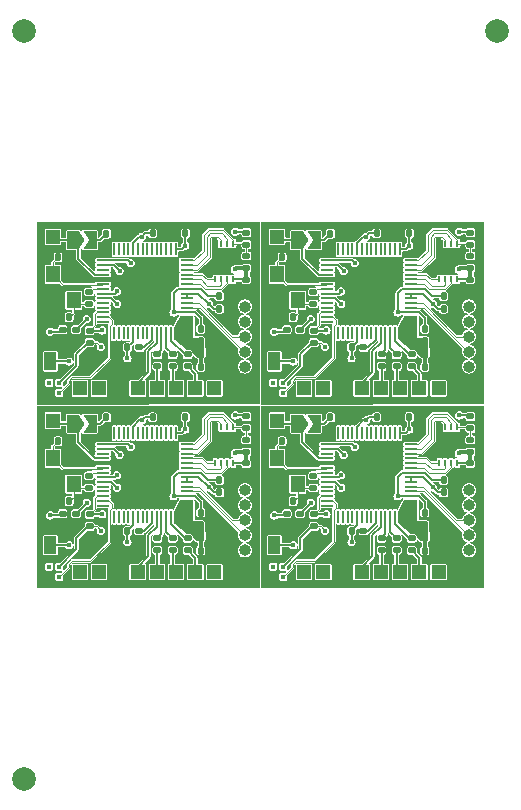
<source format=gtl>
G04 #@! TF.GenerationSoftware,KiCad,Pcbnew,7.0.2-6a45011f42~172~ubuntu22.04.1*
G04 #@! TF.CreationDate,2023-06-12T10:15:53+08:00*
G04 #@! TF.ProjectId,panel_2_2,70616e65-6c5f-4325-9f32-2e6b69636164,rev?*
G04 #@! TF.SameCoordinates,Original*
G04 #@! TF.FileFunction,Copper,L1,Top*
G04 #@! TF.FilePolarity,Positive*
%FSLAX46Y46*%
G04 Gerber Fmt 4.6, Leading zero omitted, Abs format (unit mm)*
G04 Created by KiCad (PCBNEW 7.0.2-6a45011f42~172~ubuntu22.04.1) date 2023-06-12 10:15:53*
%MOMM*%
%LPD*%
G01*
G04 APERTURE LIST*
G04 Aperture macros list*
%AMRoundRect*
0 Rectangle with rounded corners*
0 $1 Rounding radius*
0 $2 $3 $4 $5 $6 $7 $8 $9 X,Y pos of 4 corners*
0 Add a 4 corners polygon primitive as box body*
4,1,4,$2,$3,$4,$5,$6,$7,$8,$9,$2,$3,0*
0 Add four circle primitives for the rounded corners*
1,1,$1+$1,$2,$3*
1,1,$1+$1,$4,$5*
1,1,$1+$1,$6,$7*
1,1,$1+$1,$8,$9*
0 Add four rect primitives between the rounded corners*
20,1,$1+$1,$2,$3,$4,$5,0*
20,1,$1+$1,$4,$5,$6,$7,0*
20,1,$1+$1,$6,$7,$8,$9,0*
20,1,$1+$1,$8,$9,$2,$3,0*%
%AMFreePoly0*
4,1,6,1.000000,0.000000,0.500000,-0.750000,-0.500000,-0.750000,-0.500000,0.750000,0.500000,0.750000,1.000000,0.000000,1.000000,0.000000,$1*%
%AMFreePoly1*
4,1,6,0.500000,-0.750000,-0.650000,-0.750000,-0.150000,0.000000,-0.650000,0.750000,0.500000,0.750000,0.500000,-0.750000,0.500000,-0.750000,$1*%
G04 Aperture macros list end*
G04 #@! TA.AperFunction,SMDPad,CuDef*
%ADD10RoundRect,0.140000X-0.170000X0.140000X-0.170000X-0.140000X0.170000X-0.140000X0.170000X0.140000X0*%
G04 #@! TD*
G04 #@! TA.AperFunction,SMDPad,CuDef*
%ADD11RoundRect,0.140000X-0.140000X-0.170000X0.140000X-0.170000X0.140000X0.170000X-0.140000X0.170000X0*%
G04 #@! TD*
G04 #@! TA.AperFunction,SMDPad,CuDef*
%ADD12R,1.000000X1.524000*%
G04 #@! TD*
G04 #@! TA.AperFunction,SMDPad,CuDef*
%ADD13RoundRect,0.135000X0.185000X-0.135000X0.185000X0.135000X-0.185000X0.135000X-0.185000X-0.135000X0*%
G04 #@! TD*
G04 #@! TA.AperFunction,ComponentPad*
%ADD14O,1.000000X1.000000*%
G04 #@! TD*
G04 #@! TA.AperFunction,ComponentPad*
%ADD15R,1.200000X1.200000*%
G04 #@! TD*
G04 #@! TA.AperFunction,SMDPad,CuDef*
%ADD16RoundRect,0.135000X-0.185000X0.135000X-0.185000X-0.135000X0.185000X-0.135000X0.185000X0.135000X0*%
G04 #@! TD*
G04 #@! TA.AperFunction,SMDPad,CuDef*
%ADD17R,0.200000X1.100000*%
G04 #@! TD*
G04 #@! TA.AperFunction,SMDPad,CuDef*
%ADD18R,1.100000X0.200000*%
G04 #@! TD*
G04 #@! TA.AperFunction,SMDPad,CuDef*
%ADD19R,3.100000X3.100000*%
G04 #@! TD*
G04 #@! TA.AperFunction,SMDPad,CuDef*
%ADD20RoundRect,0.140000X0.140000X0.170000X-0.140000X0.170000X-0.140000X-0.170000X0.140000X-0.170000X0*%
G04 #@! TD*
G04 #@! TA.AperFunction,SMDPad,CuDef*
%ADD21C,2.000000*%
G04 #@! TD*
G04 #@! TA.AperFunction,SMDPad,CuDef*
%ADD22R,0.450000X0.450000*%
G04 #@! TD*
G04 #@! TA.AperFunction,SMDPad,CuDef*
%ADD23FreePoly0,0.000000*%
G04 #@! TD*
G04 #@! TA.AperFunction,SMDPad,CuDef*
%ADD24FreePoly1,0.000000*%
G04 #@! TD*
G04 #@! TA.AperFunction,SMDPad,CuDef*
%ADD25RoundRect,0.135000X-0.135000X-0.185000X0.135000X-0.185000X0.135000X0.185000X-0.135000X0.185000X0*%
G04 #@! TD*
G04 #@! TA.AperFunction,SMDPad,CuDef*
%ADD26R,1.200000X1.400000*%
G04 #@! TD*
G04 #@! TA.AperFunction,SMDPad,CuDef*
%ADD27R,0.280000X0.600000*%
G04 #@! TD*
G04 #@! TA.AperFunction,SMDPad,CuDef*
%ADD28R,1.700000X0.300000*%
G04 #@! TD*
G04 #@! TA.AperFunction,ViaPad*
%ADD29C,0.450000*%
G04 #@! TD*
G04 #@! TA.AperFunction,Conductor*
%ADD30C,0.200000*%
G04 #@! TD*
G04 #@! TA.AperFunction,Conductor*
%ADD31C,0.357600*%
G04 #@! TD*
G04 #@! TA.AperFunction,Conductor*
%ADD32C,0.100000*%
G04 #@! TD*
G04 APERTURE END LIST*
D10*
G04 #@! TO.P,C14,1*
G04 #@! TO.N,Board_3-+3V3*
X52780000Y-39940000D03*
G04 #@! TO.P,C14,2*
G04 #@! TO.N,Board_3-GND*
X52780000Y-40900000D03*
G04 #@! TD*
D11*
G04 #@! TO.P,C2,1*
G04 #@! TO.N,Board_1-+1V1*
X50500000Y-25780000D03*
G04 #@! TO.P,C2,2*
G04 #@! TO.N,Board_1-GND*
X51460000Y-25780000D03*
G04 #@! TD*
D12*
G04 #@! TO.P,SW1,1,1*
G04 #@! TO.N,Board_1-BOOT*
X36190000Y-31300000D03*
G04 #@! TO.P,SW1,2,2*
G04 #@! TO.N,Board_1-GND*
X39390000Y-31300000D03*
G04 #@! TD*
D13*
G04 #@! TO.P,R1,1*
G04 #@! TO.N,Board_1-Net-(X1-OSC1)*
X39480000Y-26450000D03*
G04 #@! TO.P,R1,2*
G04 #@! TO.N,Board_1-XOUT*
X39480000Y-25430000D03*
G04 #@! TD*
D14*
G04 #@! TO.P,J8,1,Pin_1*
G04 #@! TO.N,Board_3-RST*
X52644248Y-42218121D03*
G04 #@! TO.P,J8,2,Pin_2*
G04 #@! TO.N,Board_3-BOOT*
X52644248Y-43488121D03*
G04 #@! TO.P,J8,3,Pin_3*
G04 #@! TO.N,Board_3-D+*
X52644248Y-44758121D03*
G04 #@! TO.P,J8,4,Pin_4*
G04 #@! TO.N,Board_3-D-*
X52644248Y-46028121D03*
G04 #@! TO.P,J8,5,Pin_5*
G04 #@! TO.N,Board_3-+3V3*
X52644248Y-47298121D03*
G04 #@! TO.P,J8,6,Pin_6*
G04 #@! TO.N,Board_3-GND*
X52644248Y-48568121D03*
G04 #@! TD*
D12*
G04 #@! TO.P,SW1,1,1*
G04 #@! TO.N,Board_0-BOOT*
X17220000Y-31300000D03*
G04 #@! TO.P,SW1,2,2*
G04 #@! TO.N,Board_0-GND*
X20420000Y-31300000D03*
G04 #@! TD*
D15*
G04 #@! TO.P,J2,1,Pin_1*
G04 #@! TO.N,Board_3-NS_RST*
X43570000Y-49150000D03*
G04 #@! TD*
D16*
G04 #@! TO.P,R9,1*
G04 #@! TO.N,Board_0-Net-(U1-GPIO27_ADC1)*
X26280000Y-30710000D03*
G04 #@! TO.P,R9,2*
G04 #@! TO.N,Board_0-NS_CLK*
X26280000Y-31730000D03*
G04 #@! TD*
D11*
G04 #@! TO.P,C8,1*
G04 #@! TO.N,Board_2-+3V3*
X29960000Y-47320000D03*
G04 #@! TO.P,C8,2*
G04 #@! TO.N,Board_2-GND*
X30920000Y-47320000D03*
G04 #@! TD*
D16*
G04 #@! TO.P,R11,1*
G04 #@! TO.N,Board_3-Net-(U1-GPIO29_ADC3)*
X47810000Y-46270000D03*
G04 #@! TO.P,R11,2*
G04 #@! TO.N,Board_3-NS_D0*
X47810000Y-47290000D03*
G04 #@! TD*
D15*
G04 #@! TO.P,J1,1,Pin_1*
G04 #@! TO.N,Board_0-NS_CPU*
X17440000Y-20760000D03*
G04 #@! TD*
D11*
G04 #@! TO.P,C10,1*
G04 #@! TO.N,Board_3-+3V3*
X50500000Y-42400000D03*
G04 #@! TO.P,C10,2*
G04 #@! TO.N,Board_3-GND*
X51460000Y-42400000D03*
G04 #@! TD*
D17*
G04 #@! TO.P,U1,1,IOVDD*
G04 #@! TO.N,Board_3-+3V3*
X46785000Y-37365000D03*
G04 #@! TO.P,U1,2,GPIO0*
G04 #@! TO.N,Board_3-unconnected-(U1-GPIO0-Pad2)*
X46385000Y-37365000D03*
G04 #@! TO.P,U1,3,GPIO1*
G04 #@! TO.N,Board_3-unconnected-(U1-GPIO1-Pad3)*
X45985000Y-37365000D03*
G04 #@! TO.P,U1,4,GPIO2*
G04 #@! TO.N,Board_3-unconnected-(U1-GPIO2-Pad4)*
X45585000Y-37365000D03*
G04 #@! TO.P,U1,5,GPIO3*
G04 #@! TO.N,Board_3-unconnected-(U1-GPIO3-Pad5)*
X45185000Y-37365000D03*
G04 #@! TO.P,U1,6,GPIO4*
G04 #@! TO.N,Board_3-unconnected-(U1-GPIO4-Pad6)*
X44785000Y-37365000D03*
G04 #@! TO.P,U1,7,GPIO5*
G04 #@! TO.N,Board_3-unconnected-(U1-GPIO5-Pad7)*
X44385000Y-37365000D03*
G04 #@! TO.P,U1,8,GPIO6*
G04 #@! TO.N,Board_3-unconnected-(U1-GPIO6-Pad8)*
X43985000Y-37365000D03*
G04 #@! TO.P,U1,9,GPIO7*
G04 #@! TO.N,Board_3-unconnected-(U1-GPIO7-Pad9)*
X43585000Y-37365000D03*
G04 #@! TO.P,U1,10,IOVDD*
G04 #@! TO.N,Board_3-+3V3*
X43185000Y-37365000D03*
G04 #@! TO.P,U1,11,GPIO8*
G04 #@! TO.N,Board_3-unconnected-(U1-GPIO8-Pad11)*
X42785000Y-37365000D03*
G04 #@! TO.P,U1,12,GPIO9*
G04 #@! TO.N,Board_3-unconnected-(U1-GPIO9-Pad12)*
X42385000Y-37365000D03*
G04 #@! TO.P,U1,13,GPIO10*
G04 #@! TO.N,Board_3-unconnected-(U1-GPIO10-Pad13)*
X41985000Y-37365000D03*
G04 #@! TO.P,U1,14,GPIO11*
G04 #@! TO.N,Board_3-unconnected-(U1-GPIO11-Pad14)*
X41585000Y-37365000D03*
D18*
G04 #@! TO.P,U1,15,GPIO12*
G04 #@! TO.N,Board_3-NS_SDA*
X40635000Y-38315000D03*
G04 #@! TO.P,U1,16,GPIO13*
G04 #@! TO.N,Board_3-NS_SCL*
X40635000Y-38715000D03*
G04 #@! TO.P,U1,17,GPIO14*
G04 #@! TO.N,Board_3-unconnected-(U1-GPIO14-Pad17)*
X40635000Y-39115000D03*
G04 #@! TO.P,U1,18,GPIO15*
G04 #@! TO.N,Board_3-NS_CPU*
X40635000Y-39515000D03*
G04 #@! TO.P,U1,19,TESTEN*
G04 #@! TO.N,Board_3-GND*
X40635000Y-39915000D03*
G04 #@! TO.P,U1,20,XIN*
G04 #@! TO.N,Board_3-XIN*
X40635000Y-40315000D03*
G04 #@! TO.P,U1,21,XOUT*
G04 #@! TO.N,Board_3-XOUT*
X40635000Y-40715000D03*
G04 #@! TO.P,U1,22,IOVDD*
G04 #@! TO.N,Board_3-+3V3*
X40635000Y-41115000D03*
G04 #@! TO.P,U1,23,DVDD*
G04 #@! TO.N,Board_3-+1V1*
X40635000Y-41515000D03*
G04 #@! TO.P,U1,24,SWCLK*
G04 #@! TO.N,Board_3-DBG_CLK*
X40635000Y-41915000D03*
G04 #@! TO.P,U1,25,SWD*
G04 #@! TO.N,Board_3-DBG_DAT*
X40635000Y-42315000D03*
G04 #@! TO.P,U1,26,RUN*
G04 #@! TO.N,Board_3-RST*
X40635000Y-42715000D03*
G04 #@! TO.P,U1,27,GPIO16*
G04 #@! TO.N,Board_3-LED_DATA*
X40635000Y-43115000D03*
G04 #@! TO.P,U1,28,GPIO17*
G04 #@! TO.N,Board_3-unconnected-(U1-GPIO17-Pad28)*
X40635000Y-43515000D03*
D17*
G04 #@! TO.P,U1,29,GPIO18*
G04 #@! TO.N,Board_3-unconnected-(U1-GPIO18-Pad29)*
X41585000Y-44465000D03*
G04 #@! TO.P,U1,30,GPIO19*
G04 #@! TO.N,Board_3-unconnected-(U1-GPIO19-Pad30)*
X41985000Y-44465000D03*
G04 #@! TO.P,U1,31,GPIO20*
G04 #@! TO.N,Board_3-unconnected-(U1-GPIO20-Pad31)*
X42385000Y-44465000D03*
G04 #@! TO.P,U1,32,GPIO21*
G04 #@! TO.N,Board_3-unconnected-(U1-GPIO21-Pad32)*
X42785000Y-44465000D03*
G04 #@! TO.P,U1,33,IOVDD*
G04 #@! TO.N,Board_3-+3V3*
X43185000Y-44465000D03*
G04 #@! TO.P,U1,34,GPIO22*
G04 #@! TO.N,Board_3-unconnected-(U1-GPIO22-Pad34)*
X43585000Y-44465000D03*
G04 #@! TO.P,U1,35,GPIO23*
G04 #@! TO.N,Board_3-unconnected-(U1-GPIO23-Pad35)*
X43985000Y-44465000D03*
G04 #@! TO.P,U1,36,GPIO24*
G04 #@! TO.N,Board_3-unconnected-(U1-GPIO24-Pad36)*
X44385000Y-44465000D03*
G04 #@! TO.P,U1,37,GPIO25*
G04 #@! TO.N,Board_3-BOARD_DET*
X44785000Y-44465000D03*
G04 #@! TO.P,U1,38,GPIO26_ADC0*
G04 #@! TO.N,Board_3-NS_RST*
X45185000Y-44465000D03*
G04 #@! TO.P,U1,39,GPIO27_ADC1*
G04 #@! TO.N,Board_3-Net-(U1-GPIO27_ADC1)*
X45585000Y-44465000D03*
G04 #@! TO.P,U1,40,GPIO28_ADC2*
G04 #@! TO.N,Board_3-Net-(U1-GPIO28_ADC2)*
X45985000Y-44465000D03*
G04 #@! TO.P,U1,41,GPIO29_ADC3*
G04 #@! TO.N,Board_3-Net-(U1-GPIO29_ADC3)*
X46385000Y-44465000D03*
G04 #@! TO.P,U1,42,IOVDD*
G04 #@! TO.N,Board_3-+3V3*
X46785000Y-44465000D03*
D18*
G04 #@! TO.P,U1,43,ADC_AVDD*
X47735000Y-43515000D03*
G04 #@! TO.P,U1,44,VREG_IN*
X47735000Y-43115000D03*
G04 #@! TO.P,U1,45,VREG_VOUT*
G04 #@! TO.N,Board_3-+1V1*
X47735000Y-42715000D03*
G04 #@! TO.P,U1,46,USB_DM*
G04 #@! TO.N,Board_3-D-*
X47735000Y-42315000D03*
G04 #@! TO.P,U1,47,USB_DP*
G04 #@! TO.N,Board_3-D+*
X47735000Y-41915000D03*
G04 #@! TO.P,U1,48,USB_VDD*
G04 #@! TO.N,Board_3-+3V3*
X47735000Y-41515000D03*
G04 #@! TO.P,U1,49,IOVDD*
X47735000Y-41115000D03*
G04 #@! TO.P,U1,50,DVDD*
G04 #@! TO.N,Board_3-+1V1*
X47735000Y-40715000D03*
G04 #@! TO.P,U1,51,QSPI_SD3*
G04 #@! TO.N,Board_3-QSPI_SD3*
X47735000Y-40315000D03*
G04 #@! TO.P,U1,52,QSPI_SCLK*
G04 #@! TO.N,Board_3-QSPI_SCK*
X47735000Y-39915000D03*
G04 #@! TO.P,U1,53,QSPI_SD0*
G04 #@! TO.N,Board_3-QSPI_SD0*
X47735000Y-39515000D03*
G04 #@! TO.P,U1,54,QSPI_SD2*
G04 #@! TO.N,Board_3-QSPI_SD2*
X47735000Y-39115000D03*
G04 #@! TO.P,U1,55,QSPI_SD1*
G04 #@! TO.N,Board_3-QSPI_SD1*
X47735000Y-38715000D03*
G04 #@! TO.P,U1,56,QSPI_SS*
G04 #@! TO.N,Board_3-QSPI_CS*
X47735000Y-38315000D03*
D19*
G04 #@! TO.P,U1,57,GND*
G04 #@! TO.N,Board_3-GND*
X44185000Y-40915000D03*
G04 #@! TD*
D20*
G04 #@! TO.P,C6,1*
G04 #@! TO.N,Board_2-GND*
X30915000Y-45167500D03*
G04 #@! TO.P,C6,2*
G04 #@! TO.N,Board_2-+3V3*
X29955000Y-45167500D03*
G04 #@! TD*
D16*
G04 #@! TO.P,R11,1*
G04 #@! TO.N,Board_0-Net-(U1-GPIO29_ADC3)*
X28840000Y-30710000D03*
G04 #@! TO.P,R11,2*
G04 #@! TO.N,Board_0-NS_D0*
X28840000Y-31730000D03*
G04 #@! TD*
D15*
G04 #@! TO.P,J7,1,Pin_1*
G04 #@! TO.N,Board_0-NS_SCL*
X19717500Y-33590000D03*
G04 #@! TD*
D21*
G04 #@! TO.P,REF\u002A\u002A,*
G04 #@! TO.N,*
X55000000Y-3350000D03*
G04 #@! TD*
D15*
G04 #@! TO.P,J6,1,Pin_1*
G04 #@! TO.N,Board_2-NS_SDA*
X21350000Y-49150000D03*
G04 #@! TD*
D16*
G04 #@! TO.P,R3,1*
G04 #@! TO.N,Board_0-BOARD_DET*
X24755000Y-30110000D03*
G04 #@! TO.P,R3,2*
G04 #@! TO.N,Board_0-GND*
X24755000Y-31130000D03*
G04 #@! TD*
D11*
G04 #@! TO.P,C2,1*
G04 #@! TO.N,Board_2-+1V1*
X31530000Y-41340000D03*
G04 #@! TO.P,C2,2*
G04 #@! TO.N,Board_2-GND*
X32490000Y-41340000D03*
G04 #@! TD*
D15*
G04 #@! TO.P,J3,1,Pin_1*
G04 #@! TO.N,Board_2-NS_CLK*
X26227500Y-49150000D03*
G04 #@! TD*
D14*
G04 #@! TO.P,J8,1,Pin_1*
G04 #@! TO.N,Board_0-RST*
X33674248Y-26658121D03*
G04 #@! TO.P,J8,2,Pin_2*
G04 #@! TO.N,Board_0-BOOT*
X33674248Y-27928121D03*
G04 #@! TO.P,J8,3,Pin_3*
G04 #@! TO.N,Board_0-D+*
X33674248Y-29198121D03*
G04 #@! TO.P,J8,4,Pin_4*
G04 #@! TO.N,Board_0-D-*
X33674248Y-30468121D03*
G04 #@! TO.P,J8,5,Pin_5*
G04 #@! TO.N,Board_0-+3V3*
X33674248Y-31738121D03*
G04 #@! TO.P,J8,6,Pin_6*
G04 #@! TO.N,Board_0-GND*
X33674248Y-33008121D03*
G04 #@! TD*
D11*
G04 #@! TO.P,C8,1*
G04 #@! TO.N,Board_3-+3V3*
X48930000Y-47320000D03*
G04 #@! TO.P,C8,2*
G04 #@! TO.N,Board_3-GND*
X49890000Y-47320000D03*
G04 #@! TD*
G04 #@! TO.P,C10,1*
G04 #@! TO.N,Board_0-+3V3*
X31530000Y-26840000D03*
G04 #@! TO.P,C10,2*
G04 #@! TO.N,Board_0-GND*
X32490000Y-26840000D03*
G04 #@! TD*
D13*
G04 #@! TO.P,R2,1*
G04 #@! TO.N,Board_2-+3V3*
X20540000Y-45270000D03*
G04 #@! TO.P,R2,2*
G04 #@! TO.N,Board_2-RST*
X20540000Y-44250000D03*
G04 #@! TD*
D15*
G04 #@! TO.P,J5,1,Pin_1*
G04 #@! TO.N,Board_1-NS_D0*
X48452500Y-33590000D03*
G04 #@! TD*
D10*
G04 #@! TO.P,C13,1*
G04 #@! TO.N,Board_2-+3V3*
X18250000Y-44185000D03*
G04 #@! TO.P,C13,2*
G04 #@! TO.N,Board_2-GND*
X18250000Y-45145000D03*
G04 #@! TD*
D22*
G04 #@! TO.P,U5,1,DOUT*
G04 #@! TO.N,Board_1-unconnected-(U5-DOUT-Pad1)*
X36070000Y-33125000D03*
G04 #@! TO.P,U5,2,VDD*
G04 #@! TO.N,Board_1-+3V3*
X36920000Y-33125000D03*
G04 #@! TO.P,U5,3,GND*
G04 #@! TO.N,Board_1-GND*
X36070000Y-33975000D03*
G04 #@! TO.P,U5,4,DIN*
G04 #@! TO.N,Board_1-LED_DATA*
X36920000Y-33975000D03*
G04 #@! TD*
D10*
G04 #@! TO.P,C14,1*
G04 #@! TO.N,Board_1-+3V3*
X52780000Y-24380000D03*
G04 #@! TO.P,C14,2*
G04 #@! TO.N,Board_1-GND*
X52780000Y-25340000D03*
G04 #@! TD*
D11*
G04 #@! TO.P,C9,1*
G04 #@! TO.N,Board_2-+3V3*
X29955000Y-46235000D03*
G04 #@! TO.P,C9,2*
G04 #@! TO.N,Board_2-GND*
X30915000Y-46235000D03*
G04 #@! TD*
D10*
G04 #@! TO.P,C4,1*
G04 #@! TO.N,Board_0-+1V1*
X19380000Y-28620000D03*
G04 #@! TO.P,C4,2*
G04 #@! TO.N,Board_0-GND*
X19380000Y-29580000D03*
G04 #@! TD*
D15*
G04 #@! TO.P,J7,1,Pin_1*
G04 #@! TO.N,Board_2-NS_SCL*
X19717500Y-49150000D03*
G04 #@! TD*
D23*
G04 #@! TO.P,JP1,1,A*
G04 #@! TO.N,Board_3-NS_CPU*
X38135000Y-36570000D03*
D24*
G04 #@! TO.P,JP1,2,B*
G04 #@! TO.N,Board_3-Net-(JP1-B)*
X39585000Y-36570000D03*
G04 #@! TD*
D23*
G04 #@! TO.P,JP1,1,A*
G04 #@! TO.N,Board_2-NS_CPU*
X19165000Y-36570000D03*
D24*
G04 #@! TO.P,JP1,2,B*
G04 #@! TO.N,Board_2-Net-(JP1-B)*
X20615000Y-36570000D03*
G04 #@! TD*
D11*
G04 #@! TO.P,C5,1*
G04 #@! TO.N,Board_1-+1V1*
X48925000Y-28540000D03*
G04 #@! TO.P,C5,2*
G04 #@! TO.N,Board_1-GND*
X49885000Y-28540000D03*
G04 #@! TD*
D15*
G04 #@! TO.P,J10,1,Pin_1*
G04 #@! TO.N,Board_1-+3V3*
X50080000Y-33590000D03*
G04 #@! TD*
G04 #@! TO.P,J1,1,Pin_1*
G04 #@! TO.N,Board_2-NS_CPU*
X17440000Y-36320000D03*
G04 #@! TD*
D14*
G04 #@! TO.P,J8,1,Pin_1*
G04 #@! TO.N,Board_2-RST*
X33674248Y-42218121D03*
G04 #@! TO.P,J8,2,Pin_2*
G04 #@! TO.N,Board_2-BOOT*
X33674248Y-43488121D03*
G04 #@! TO.P,J8,3,Pin_3*
G04 #@! TO.N,Board_2-D+*
X33674248Y-44758121D03*
G04 #@! TO.P,J8,4,Pin_4*
G04 #@! TO.N,Board_2-D-*
X33674248Y-46028121D03*
G04 #@! TO.P,J8,5,Pin_5*
G04 #@! TO.N,Board_2-+3V3*
X33674248Y-47298121D03*
G04 #@! TO.P,J8,6,Pin_6*
G04 #@! TO.N,Board_2-GND*
X33674248Y-48568121D03*
G04 #@! TD*
D15*
G04 #@! TO.P,J10,1,Pin_1*
G04 #@! TO.N,Board_3-+3V3*
X50080000Y-49150000D03*
G04 #@! TD*
D16*
G04 #@! TO.P,R10,1*
G04 #@! TO.N,Board_1-Net-(U1-GPIO28_ADC2)*
X46530000Y-30710000D03*
G04 #@! TO.P,R10,2*
G04 #@! TO.N,Board_1-NS_CMD*
X46530000Y-31730000D03*
G04 #@! TD*
D12*
G04 #@! TO.P,SW1,1,1*
G04 #@! TO.N,Board_2-BOOT*
X17220000Y-46860000D03*
G04 #@! TO.P,SW1,2,2*
G04 #@! TO.N,Board_2-GND*
X20420000Y-46860000D03*
G04 #@! TD*
D22*
G04 #@! TO.P,U5,1,DOUT*
G04 #@! TO.N,Board_2-unconnected-(U5-DOUT-Pad1)*
X17100000Y-48685000D03*
G04 #@! TO.P,U5,2,VDD*
G04 #@! TO.N,Board_2-+3V3*
X17950000Y-48685000D03*
G04 #@! TO.P,U5,3,GND*
G04 #@! TO.N,Board_2-GND*
X17100000Y-49535000D03*
G04 #@! TO.P,U5,4,DIN*
G04 #@! TO.N,Board_2-LED_DATA*
X17950000Y-49535000D03*
G04 #@! TD*
D16*
G04 #@! TO.P,R10,1*
G04 #@! TO.N,Board_3-Net-(U1-GPIO28_ADC2)*
X46530000Y-46270000D03*
G04 #@! TO.P,R10,2*
G04 #@! TO.N,Board_3-NS_CMD*
X46530000Y-47290000D03*
G04 #@! TD*
G04 #@! TO.P,R3,1*
G04 #@! TO.N,Board_1-BOARD_DET*
X43725000Y-30110000D03*
G04 #@! TO.P,R3,2*
G04 #@! TO.N,Board_1-GND*
X43725000Y-31130000D03*
G04 #@! TD*
D15*
G04 #@! TO.P,J4,1,Pin_1*
G04 #@! TO.N,Board_0-NS_CMD*
X27855000Y-33590000D03*
G04 #@! TD*
D20*
G04 #@! TO.P,C7,1*
G04 #@! TO.N,Board_2-+3V3*
X23740000Y-45670000D03*
G04 #@! TO.P,C7,2*
G04 #@! TO.N,Board_2-GND*
X22780000Y-45670000D03*
G04 #@! TD*
D15*
G04 #@! TO.P,J2,1,Pin_1*
G04 #@! TO.N,Board_0-NS_RST*
X24600000Y-33590000D03*
G04 #@! TD*
D11*
G04 #@! TO.P,C9,1*
G04 #@! TO.N,Board_1-+3V3*
X48925000Y-30675000D03*
G04 #@! TO.P,C9,2*
G04 #@! TO.N,Board_1-GND*
X49885000Y-30675000D03*
G04 #@! TD*
D15*
G04 #@! TO.P,J4,1,Pin_1*
G04 #@! TO.N,Board_3-NS_CMD*
X46825000Y-49150000D03*
G04 #@! TD*
G04 #@! TO.P,J1,1,Pin_1*
G04 #@! TO.N,Board_3-NS_CPU*
X36410000Y-36320000D03*
G04 #@! TD*
D11*
G04 #@! TO.P,C12,1*
G04 #@! TO.N,Board_3-+3V3*
X44835000Y-36025000D03*
G04 #@! TO.P,C12,2*
G04 #@! TO.N,Board_3-GND*
X45795000Y-36025000D03*
G04 #@! TD*
D15*
G04 #@! TO.P,J7,1,Pin_1*
G04 #@! TO.N,Board_1-NS_SCL*
X38687500Y-33590000D03*
G04 #@! TD*
D11*
G04 #@! TO.P,C5,1*
G04 #@! TO.N,Board_3-+1V1*
X48925000Y-44100000D03*
G04 #@! TO.P,C5,2*
G04 #@! TO.N,Board_3-GND*
X49885000Y-44100000D03*
G04 #@! TD*
D15*
G04 #@! TO.P,J3,1,Pin_1*
G04 #@! TO.N,Board_0-NS_CLK*
X26227500Y-33590000D03*
G04 #@! TD*
D11*
G04 #@! TO.P,C10,1*
G04 #@! TO.N,Board_2-+3V3*
X31530000Y-42400000D03*
G04 #@! TO.P,C10,2*
G04 #@! TO.N,Board_2-GND*
X32490000Y-42400000D03*
G04 #@! TD*
D10*
G04 #@! TO.P,C14,1*
G04 #@! TO.N,Board_2-+3V3*
X33810000Y-39940000D03*
G04 #@! TO.P,C14,2*
G04 #@! TO.N,Board_2-GND*
X33810000Y-40900000D03*
G04 #@! TD*
D12*
G04 #@! TO.P,SW1,1,1*
G04 #@! TO.N,Board_3-BOOT*
X36190000Y-46860000D03*
G04 #@! TO.P,SW1,2,2*
G04 #@! TO.N,Board_3-GND*
X39390000Y-46860000D03*
G04 #@! TD*
D25*
G04 #@! TO.P,R12,1*
G04 #@! TO.N,Board_2-Net-(JP1-B)*
X21950000Y-36040000D03*
G04 #@! TO.P,R12,2*
G04 #@! TO.N,Board_2-GND*
X22970000Y-36040000D03*
G04 #@! TD*
D26*
G04 #@! TO.P,X1,1,OSC1*
G04 #@! TO.N,Board_1-Net-(X1-OSC1)*
X38152000Y-26133000D03*
G04 #@! TO.P,X1,2,2*
G04 #@! TO.N,Board_1-GND*
X38152000Y-23933000D03*
G04 #@! TO.P,X1,3,OSC2*
G04 #@! TO.N,Board_1-XIN*
X36402000Y-23933000D03*
G04 #@! TO.P,X1,4,4*
G04 #@! TO.N,Board_1-GND*
X36402000Y-26133000D03*
G04 #@! TD*
D20*
G04 #@! TO.P,C7,1*
G04 #@! TO.N,Board_3-+3V3*
X42710000Y-45670000D03*
G04 #@! TO.P,C7,2*
G04 #@! TO.N,Board_3-GND*
X41750000Y-45670000D03*
G04 #@! TD*
D15*
G04 #@! TO.P,J9,1,Pin_1*
G04 #@! TO.N,Board_1-GND*
X41942500Y-33590000D03*
G04 #@! TD*
D27*
G04 #@! TO.P,U2,1,CS#*
G04 #@! TO.N,Board_2-QSPI_CS*
X32685000Y-36895500D03*
G04 #@! TO.P,U2,2,DO(IO1)*
G04 #@! TO.N,Board_2-QSPI_SD1*
X32185000Y-36895500D03*
G04 #@! TO.P,U2,3,WP#(IO2)*
G04 #@! TO.N,Board_2-QSPI_SD2*
X31685000Y-36895500D03*
G04 #@! TO.P,U2,4,GND*
G04 #@! TO.N,Board_2-GND*
X31185000Y-36895500D03*
G04 #@! TO.P,U2,5,DI(IO0)*
G04 #@! TO.N,Board_2-QSPI_SD0*
X31185000Y-39909500D03*
G04 #@! TO.P,U2,6,CLK*
G04 #@! TO.N,Board_2-QSPI_SCK*
X31685000Y-39909500D03*
G04 #@! TO.P,U2,7,HOLD#orRESET#(IO3)*
G04 #@! TO.N,Board_2-QSPI_SD3*
X32185000Y-39909500D03*
G04 #@! TO.P,U2,8,VCC*
G04 #@! TO.N,Board_2-+3V3*
X32685000Y-39909500D03*
D28*
G04 #@! TO.P,U2,9,EP*
G04 #@! TO.N,Board_2-GND*
X31935000Y-38402500D03*
G04 #@! TD*
D17*
G04 #@! TO.P,U1,1,IOVDD*
G04 #@! TO.N,Board_1-+3V3*
X46785000Y-21805000D03*
G04 #@! TO.P,U1,2,GPIO0*
G04 #@! TO.N,Board_1-unconnected-(U1-GPIO0-Pad2)*
X46385000Y-21805000D03*
G04 #@! TO.P,U1,3,GPIO1*
G04 #@! TO.N,Board_1-unconnected-(U1-GPIO1-Pad3)*
X45985000Y-21805000D03*
G04 #@! TO.P,U1,4,GPIO2*
G04 #@! TO.N,Board_1-unconnected-(U1-GPIO2-Pad4)*
X45585000Y-21805000D03*
G04 #@! TO.P,U1,5,GPIO3*
G04 #@! TO.N,Board_1-unconnected-(U1-GPIO3-Pad5)*
X45185000Y-21805000D03*
G04 #@! TO.P,U1,6,GPIO4*
G04 #@! TO.N,Board_1-unconnected-(U1-GPIO4-Pad6)*
X44785000Y-21805000D03*
G04 #@! TO.P,U1,7,GPIO5*
G04 #@! TO.N,Board_1-unconnected-(U1-GPIO5-Pad7)*
X44385000Y-21805000D03*
G04 #@! TO.P,U1,8,GPIO6*
G04 #@! TO.N,Board_1-unconnected-(U1-GPIO6-Pad8)*
X43985000Y-21805000D03*
G04 #@! TO.P,U1,9,GPIO7*
G04 #@! TO.N,Board_1-unconnected-(U1-GPIO7-Pad9)*
X43585000Y-21805000D03*
G04 #@! TO.P,U1,10,IOVDD*
G04 #@! TO.N,Board_1-+3V3*
X43185000Y-21805000D03*
G04 #@! TO.P,U1,11,GPIO8*
G04 #@! TO.N,Board_1-unconnected-(U1-GPIO8-Pad11)*
X42785000Y-21805000D03*
G04 #@! TO.P,U1,12,GPIO9*
G04 #@! TO.N,Board_1-unconnected-(U1-GPIO9-Pad12)*
X42385000Y-21805000D03*
G04 #@! TO.P,U1,13,GPIO10*
G04 #@! TO.N,Board_1-unconnected-(U1-GPIO10-Pad13)*
X41985000Y-21805000D03*
G04 #@! TO.P,U1,14,GPIO11*
G04 #@! TO.N,Board_1-unconnected-(U1-GPIO11-Pad14)*
X41585000Y-21805000D03*
D18*
G04 #@! TO.P,U1,15,GPIO12*
G04 #@! TO.N,Board_1-NS_SDA*
X40635000Y-22755000D03*
G04 #@! TO.P,U1,16,GPIO13*
G04 #@! TO.N,Board_1-NS_SCL*
X40635000Y-23155000D03*
G04 #@! TO.P,U1,17,GPIO14*
G04 #@! TO.N,Board_1-unconnected-(U1-GPIO14-Pad17)*
X40635000Y-23555000D03*
G04 #@! TO.P,U1,18,GPIO15*
G04 #@! TO.N,Board_1-NS_CPU*
X40635000Y-23955000D03*
G04 #@! TO.P,U1,19,TESTEN*
G04 #@! TO.N,Board_1-GND*
X40635000Y-24355000D03*
G04 #@! TO.P,U1,20,XIN*
G04 #@! TO.N,Board_1-XIN*
X40635000Y-24755000D03*
G04 #@! TO.P,U1,21,XOUT*
G04 #@! TO.N,Board_1-XOUT*
X40635000Y-25155000D03*
G04 #@! TO.P,U1,22,IOVDD*
G04 #@! TO.N,Board_1-+3V3*
X40635000Y-25555000D03*
G04 #@! TO.P,U1,23,DVDD*
G04 #@! TO.N,Board_1-+1V1*
X40635000Y-25955000D03*
G04 #@! TO.P,U1,24,SWCLK*
G04 #@! TO.N,Board_1-DBG_CLK*
X40635000Y-26355000D03*
G04 #@! TO.P,U1,25,SWD*
G04 #@! TO.N,Board_1-DBG_DAT*
X40635000Y-26755000D03*
G04 #@! TO.P,U1,26,RUN*
G04 #@! TO.N,Board_1-RST*
X40635000Y-27155000D03*
G04 #@! TO.P,U1,27,GPIO16*
G04 #@! TO.N,Board_1-LED_DATA*
X40635000Y-27555000D03*
G04 #@! TO.P,U1,28,GPIO17*
G04 #@! TO.N,Board_1-unconnected-(U1-GPIO17-Pad28)*
X40635000Y-27955000D03*
D17*
G04 #@! TO.P,U1,29,GPIO18*
G04 #@! TO.N,Board_1-unconnected-(U1-GPIO18-Pad29)*
X41585000Y-28905000D03*
G04 #@! TO.P,U1,30,GPIO19*
G04 #@! TO.N,Board_1-unconnected-(U1-GPIO19-Pad30)*
X41985000Y-28905000D03*
G04 #@! TO.P,U1,31,GPIO20*
G04 #@! TO.N,Board_1-unconnected-(U1-GPIO20-Pad31)*
X42385000Y-28905000D03*
G04 #@! TO.P,U1,32,GPIO21*
G04 #@! TO.N,Board_1-unconnected-(U1-GPIO21-Pad32)*
X42785000Y-28905000D03*
G04 #@! TO.P,U1,33,IOVDD*
G04 #@! TO.N,Board_1-+3V3*
X43185000Y-28905000D03*
G04 #@! TO.P,U1,34,GPIO22*
G04 #@! TO.N,Board_1-unconnected-(U1-GPIO22-Pad34)*
X43585000Y-28905000D03*
G04 #@! TO.P,U1,35,GPIO23*
G04 #@! TO.N,Board_1-unconnected-(U1-GPIO23-Pad35)*
X43985000Y-28905000D03*
G04 #@! TO.P,U1,36,GPIO24*
G04 #@! TO.N,Board_1-unconnected-(U1-GPIO24-Pad36)*
X44385000Y-28905000D03*
G04 #@! TO.P,U1,37,GPIO25*
G04 #@! TO.N,Board_1-BOARD_DET*
X44785000Y-28905000D03*
G04 #@! TO.P,U1,38,GPIO26_ADC0*
G04 #@! TO.N,Board_1-NS_RST*
X45185000Y-28905000D03*
G04 #@! TO.P,U1,39,GPIO27_ADC1*
G04 #@! TO.N,Board_1-Net-(U1-GPIO27_ADC1)*
X45585000Y-28905000D03*
G04 #@! TO.P,U1,40,GPIO28_ADC2*
G04 #@! TO.N,Board_1-Net-(U1-GPIO28_ADC2)*
X45985000Y-28905000D03*
G04 #@! TO.P,U1,41,GPIO29_ADC3*
G04 #@! TO.N,Board_1-Net-(U1-GPIO29_ADC3)*
X46385000Y-28905000D03*
G04 #@! TO.P,U1,42,IOVDD*
G04 #@! TO.N,Board_1-+3V3*
X46785000Y-28905000D03*
D18*
G04 #@! TO.P,U1,43,ADC_AVDD*
X47735000Y-27955000D03*
G04 #@! TO.P,U1,44,VREG_IN*
X47735000Y-27555000D03*
G04 #@! TO.P,U1,45,VREG_VOUT*
G04 #@! TO.N,Board_1-+1V1*
X47735000Y-27155000D03*
G04 #@! TO.P,U1,46,USB_DM*
G04 #@! TO.N,Board_1-D-*
X47735000Y-26755000D03*
G04 #@! TO.P,U1,47,USB_DP*
G04 #@! TO.N,Board_1-D+*
X47735000Y-26355000D03*
G04 #@! TO.P,U1,48,USB_VDD*
G04 #@! TO.N,Board_1-+3V3*
X47735000Y-25955000D03*
G04 #@! TO.P,U1,49,IOVDD*
X47735000Y-25555000D03*
G04 #@! TO.P,U1,50,DVDD*
G04 #@! TO.N,Board_1-+1V1*
X47735000Y-25155000D03*
G04 #@! TO.P,U1,51,QSPI_SD3*
G04 #@! TO.N,Board_1-QSPI_SD3*
X47735000Y-24755000D03*
G04 #@! TO.P,U1,52,QSPI_SCLK*
G04 #@! TO.N,Board_1-QSPI_SCK*
X47735000Y-24355000D03*
G04 #@! TO.P,U1,53,QSPI_SD0*
G04 #@! TO.N,Board_1-QSPI_SD0*
X47735000Y-23955000D03*
G04 #@! TO.P,U1,54,QSPI_SD2*
G04 #@! TO.N,Board_1-QSPI_SD2*
X47735000Y-23555000D03*
G04 #@! TO.P,U1,55,QSPI_SD1*
G04 #@! TO.N,Board_1-QSPI_SD1*
X47735000Y-23155000D03*
G04 #@! TO.P,U1,56,QSPI_SS*
G04 #@! TO.N,Board_1-QSPI_CS*
X47735000Y-22755000D03*
D19*
G04 #@! TO.P,U1,57,GND*
G04 #@! TO.N,Board_1-GND*
X44185000Y-25355000D03*
G04 #@! TD*
D10*
G04 #@! TO.P,C13,1*
G04 #@! TO.N,Board_0-+3V3*
X18250000Y-28625000D03*
G04 #@! TO.P,C13,2*
G04 #@! TO.N,Board_0-GND*
X18250000Y-29585000D03*
G04 #@! TD*
D21*
G04 #@! TO.P,REF\u002A\u002A,*
G04 #@! TO.N,*
X15000000Y-3350000D03*
G04 #@! TD*
D22*
G04 #@! TO.P,U5,1,DOUT*
G04 #@! TO.N,Board_3-unconnected-(U5-DOUT-Pad1)*
X36070000Y-48685000D03*
G04 #@! TO.P,U5,2,VDD*
G04 #@! TO.N,Board_3-+3V3*
X36920000Y-48685000D03*
G04 #@! TO.P,U5,3,GND*
G04 #@! TO.N,Board_3-GND*
X36070000Y-49535000D03*
G04 #@! TO.P,U5,4,DIN*
G04 #@! TO.N,Board_3-LED_DATA*
X36920000Y-49535000D03*
G04 #@! TD*
D15*
G04 #@! TO.P,J9,1,Pin_1*
G04 #@! TO.N,Board_3-GND*
X41942500Y-49150000D03*
G04 #@! TD*
D13*
G04 #@! TO.P,R2,1*
G04 #@! TO.N,Board_3-+3V3*
X39510000Y-45270000D03*
G04 #@! TO.P,R2,2*
G04 #@! TO.N,Board_3-RST*
X39510000Y-44250000D03*
G04 #@! TD*
G04 #@! TO.P,R1,1*
G04 #@! TO.N,Board_3-Net-(X1-OSC1)*
X39480000Y-42010000D03*
G04 #@! TO.P,R1,2*
G04 #@! TO.N,Board_3-XOUT*
X39480000Y-40990000D03*
G04 #@! TD*
D15*
G04 #@! TO.P,J5,1,Pin_1*
G04 #@! TO.N,Board_3-NS_D0*
X48452500Y-49150000D03*
G04 #@! TD*
D11*
G04 #@! TO.P,C11,1*
G04 #@! TO.N,Board_0-+3V3*
X28630000Y-20460000D03*
G04 #@! TO.P,C11,2*
G04 #@! TO.N,Board_0-GND*
X29590000Y-20460000D03*
G04 #@! TD*
D16*
G04 #@! TO.P,R5,1*
G04 #@! TO.N,Board_3-BOOT*
X52780000Y-35960000D03*
G04 #@! TO.P,R5,2*
G04 #@! TO.N,Board_3-QSPI_CS*
X52780000Y-36980000D03*
G04 #@! TD*
G04 #@! TO.P,R5,1*
G04 #@! TO.N,Board_0-BOOT*
X33810000Y-20400000D03*
G04 #@! TO.P,R5,2*
G04 #@! TO.N,Board_0-QSPI_CS*
X33810000Y-21420000D03*
G04 #@! TD*
D23*
G04 #@! TO.P,JP1,1,A*
G04 #@! TO.N,Board_1-NS_CPU*
X38135000Y-21010000D03*
D24*
G04 #@! TO.P,JP1,2,B*
G04 #@! TO.N,Board_1-Net-(JP1-B)*
X39585000Y-21010000D03*
G04 #@! TD*
D17*
G04 #@! TO.P,U1,1,IOVDD*
G04 #@! TO.N,Board_2-+3V3*
X27815000Y-37365000D03*
G04 #@! TO.P,U1,2,GPIO0*
G04 #@! TO.N,Board_2-unconnected-(U1-GPIO0-Pad2)*
X27415000Y-37365000D03*
G04 #@! TO.P,U1,3,GPIO1*
G04 #@! TO.N,Board_2-unconnected-(U1-GPIO1-Pad3)*
X27015000Y-37365000D03*
G04 #@! TO.P,U1,4,GPIO2*
G04 #@! TO.N,Board_2-unconnected-(U1-GPIO2-Pad4)*
X26615000Y-37365000D03*
G04 #@! TO.P,U1,5,GPIO3*
G04 #@! TO.N,Board_2-unconnected-(U1-GPIO3-Pad5)*
X26215000Y-37365000D03*
G04 #@! TO.P,U1,6,GPIO4*
G04 #@! TO.N,Board_2-unconnected-(U1-GPIO4-Pad6)*
X25815000Y-37365000D03*
G04 #@! TO.P,U1,7,GPIO5*
G04 #@! TO.N,Board_2-unconnected-(U1-GPIO5-Pad7)*
X25415000Y-37365000D03*
G04 #@! TO.P,U1,8,GPIO6*
G04 #@! TO.N,Board_2-unconnected-(U1-GPIO6-Pad8)*
X25015000Y-37365000D03*
G04 #@! TO.P,U1,9,GPIO7*
G04 #@! TO.N,Board_2-unconnected-(U1-GPIO7-Pad9)*
X24615000Y-37365000D03*
G04 #@! TO.P,U1,10,IOVDD*
G04 #@! TO.N,Board_2-+3V3*
X24215000Y-37365000D03*
G04 #@! TO.P,U1,11,GPIO8*
G04 #@! TO.N,Board_2-unconnected-(U1-GPIO8-Pad11)*
X23815000Y-37365000D03*
G04 #@! TO.P,U1,12,GPIO9*
G04 #@! TO.N,Board_2-unconnected-(U1-GPIO9-Pad12)*
X23415000Y-37365000D03*
G04 #@! TO.P,U1,13,GPIO10*
G04 #@! TO.N,Board_2-unconnected-(U1-GPIO10-Pad13)*
X23015000Y-37365000D03*
G04 #@! TO.P,U1,14,GPIO11*
G04 #@! TO.N,Board_2-unconnected-(U1-GPIO11-Pad14)*
X22615000Y-37365000D03*
D18*
G04 #@! TO.P,U1,15,GPIO12*
G04 #@! TO.N,Board_2-NS_SDA*
X21665000Y-38315000D03*
G04 #@! TO.P,U1,16,GPIO13*
G04 #@! TO.N,Board_2-NS_SCL*
X21665000Y-38715000D03*
G04 #@! TO.P,U1,17,GPIO14*
G04 #@! TO.N,Board_2-unconnected-(U1-GPIO14-Pad17)*
X21665000Y-39115000D03*
G04 #@! TO.P,U1,18,GPIO15*
G04 #@! TO.N,Board_2-NS_CPU*
X21665000Y-39515000D03*
G04 #@! TO.P,U1,19,TESTEN*
G04 #@! TO.N,Board_2-GND*
X21665000Y-39915000D03*
G04 #@! TO.P,U1,20,XIN*
G04 #@! TO.N,Board_2-XIN*
X21665000Y-40315000D03*
G04 #@! TO.P,U1,21,XOUT*
G04 #@! TO.N,Board_2-XOUT*
X21665000Y-40715000D03*
G04 #@! TO.P,U1,22,IOVDD*
G04 #@! TO.N,Board_2-+3V3*
X21665000Y-41115000D03*
G04 #@! TO.P,U1,23,DVDD*
G04 #@! TO.N,Board_2-+1V1*
X21665000Y-41515000D03*
G04 #@! TO.P,U1,24,SWCLK*
G04 #@! TO.N,Board_2-DBG_CLK*
X21665000Y-41915000D03*
G04 #@! TO.P,U1,25,SWD*
G04 #@! TO.N,Board_2-DBG_DAT*
X21665000Y-42315000D03*
G04 #@! TO.P,U1,26,RUN*
G04 #@! TO.N,Board_2-RST*
X21665000Y-42715000D03*
G04 #@! TO.P,U1,27,GPIO16*
G04 #@! TO.N,Board_2-LED_DATA*
X21665000Y-43115000D03*
G04 #@! TO.P,U1,28,GPIO17*
G04 #@! TO.N,Board_2-unconnected-(U1-GPIO17-Pad28)*
X21665000Y-43515000D03*
D17*
G04 #@! TO.P,U1,29,GPIO18*
G04 #@! TO.N,Board_2-unconnected-(U1-GPIO18-Pad29)*
X22615000Y-44465000D03*
G04 #@! TO.P,U1,30,GPIO19*
G04 #@! TO.N,Board_2-unconnected-(U1-GPIO19-Pad30)*
X23015000Y-44465000D03*
G04 #@! TO.P,U1,31,GPIO20*
G04 #@! TO.N,Board_2-unconnected-(U1-GPIO20-Pad31)*
X23415000Y-44465000D03*
G04 #@! TO.P,U1,32,GPIO21*
G04 #@! TO.N,Board_2-unconnected-(U1-GPIO21-Pad32)*
X23815000Y-44465000D03*
G04 #@! TO.P,U1,33,IOVDD*
G04 #@! TO.N,Board_2-+3V3*
X24215000Y-44465000D03*
G04 #@! TO.P,U1,34,GPIO22*
G04 #@! TO.N,Board_2-unconnected-(U1-GPIO22-Pad34)*
X24615000Y-44465000D03*
G04 #@! TO.P,U1,35,GPIO23*
G04 #@! TO.N,Board_2-unconnected-(U1-GPIO23-Pad35)*
X25015000Y-44465000D03*
G04 #@! TO.P,U1,36,GPIO24*
G04 #@! TO.N,Board_2-unconnected-(U1-GPIO24-Pad36)*
X25415000Y-44465000D03*
G04 #@! TO.P,U1,37,GPIO25*
G04 #@! TO.N,Board_2-BOARD_DET*
X25815000Y-44465000D03*
G04 #@! TO.P,U1,38,GPIO26_ADC0*
G04 #@! TO.N,Board_2-NS_RST*
X26215000Y-44465000D03*
G04 #@! TO.P,U1,39,GPIO27_ADC1*
G04 #@! TO.N,Board_2-Net-(U1-GPIO27_ADC1)*
X26615000Y-44465000D03*
G04 #@! TO.P,U1,40,GPIO28_ADC2*
G04 #@! TO.N,Board_2-Net-(U1-GPIO28_ADC2)*
X27015000Y-44465000D03*
G04 #@! TO.P,U1,41,GPIO29_ADC3*
G04 #@! TO.N,Board_2-Net-(U1-GPIO29_ADC3)*
X27415000Y-44465000D03*
G04 #@! TO.P,U1,42,IOVDD*
G04 #@! TO.N,Board_2-+3V3*
X27815000Y-44465000D03*
D18*
G04 #@! TO.P,U1,43,ADC_AVDD*
X28765000Y-43515000D03*
G04 #@! TO.P,U1,44,VREG_IN*
X28765000Y-43115000D03*
G04 #@! TO.P,U1,45,VREG_VOUT*
G04 #@! TO.N,Board_2-+1V1*
X28765000Y-42715000D03*
G04 #@! TO.P,U1,46,USB_DM*
G04 #@! TO.N,Board_2-D-*
X28765000Y-42315000D03*
G04 #@! TO.P,U1,47,USB_DP*
G04 #@! TO.N,Board_2-D+*
X28765000Y-41915000D03*
G04 #@! TO.P,U1,48,USB_VDD*
G04 #@! TO.N,Board_2-+3V3*
X28765000Y-41515000D03*
G04 #@! TO.P,U1,49,IOVDD*
X28765000Y-41115000D03*
G04 #@! TO.P,U1,50,DVDD*
G04 #@! TO.N,Board_2-+1V1*
X28765000Y-40715000D03*
G04 #@! TO.P,U1,51,QSPI_SD3*
G04 #@! TO.N,Board_2-QSPI_SD3*
X28765000Y-40315000D03*
G04 #@! TO.P,U1,52,QSPI_SCLK*
G04 #@! TO.N,Board_2-QSPI_SCK*
X28765000Y-39915000D03*
G04 #@! TO.P,U1,53,QSPI_SD0*
G04 #@! TO.N,Board_2-QSPI_SD0*
X28765000Y-39515000D03*
G04 #@! TO.P,U1,54,QSPI_SD2*
G04 #@! TO.N,Board_2-QSPI_SD2*
X28765000Y-39115000D03*
G04 #@! TO.P,U1,55,QSPI_SD1*
G04 #@! TO.N,Board_2-QSPI_SD1*
X28765000Y-38715000D03*
G04 #@! TO.P,U1,56,QSPI_SS*
G04 #@! TO.N,Board_2-QSPI_CS*
X28765000Y-38315000D03*
D19*
G04 #@! TO.P,U1,57,GND*
G04 #@! TO.N,Board_2-GND*
X25215000Y-40915000D03*
G04 #@! TD*
D16*
G04 #@! TO.P,R11,1*
G04 #@! TO.N,Board_2-Net-(U1-GPIO29_ADC3)*
X28840000Y-46270000D03*
G04 #@! TO.P,R11,2*
G04 #@! TO.N,Board_2-NS_D0*
X28840000Y-47290000D03*
G04 #@! TD*
D15*
G04 #@! TO.P,J2,1,Pin_1*
G04 #@! TO.N,Board_2-NS_RST*
X24600000Y-49150000D03*
G04 #@! TD*
D13*
G04 #@! TO.P,R6,1*
G04 #@! TO.N,Board_3-+3V3*
X52780000Y-38965000D03*
G04 #@! TO.P,R6,2*
G04 #@! TO.N,Board_3-QSPI_CS*
X52780000Y-37945000D03*
G04 #@! TD*
D11*
G04 #@! TO.P,C1,1*
G04 #@! TO.N,Board_0-GND*
X17840000Y-27570000D03*
G04 #@! TO.P,C1,2*
G04 #@! TO.N,Board_0-Net-(X1-OSC1)*
X18800000Y-27570000D03*
G04 #@! TD*
D10*
G04 #@! TO.P,C13,1*
G04 #@! TO.N,Board_3-+3V3*
X37220000Y-44185000D03*
G04 #@! TO.P,C13,2*
G04 #@! TO.N,Board_3-GND*
X37220000Y-45145000D03*
G04 #@! TD*
D20*
G04 #@! TO.P,C7,1*
G04 #@! TO.N,Board_1-+3V3*
X42710000Y-30110000D03*
G04 #@! TO.P,C7,2*
G04 #@! TO.N,Board_1-GND*
X41750000Y-30110000D03*
G04 #@! TD*
D17*
G04 #@! TO.P,U1,1,IOVDD*
G04 #@! TO.N,Board_0-+3V3*
X27815000Y-21805000D03*
G04 #@! TO.P,U1,2,GPIO0*
G04 #@! TO.N,Board_0-unconnected-(U1-GPIO0-Pad2)*
X27415000Y-21805000D03*
G04 #@! TO.P,U1,3,GPIO1*
G04 #@! TO.N,Board_0-unconnected-(U1-GPIO1-Pad3)*
X27015000Y-21805000D03*
G04 #@! TO.P,U1,4,GPIO2*
G04 #@! TO.N,Board_0-unconnected-(U1-GPIO2-Pad4)*
X26615000Y-21805000D03*
G04 #@! TO.P,U1,5,GPIO3*
G04 #@! TO.N,Board_0-unconnected-(U1-GPIO3-Pad5)*
X26215000Y-21805000D03*
G04 #@! TO.P,U1,6,GPIO4*
G04 #@! TO.N,Board_0-unconnected-(U1-GPIO4-Pad6)*
X25815000Y-21805000D03*
G04 #@! TO.P,U1,7,GPIO5*
G04 #@! TO.N,Board_0-unconnected-(U1-GPIO5-Pad7)*
X25415000Y-21805000D03*
G04 #@! TO.P,U1,8,GPIO6*
G04 #@! TO.N,Board_0-unconnected-(U1-GPIO6-Pad8)*
X25015000Y-21805000D03*
G04 #@! TO.P,U1,9,GPIO7*
G04 #@! TO.N,Board_0-unconnected-(U1-GPIO7-Pad9)*
X24615000Y-21805000D03*
G04 #@! TO.P,U1,10,IOVDD*
G04 #@! TO.N,Board_0-+3V3*
X24215000Y-21805000D03*
G04 #@! TO.P,U1,11,GPIO8*
G04 #@! TO.N,Board_0-unconnected-(U1-GPIO8-Pad11)*
X23815000Y-21805000D03*
G04 #@! TO.P,U1,12,GPIO9*
G04 #@! TO.N,Board_0-unconnected-(U1-GPIO9-Pad12)*
X23415000Y-21805000D03*
G04 #@! TO.P,U1,13,GPIO10*
G04 #@! TO.N,Board_0-unconnected-(U1-GPIO10-Pad13)*
X23015000Y-21805000D03*
G04 #@! TO.P,U1,14,GPIO11*
G04 #@! TO.N,Board_0-unconnected-(U1-GPIO11-Pad14)*
X22615000Y-21805000D03*
D18*
G04 #@! TO.P,U1,15,GPIO12*
G04 #@! TO.N,Board_0-NS_SDA*
X21665000Y-22755000D03*
G04 #@! TO.P,U1,16,GPIO13*
G04 #@! TO.N,Board_0-NS_SCL*
X21665000Y-23155000D03*
G04 #@! TO.P,U1,17,GPIO14*
G04 #@! TO.N,Board_0-unconnected-(U1-GPIO14-Pad17)*
X21665000Y-23555000D03*
G04 #@! TO.P,U1,18,GPIO15*
G04 #@! TO.N,Board_0-NS_CPU*
X21665000Y-23955000D03*
G04 #@! TO.P,U1,19,TESTEN*
G04 #@! TO.N,Board_0-GND*
X21665000Y-24355000D03*
G04 #@! TO.P,U1,20,XIN*
G04 #@! TO.N,Board_0-XIN*
X21665000Y-24755000D03*
G04 #@! TO.P,U1,21,XOUT*
G04 #@! TO.N,Board_0-XOUT*
X21665000Y-25155000D03*
G04 #@! TO.P,U1,22,IOVDD*
G04 #@! TO.N,Board_0-+3V3*
X21665000Y-25555000D03*
G04 #@! TO.P,U1,23,DVDD*
G04 #@! TO.N,Board_0-+1V1*
X21665000Y-25955000D03*
G04 #@! TO.P,U1,24,SWCLK*
G04 #@! TO.N,Board_0-DBG_CLK*
X21665000Y-26355000D03*
G04 #@! TO.P,U1,25,SWD*
G04 #@! TO.N,Board_0-DBG_DAT*
X21665000Y-26755000D03*
G04 #@! TO.P,U1,26,RUN*
G04 #@! TO.N,Board_0-RST*
X21665000Y-27155000D03*
G04 #@! TO.P,U1,27,GPIO16*
G04 #@! TO.N,Board_0-LED_DATA*
X21665000Y-27555000D03*
G04 #@! TO.P,U1,28,GPIO17*
G04 #@! TO.N,Board_0-unconnected-(U1-GPIO17-Pad28)*
X21665000Y-27955000D03*
D17*
G04 #@! TO.P,U1,29,GPIO18*
G04 #@! TO.N,Board_0-unconnected-(U1-GPIO18-Pad29)*
X22615000Y-28905000D03*
G04 #@! TO.P,U1,30,GPIO19*
G04 #@! TO.N,Board_0-unconnected-(U1-GPIO19-Pad30)*
X23015000Y-28905000D03*
G04 #@! TO.P,U1,31,GPIO20*
G04 #@! TO.N,Board_0-unconnected-(U1-GPIO20-Pad31)*
X23415000Y-28905000D03*
G04 #@! TO.P,U1,32,GPIO21*
G04 #@! TO.N,Board_0-unconnected-(U1-GPIO21-Pad32)*
X23815000Y-28905000D03*
G04 #@! TO.P,U1,33,IOVDD*
G04 #@! TO.N,Board_0-+3V3*
X24215000Y-28905000D03*
G04 #@! TO.P,U1,34,GPIO22*
G04 #@! TO.N,Board_0-unconnected-(U1-GPIO22-Pad34)*
X24615000Y-28905000D03*
G04 #@! TO.P,U1,35,GPIO23*
G04 #@! TO.N,Board_0-unconnected-(U1-GPIO23-Pad35)*
X25015000Y-28905000D03*
G04 #@! TO.P,U1,36,GPIO24*
G04 #@! TO.N,Board_0-unconnected-(U1-GPIO24-Pad36)*
X25415000Y-28905000D03*
G04 #@! TO.P,U1,37,GPIO25*
G04 #@! TO.N,Board_0-BOARD_DET*
X25815000Y-28905000D03*
G04 #@! TO.P,U1,38,GPIO26_ADC0*
G04 #@! TO.N,Board_0-NS_RST*
X26215000Y-28905000D03*
G04 #@! TO.P,U1,39,GPIO27_ADC1*
G04 #@! TO.N,Board_0-Net-(U1-GPIO27_ADC1)*
X26615000Y-28905000D03*
G04 #@! TO.P,U1,40,GPIO28_ADC2*
G04 #@! TO.N,Board_0-Net-(U1-GPIO28_ADC2)*
X27015000Y-28905000D03*
G04 #@! TO.P,U1,41,GPIO29_ADC3*
G04 #@! TO.N,Board_0-Net-(U1-GPIO29_ADC3)*
X27415000Y-28905000D03*
G04 #@! TO.P,U1,42,IOVDD*
G04 #@! TO.N,Board_0-+3V3*
X27815000Y-28905000D03*
D18*
G04 #@! TO.P,U1,43,ADC_AVDD*
X28765000Y-27955000D03*
G04 #@! TO.P,U1,44,VREG_IN*
X28765000Y-27555000D03*
G04 #@! TO.P,U1,45,VREG_VOUT*
G04 #@! TO.N,Board_0-+1V1*
X28765000Y-27155000D03*
G04 #@! TO.P,U1,46,USB_DM*
G04 #@! TO.N,Board_0-D-*
X28765000Y-26755000D03*
G04 #@! TO.P,U1,47,USB_DP*
G04 #@! TO.N,Board_0-D+*
X28765000Y-26355000D03*
G04 #@! TO.P,U1,48,USB_VDD*
G04 #@! TO.N,Board_0-+3V3*
X28765000Y-25955000D03*
G04 #@! TO.P,U1,49,IOVDD*
X28765000Y-25555000D03*
G04 #@! TO.P,U1,50,DVDD*
G04 #@! TO.N,Board_0-+1V1*
X28765000Y-25155000D03*
G04 #@! TO.P,U1,51,QSPI_SD3*
G04 #@! TO.N,Board_0-QSPI_SD3*
X28765000Y-24755000D03*
G04 #@! TO.P,U1,52,QSPI_SCLK*
G04 #@! TO.N,Board_0-QSPI_SCK*
X28765000Y-24355000D03*
G04 #@! TO.P,U1,53,QSPI_SD0*
G04 #@! TO.N,Board_0-QSPI_SD0*
X28765000Y-23955000D03*
G04 #@! TO.P,U1,54,QSPI_SD2*
G04 #@! TO.N,Board_0-QSPI_SD2*
X28765000Y-23555000D03*
G04 #@! TO.P,U1,55,QSPI_SD1*
G04 #@! TO.N,Board_0-QSPI_SD1*
X28765000Y-23155000D03*
G04 #@! TO.P,U1,56,QSPI_SS*
G04 #@! TO.N,Board_0-QSPI_CS*
X28765000Y-22755000D03*
D19*
G04 #@! TO.P,U1,57,GND*
G04 #@! TO.N,Board_0-GND*
X25215000Y-25355000D03*
G04 #@! TD*
D27*
G04 #@! TO.P,U2,1,CS#*
G04 #@! TO.N,Board_3-QSPI_CS*
X51655000Y-36895500D03*
G04 #@! TO.P,U2,2,DO(IO1)*
G04 #@! TO.N,Board_3-QSPI_SD1*
X51155000Y-36895500D03*
G04 #@! TO.P,U2,3,WP#(IO2)*
G04 #@! TO.N,Board_3-QSPI_SD2*
X50655000Y-36895500D03*
G04 #@! TO.P,U2,4,GND*
G04 #@! TO.N,Board_3-GND*
X50155000Y-36895500D03*
G04 #@! TO.P,U2,5,DI(IO0)*
G04 #@! TO.N,Board_3-QSPI_SD0*
X50155000Y-39909500D03*
G04 #@! TO.P,U2,6,CLK*
G04 #@! TO.N,Board_3-QSPI_SCK*
X50655000Y-39909500D03*
G04 #@! TO.P,U2,7,HOLD#orRESET#(IO3)*
G04 #@! TO.N,Board_3-QSPI_SD3*
X51155000Y-39909500D03*
G04 #@! TO.P,U2,8,VCC*
G04 #@! TO.N,Board_3-+3V3*
X51655000Y-39909500D03*
D28*
G04 #@! TO.P,U2,9,EP*
G04 #@! TO.N,Board_3-GND*
X50905000Y-38402500D03*
G04 #@! TD*
D16*
G04 #@! TO.P,R9,1*
G04 #@! TO.N,Board_1-Net-(U1-GPIO27_ADC1)*
X45250000Y-30710000D03*
G04 #@! TO.P,R9,2*
G04 #@! TO.N,Board_1-NS_CLK*
X45250000Y-31730000D03*
G04 #@! TD*
D11*
G04 #@! TO.P,C1,1*
G04 #@! TO.N,Board_1-GND*
X36810000Y-27570000D03*
G04 #@! TO.P,C1,2*
G04 #@! TO.N,Board_1-Net-(X1-OSC1)*
X37770000Y-27570000D03*
G04 #@! TD*
D20*
G04 #@! TO.P,C6,1*
G04 #@! TO.N,Board_0-GND*
X30915000Y-29607500D03*
G04 #@! TO.P,C6,2*
G04 #@! TO.N,Board_0-+3V3*
X29955000Y-29607500D03*
G04 #@! TD*
D15*
G04 #@! TO.P,J10,1,Pin_1*
G04 #@! TO.N,Board_0-+3V3*
X31110000Y-33590000D03*
G04 #@! TD*
D23*
G04 #@! TO.P,JP1,1,A*
G04 #@! TO.N,Board_0-NS_CPU*
X19165000Y-21010000D03*
D24*
G04 #@! TO.P,JP1,2,B*
G04 #@! TO.N,Board_0-Net-(JP1-B)*
X20615000Y-21010000D03*
G04 #@! TD*
D20*
G04 #@! TO.P,C7,1*
G04 #@! TO.N,Board_0-+3V3*
X23740000Y-30110000D03*
G04 #@! TO.P,C7,2*
G04 #@! TO.N,Board_0-GND*
X22780000Y-30110000D03*
G04 #@! TD*
D11*
G04 #@! TO.P,C11,1*
G04 #@! TO.N,Board_2-+3V3*
X28630000Y-36020000D03*
G04 #@! TO.P,C11,2*
G04 #@! TO.N,Board_2-GND*
X29590000Y-36020000D03*
G04 #@! TD*
D10*
G04 #@! TO.P,C14,1*
G04 #@! TO.N,Board_0-+3V3*
X33810000Y-24380000D03*
G04 #@! TO.P,C14,2*
G04 #@! TO.N,Board_0-GND*
X33810000Y-25340000D03*
G04 #@! TD*
D20*
G04 #@! TO.P,C6,1*
G04 #@! TO.N,Board_3-GND*
X49885000Y-45167500D03*
G04 #@! TO.P,C6,2*
G04 #@! TO.N,Board_3-+3V3*
X48925000Y-45167500D03*
G04 #@! TD*
D16*
G04 #@! TO.P,R9,1*
G04 #@! TO.N,Board_3-Net-(U1-GPIO27_ADC1)*
X45250000Y-46270000D03*
G04 #@! TO.P,R9,2*
G04 #@! TO.N,Board_3-NS_CLK*
X45250000Y-47290000D03*
G04 #@! TD*
D11*
G04 #@! TO.P,C9,1*
G04 #@! TO.N,Board_0-+3V3*
X29955000Y-30675000D03*
G04 #@! TO.P,C9,2*
G04 #@! TO.N,Board_0-GND*
X30915000Y-30675000D03*
G04 #@! TD*
D26*
G04 #@! TO.P,X1,1,OSC1*
G04 #@! TO.N,Board_2-Net-(X1-OSC1)*
X19182000Y-41693000D03*
G04 #@! TO.P,X1,2,2*
G04 #@! TO.N,Board_2-GND*
X19182000Y-39493000D03*
G04 #@! TO.P,X1,3,OSC2*
G04 #@! TO.N,Board_2-XIN*
X17432000Y-39493000D03*
G04 #@! TO.P,X1,4,4*
G04 #@! TO.N,Board_2-GND*
X17432000Y-41693000D03*
G04 #@! TD*
D15*
G04 #@! TO.P,J6,1,Pin_1*
G04 #@! TO.N,Board_1-NS_SDA*
X40320000Y-33590000D03*
G04 #@! TD*
D11*
G04 #@! TO.P,C9,1*
G04 #@! TO.N,Board_3-+3V3*
X48925000Y-46235000D03*
G04 #@! TO.P,C9,2*
G04 #@! TO.N,Board_3-GND*
X49885000Y-46235000D03*
G04 #@! TD*
G04 #@! TO.P,C3,1*
G04 #@! TO.N,Board_3-XIN*
X36830000Y-38060000D03*
G04 #@! TO.P,C3,2*
G04 #@! TO.N,Board_3-GND*
X37790000Y-38060000D03*
G04 #@! TD*
G04 #@! TO.P,C11,1*
G04 #@! TO.N,Board_1-+3V3*
X47600000Y-20460000D03*
G04 #@! TO.P,C11,2*
G04 #@! TO.N,Board_1-GND*
X48560000Y-20460000D03*
G04 #@! TD*
D15*
G04 #@! TO.P,J2,1,Pin_1*
G04 #@! TO.N,Board_1-NS_RST*
X43570000Y-33590000D03*
G04 #@! TD*
D16*
G04 #@! TO.P,R5,1*
G04 #@! TO.N,Board_2-BOOT*
X33810000Y-35960000D03*
G04 #@! TO.P,R5,2*
G04 #@! TO.N,Board_2-QSPI_CS*
X33810000Y-36980000D03*
G04 #@! TD*
D15*
G04 #@! TO.P,J1,1,Pin_1*
G04 #@! TO.N,Board_1-NS_CPU*
X36410000Y-20760000D03*
G04 #@! TD*
D13*
G04 #@! TO.P,R1,1*
G04 #@! TO.N,Board_2-Net-(X1-OSC1)*
X20510000Y-42010000D03*
G04 #@! TO.P,R1,2*
G04 #@! TO.N,Board_2-XOUT*
X20510000Y-40990000D03*
G04 #@! TD*
D15*
G04 #@! TO.P,J9,1,Pin_1*
G04 #@! TO.N,Board_0-GND*
X22972500Y-33590000D03*
G04 #@! TD*
G04 #@! TO.P,J5,1,Pin_1*
G04 #@! TO.N,Board_0-NS_D0*
X29482500Y-33590000D03*
G04 #@! TD*
D25*
G04 #@! TO.P,R12,1*
G04 #@! TO.N,Board_1-Net-(JP1-B)*
X40920000Y-20480000D03*
G04 #@! TO.P,R12,2*
G04 #@! TO.N,Board_1-GND*
X41940000Y-20480000D03*
G04 #@! TD*
D14*
G04 #@! TO.P,J8,1,Pin_1*
G04 #@! TO.N,Board_1-RST*
X52644248Y-26658121D03*
G04 #@! TO.P,J8,2,Pin_2*
G04 #@! TO.N,Board_1-BOOT*
X52644248Y-27928121D03*
G04 #@! TO.P,J8,3,Pin_3*
G04 #@! TO.N,Board_1-D+*
X52644248Y-29198121D03*
G04 #@! TO.P,J8,4,Pin_4*
G04 #@! TO.N,Board_1-D-*
X52644248Y-30468121D03*
G04 #@! TO.P,J8,5,Pin_5*
G04 #@! TO.N,Board_1-+3V3*
X52644248Y-31738121D03*
G04 #@! TO.P,J8,6,Pin_6*
G04 #@! TO.N,Board_1-GND*
X52644248Y-33008121D03*
G04 #@! TD*
D13*
G04 #@! TO.P,R6,1*
G04 #@! TO.N,Board_0-+3V3*
X33810000Y-23405000D03*
G04 #@! TO.P,R6,2*
G04 #@! TO.N,Board_0-QSPI_CS*
X33810000Y-22385000D03*
G04 #@! TD*
D15*
G04 #@! TO.P,J9,1,Pin_1*
G04 #@! TO.N,Board_2-GND*
X22972500Y-49150000D03*
G04 #@! TD*
D11*
G04 #@! TO.P,C3,1*
G04 #@! TO.N,Board_1-XIN*
X36830000Y-22500000D03*
G04 #@! TO.P,C3,2*
G04 #@! TO.N,Board_1-GND*
X37790000Y-22500000D03*
G04 #@! TD*
G04 #@! TO.P,C5,1*
G04 #@! TO.N,Board_2-+1V1*
X29955000Y-44100000D03*
G04 #@! TO.P,C5,2*
G04 #@! TO.N,Board_2-GND*
X30915000Y-44100000D03*
G04 #@! TD*
G04 #@! TO.P,C12,1*
G04 #@! TO.N,Board_2-+3V3*
X25865000Y-36025000D03*
G04 #@! TO.P,C12,2*
G04 #@! TO.N,Board_2-GND*
X26825000Y-36025000D03*
G04 #@! TD*
G04 #@! TO.P,C1,1*
G04 #@! TO.N,Board_2-GND*
X17840000Y-43130000D03*
G04 #@! TO.P,C1,2*
G04 #@! TO.N,Board_2-Net-(X1-OSC1)*
X18800000Y-43130000D03*
G04 #@! TD*
D16*
G04 #@! TO.P,R10,1*
G04 #@! TO.N,Board_2-Net-(U1-GPIO28_ADC2)*
X27560000Y-46270000D03*
G04 #@! TO.P,R10,2*
G04 #@! TO.N,Board_2-NS_CMD*
X27560000Y-47290000D03*
G04 #@! TD*
D22*
G04 #@! TO.P,U5,1,DOUT*
G04 #@! TO.N,Board_0-unconnected-(U5-DOUT-Pad1)*
X17100000Y-33125000D03*
G04 #@! TO.P,U5,2,VDD*
G04 #@! TO.N,Board_0-+3V3*
X17950000Y-33125000D03*
G04 #@! TO.P,U5,3,GND*
G04 #@! TO.N,Board_0-GND*
X17100000Y-33975000D03*
G04 #@! TO.P,U5,4,DIN*
G04 #@! TO.N,Board_0-LED_DATA*
X17950000Y-33975000D03*
G04 #@! TD*
D21*
G04 #@! TO.P,REF\u002A\u002A,*
G04 #@! TO.N,*
X15000000Y-66650000D03*
G04 #@! TD*
D11*
G04 #@! TO.P,C2,1*
G04 #@! TO.N,Board_0-+1V1*
X31530000Y-25780000D03*
G04 #@! TO.P,C2,2*
G04 #@! TO.N,Board_0-GND*
X32490000Y-25780000D03*
G04 #@! TD*
G04 #@! TO.P,C2,1*
G04 #@! TO.N,Board_3-+1V1*
X50500000Y-41340000D03*
G04 #@! TO.P,C2,2*
G04 #@! TO.N,Board_3-GND*
X51460000Y-41340000D03*
G04 #@! TD*
D15*
G04 #@! TO.P,J6,1,Pin_1*
G04 #@! TO.N,Board_0-NS_SDA*
X21350000Y-33590000D03*
G04 #@! TD*
D27*
G04 #@! TO.P,U2,1,CS#*
G04 #@! TO.N,Board_1-QSPI_CS*
X51655000Y-21335500D03*
G04 #@! TO.P,U2,2,DO(IO1)*
G04 #@! TO.N,Board_1-QSPI_SD1*
X51155000Y-21335500D03*
G04 #@! TO.P,U2,3,WP#(IO2)*
G04 #@! TO.N,Board_1-QSPI_SD2*
X50655000Y-21335500D03*
G04 #@! TO.P,U2,4,GND*
G04 #@! TO.N,Board_1-GND*
X50155000Y-21335500D03*
G04 #@! TO.P,U2,5,DI(IO0)*
G04 #@! TO.N,Board_1-QSPI_SD0*
X50155000Y-24349500D03*
G04 #@! TO.P,U2,6,CLK*
G04 #@! TO.N,Board_1-QSPI_SCK*
X50655000Y-24349500D03*
G04 #@! TO.P,U2,7,HOLD#orRESET#(IO3)*
G04 #@! TO.N,Board_1-QSPI_SD3*
X51155000Y-24349500D03*
G04 #@! TO.P,U2,8,VCC*
G04 #@! TO.N,Board_1-+3V3*
X51655000Y-24349500D03*
D28*
G04 #@! TO.P,U2,9,EP*
G04 #@! TO.N,Board_1-GND*
X50905000Y-22842500D03*
G04 #@! TD*
D15*
G04 #@! TO.P,J4,1,Pin_1*
G04 #@! TO.N,Board_1-NS_CMD*
X46825000Y-33590000D03*
G04 #@! TD*
D13*
G04 #@! TO.P,R6,1*
G04 #@! TO.N,Board_1-+3V3*
X52780000Y-23405000D03*
G04 #@! TO.P,R6,2*
G04 #@! TO.N,Board_1-QSPI_CS*
X52780000Y-22385000D03*
G04 #@! TD*
D15*
G04 #@! TO.P,J3,1,Pin_1*
G04 #@! TO.N,Board_1-NS_CLK*
X45197500Y-33590000D03*
G04 #@! TD*
D11*
G04 #@! TO.P,C3,1*
G04 #@! TO.N,Board_0-XIN*
X17860000Y-22500000D03*
G04 #@! TO.P,C3,2*
G04 #@! TO.N,Board_0-GND*
X18820000Y-22500000D03*
G04 #@! TD*
D13*
G04 #@! TO.P,R2,1*
G04 #@! TO.N,Board_0-+3V3*
X20540000Y-29710000D03*
G04 #@! TO.P,R2,2*
G04 #@! TO.N,Board_0-RST*
X20540000Y-28690000D03*
G04 #@! TD*
D16*
G04 #@! TO.P,R11,1*
G04 #@! TO.N,Board_1-Net-(U1-GPIO29_ADC3)*
X47810000Y-30710000D03*
G04 #@! TO.P,R11,2*
G04 #@! TO.N,Board_1-NS_D0*
X47810000Y-31730000D03*
G04 #@! TD*
G04 #@! TO.P,R5,1*
G04 #@! TO.N,Board_1-BOOT*
X52780000Y-20400000D03*
G04 #@! TO.P,R5,2*
G04 #@! TO.N,Board_1-QSPI_CS*
X52780000Y-21420000D03*
G04 #@! TD*
D15*
G04 #@! TO.P,J4,1,Pin_1*
G04 #@! TO.N,Board_2-NS_CMD*
X27855000Y-49150000D03*
G04 #@! TD*
G04 #@! TO.P,J10,1,Pin_1*
G04 #@! TO.N,Board_2-+3V3*
X31110000Y-49150000D03*
G04 #@! TD*
D10*
G04 #@! TO.P,C4,1*
G04 #@! TO.N,Board_3-+1V1*
X38350000Y-44180000D03*
G04 #@! TO.P,C4,2*
G04 #@! TO.N,Board_3-GND*
X38350000Y-45140000D03*
G04 #@! TD*
G04 #@! TO.P,C13,1*
G04 #@! TO.N,Board_1-+3V3*
X37220000Y-28625000D03*
G04 #@! TO.P,C13,2*
G04 #@! TO.N,Board_1-GND*
X37220000Y-29585000D03*
G04 #@! TD*
D13*
G04 #@! TO.P,R6,1*
G04 #@! TO.N,Board_2-+3V3*
X33810000Y-38965000D03*
G04 #@! TO.P,R6,2*
G04 #@! TO.N,Board_2-QSPI_CS*
X33810000Y-37945000D03*
G04 #@! TD*
G04 #@! TO.P,R1,1*
G04 #@! TO.N,Board_0-Net-(X1-OSC1)*
X20510000Y-26450000D03*
G04 #@! TO.P,R1,2*
G04 #@! TO.N,Board_0-XOUT*
X20510000Y-25430000D03*
G04 #@! TD*
D27*
G04 #@! TO.P,U2,1,CS#*
G04 #@! TO.N,Board_0-QSPI_CS*
X32685000Y-21335500D03*
G04 #@! TO.P,U2,2,DO(IO1)*
G04 #@! TO.N,Board_0-QSPI_SD1*
X32185000Y-21335500D03*
G04 #@! TO.P,U2,3,WP#(IO2)*
G04 #@! TO.N,Board_0-QSPI_SD2*
X31685000Y-21335500D03*
G04 #@! TO.P,U2,4,GND*
G04 #@! TO.N,Board_0-GND*
X31185000Y-21335500D03*
G04 #@! TO.P,U2,5,DI(IO0)*
G04 #@! TO.N,Board_0-QSPI_SD0*
X31185000Y-24349500D03*
G04 #@! TO.P,U2,6,CLK*
G04 #@! TO.N,Board_0-QSPI_SCK*
X31685000Y-24349500D03*
G04 #@! TO.P,U2,7,HOLD#orRESET#(IO3)*
G04 #@! TO.N,Board_0-QSPI_SD3*
X32185000Y-24349500D03*
G04 #@! TO.P,U2,8,VCC*
G04 #@! TO.N,Board_0-+3V3*
X32685000Y-24349500D03*
D28*
G04 #@! TO.P,U2,9,EP*
G04 #@! TO.N,Board_0-GND*
X31935000Y-22842500D03*
G04 #@! TD*
D16*
G04 #@! TO.P,R3,1*
G04 #@! TO.N,Board_2-BOARD_DET*
X24755000Y-45670000D03*
G04 #@! TO.P,R3,2*
G04 #@! TO.N,Board_2-GND*
X24755000Y-46690000D03*
G04 #@! TD*
D25*
G04 #@! TO.P,R12,1*
G04 #@! TO.N,Board_0-Net-(JP1-B)*
X21950000Y-20480000D03*
G04 #@! TO.P,R12,2*
G04 #@! TO.N,Board_0-GND*
X22970000Y-20480000D03*
G04 #@! TD*
D11*
G04 #@! TO.P,C1,1*
G04 #@! TO.N,Board_3-GND*
X36810000Y-43130000D03*
G04 #@! TO.P,C1,2*
G04 #@! TO.N,Board_3-Net-(X1-OSC1)*
X37770000Y-43130000D03*
G04 #@! TD*
D26*
G04 #@! TO.P,X1,1,OSC1*
G04 #@! TO.N,Board_0-Net-(X1-OSC1)*
X19182000Y-26133000D03*
G04 #@! TO.P,X1,2,2*
G04 #@! TO.N,Board_0-GND*
X19182000Y-23933000D03*
G04 #@! TO.P,X1,3,OSC2*
G04 #@! TO.N,Board_0-XIN*
X17432000Y-23933000D03*
G04 #@! TO.P,X1,4,4*
G04 #@! TO.N,Board_0-GND*
X17432000Y-26133000D03*
G04 #@! TD*
G04 #@! TO.P,X1,1,OSC1*
G04 #@! TO.N,Board_3-Net-(X1-OSC1)*
X38152000Y-41693000D03*
G04 #@! TO.P,X1,2,2*
G04 #@! TO.N,Board_3-GND*
X38152000Y-39493000D03*
G04 #@! TO.P,X1,3,OSC2*
G04 #@! TO.N,Board_3-XIN*
X36402000Y-39493000D03*
G04 #@! TO.P,X1,4,4*
G04 #@! TO.N,Board_3-GND*
X36402000Y-41693000D03*
G04 #@! TD*
D15*
G04 #@! TO.P,J6,1,Pin_1*
G04 #@! TO.N,Board_3-NS_SDA*
X40320000Y-49150000D03*
G04 #@! TD*
D20*
G04 #@! TO.P,C6,1*
G04 #@! TO.N,Board_1-GND*
X49885000Y-29607500D03*
G04 #@! TO.P,C6,2*
G04 #@! TO.N,Board_1-+3V3*
X48925000Y-29607500D03*
G04 #@! TD*
D11*
G04 #@! TO.P,C8,1*
G04 #@! TO.N,Board_0-+3V3*
X29960000Y-31760000D03*
G04 #@! TO.P,C8,2*
G04 #@! TO.N,Board_0-GND*
X30920000Y-31760000D03*
G04 #@! TD*
D10*
G04 #@! TO.P,C4,1*
G04 #@! TO.N,Board_1-+1V1*
X38350000Y-28620000D03*
G04 #@! TO.P,C4,2*
G04 #@! TO.N,Board_1-GND*
X38350000Y-29580000D03*
G04 #@! TD*
G04 #@! TO.P,C4,1*
G04 #@! TO.N,Board_2-+1V1*
X19380000Y-44180000D03*
G04 #@! TO.P,C4,2*
G04 #@! TO.N,Board_2-GND*
X19380000Y-45140000D03*
G04 #@! TD*
D11*
G04 #@! TO.P,C8,1*
G04 #@! TO.N,Board_1-+3V3*
X48930000Y-31760000D03*
G04 #@! TO.P,C8,2*
G04 #@! TO.N,Board_1-GND*
X49890000Y-31760000D03*
G04 #@! TD*
G04 #@! TO.P,C3,1*
G04 #@! TO.N,Board_2-XIN*
X17860000Y-38060000D03*
G04 #@! TO.P,C3,2*
G04 #@! TO.N,Board_2-GND*
X18820000Y-38060000D03*
G04 #@! TD*
D25*
G04 #@! TO.P,R12,1*
G04 #@! TO.N,Board_3-Net-(JP1-B)*
X40920000Y-36040000D03*
G04 #@! TO.P,R12,2*
G04 #@! TO.N,Board_3-GND*
X41940000Y-36040000D03*
G04 #@! TD*
D15*
G04 #@! TO.P,J7,1,Pin_1*
G04 #@! TO.N,Board_3-NS_SCL*
X38687500Y-49150000D03*
G04 #@! TD*
D16*
G04 #@! TO.P,R10,1*
G04 #@! TO.N,Board_0-Net-(U1-GPIO28_ADC2)*
X27560000Y-30710000D03*
G04 #@! TO.P,R10,2*
G04 #@! TO.N,Board_0-NS_CMD*
X27560000Y-31730000D03*
G04 #@! TD*
D11*
G04 #@! TO.P,C12,1*
G04 #@! TO.N,Board_1-+3V3*
X44835000Y-20465000D03*
G04 #@! TO.P,C12,2*
G04 #@! TO.N,Board_1-GND*
X45795000Y-20465000D03*
G04 #@! TD*
G04 #@! TO.P,C11,1*
G04 #@! TO.N,Board_3-+3V3*
X47600000Y-36020000D03*
G04 #@! TO.P,C11,2*
G04 #@! TO.N,Board_3-GND*
X48560000Y-36020000D03*
G04 #@! TD*
G04 #@! TO.P,C12,1*
G04 #@! TO.N,Board_0-+3V3*
X25865000Y-20465000D03*
G04 #@! TO.P,C12,2*
G04 #@! TO.N,Board_0-GND*
X26825000Y-20465000D03*
G04 #@! TD*
D13*
G04 #@! TO.P,R2,1*
G04 #@! TO.N,Board_1-+3V3*
X39510000Y-29710000D03*
G04 #@! TO.P,R2,2*
G04 #@! TO.N,Board_1-RST*
X39510000Y-28690000D03*
G04 #@! TD*
D16*
G04 #@! TO.P,R3,1*
G04 #@! TO.N,Board_3-BOARD_DET*
X43725000Y-45670000D03*
G04 #@! TO.P,R3,2*
G04 #@! TO.N,Board_3-GND*
X43725000Y-46690000D03*
G04 #@! TD*
D15*
G04 #@! TO.P,J5,1,Pin_1*
G04 #@! TO.N,Board_2-NS_D0*
X29482500Y-49150000D03*
G04 #@! TD*
D11*
G04 #@! TO.P,C10,1*
G04 #@! TO.N,Board_1-+3V3*
X50500000Y-26840000D03*
G04 #@! TO.P,C10,2*
G04 #@! TO.N,Board_1-GND*
X51460000Y-26840000D03*
G04 #@! TD*
G04 #@! TO.P,C5,1*
G04 #@! TO.N,Board_0-+1V1*
X29955000Y-28540000D03*
G04 #@! TO.P,C5,2*
G04 #@! TO.N,Board_0-GND*
X30915000Y-28540000D03*
G04 #@! TD*
D16*
G04 #@! TO.P,R9,1*
G04 #@! TO.N,Board_2-Net-(U1-GPIO27_ADC1)*
X26280000Y-46270000D03*
G04 #@! TO.P,R9,2*
G04 #@! TO.N,Board_2-NS_CLK*
X26280000Y-47290000D03*
G04 #@! TD*
D15*
G04 #@! TO.P,J3,1,Pin_1*
G04 #@! TO.N,Board_3-NS_CLK*
X45197500Y-49150000D03*
G04 #@! TD*
D29*
G04 #@! TO.N,Board_0-+1V1*
X20300000Y-27710000D03*
X27650000Y-27155000D03*
X22860000Y-26435000D03*
G04 #@! TO.N,Board_0-+3V3*
X21490000Y-30070000D03*
X28765000Y-28740000D03*
X17190000Y-28780000D03*
X22850000Y-25380000D03*
X24965000Y-20740000D03*
X23740000Y-31030000D03*
X28630000Y-21500000D03*
X30620000Y-26410000D03*
X32820000Y-23520000D03*
G04 #@! TO.N,Board_0-BOOT*
X32880000Y-20310000D03*
X18800000Y-31310000D03*
G04 #@! TO.N,Board_0-GND*
X26760000Y-27640000D03*
X21730000Y-21860000D03*
X31950000Y-22200000D03*
G04 #@! TO.N,Board_0-NS_SCL*
X23070000Y-23650000D03*
G04 #@! TO.N,Board_0-NS_SDA*
X24010000Y-22970000D03*
G04 #@! TO.N,Board_0-RST*
X21610000Y-28680000D03*
G04 #@! TO.N,Board_1-+1V1*
X41830000Y-26435000D03*
X39270000Y-27710000D03*
X46620000Y-27155000D03*
G04 #@! TO.N,Board_1-+3V3*
X47735000Y-28740000D03*
X51790000Y-23520000D03*
X40460000Y-30070000D03*
X36160000Y-28780000D03*
X42710000Y-31030000D03*
X43935000Y-20740000D03*
X41820000Y-25380000D03*
X47600000Y-21500000D03*
X49590000Y-26410000D03*
G04 #@! TO.N,Board_1-BOOT*
X37770000Y-31310000D03*
X51850000Y-20310000D03*
G04 #@! TO.N,Board_1-GND*
X45730000Y-27640000D03*
X50920000Y-22200000D03*
X40700000Y-21860000D03*
G04 #@! TO.N,Board_1-NS_SCL*
X42040000Y-23650000D03*
G04 #@! TO.N,Board_1-NS_SDA*
X42980000Y-22970000D03*
G04 #@! TO.N,Board_1-RST*
X40580000Y-28680000D03*
G04 #@! TO.N,Board_2-+1V1*
X20300000Y-43270000D03*
X27650000Y-42715000D03*
X22860000Y-41995000D03*
G04 #@! TO.N,Board_2-+3V3*
X17190000Y-44340000D03*
X32820000Y-39080000D03*
X28765000Y-44300000D03*
X30620000Y-41970000D03*
X23740000Y-46590000D03*
X22850000Y-40940000D03*
X28630000Y-37060000D03*
X24965000Y-36300000D03*
X21490000Y-45630000D03*
G04 #@! TO.N,Board_2-BOOT*
X18800000Y-46870000D03*
X32880000Y-35870000D03*
G04 #@! TO.N,Board_2-GND*
X31950000Y-37760000D03*
X26760000Y-43200000D03*
X21730000Y-37420000D03*
G04 #@! TO.N,Board_2-NS_SCL*
X23070000Y-39210000D03*
G04 #@! TO.N,Board_2-NS_SDA*
X24010000Y-38530000D03*
G04 #@! TO.N,Board_2-RST*
X21610000Y-44240000D03*
G04 #@! TO.N,Board_3-+1V1*
X41830000Y-41995000D03*
X46620000Y-42715000D03*
X39270000Y-43270000D03*
G04 #@! TO.N,Board_3-+3V3*
X36160000Y-44340000D03*
X42710000Y-46590000D03*
X47600000Y-37060000D03*
X43935000Y-36300000D03*
X40460000Y-45630000D03*
X51790000Y-39080000D03*
X41820000Y-40940000D03*
X49590000Y-41970000D03*
X47735000Y-44300000D03*
G04 #@! TO.N,Board_3-BOOT*
X37770000Y-46870000D03*
X51850000Y-35870000D03*
G04 #@! TO.N,Board_3-GND*
X45730000Y-43200000D03*
X40700000Y-37420000D03*
X50920000Y-37760000D03*
G04 #@! TO.N,Board_3-NS_SCL*
X42040000Y-39210000D03*
G04 #@! TO.N,Board_3-NS_SDA*
X42980000Y-38530000D03*
G04 #@! TO.N,Board_3-RST*
X40580000Y-44240000D03*
G04 #@! TD*
D30*
G04 #@! TO.N,Board_0-+1V1*
X29485000Y-27155000D02*
X28765000Y-27155000D01*
X29937144Y-25155000D02*
X30562144Y-25780000D01*
X27650000Y-25520000D02*
X27650000Y-27155000D01*
X19380000Y-28620000D02*
X19390000Y-28620000D01*
X28015000Y-25155000D02*
X27650000Y-25520000D01*
X22380000Y-25955000D02*
X22860000Y-26435000D01*
X21665000Y-25955000D02*
X22380000Y-25955000D01*
X30562144Y-25780000D02*
X31530000Y-25780000D01*
X29955000Y-28540000D02*
X29955000Y-27625000D01*
X29955000Y-27625000D02*
X29485000Y-27155000D01*
X28765000Y-25155000D02*
X29937144Y-25155000D01*
X28765000Y-27155000D02*
X27650000Y-27155000D01*
X19390000Y-28620000D02*
X20300000Y-27710000D01*
X28765000Y-25155000D02*
X28015000Y-25155000D01*
D31*
G04 #@! TO.N,Board_0-+3V3*
X33810000Y-23405000D02*
X32935000Y-23405000D01*
D30*
X23740000Y-30110000D02*
X24215000Y-29635000D01*
X30620000Y-26410000D02*
X31050000Y-26840000D01*
X28765000Y-25555000D02*
X28765000Y-25955000D01*
D31*
X29960000Y-30680000D02*
X29955000Y-30675000D01*
X29960000Y-31760000D02*
X29960000Y-30680000D01*
D30*
X24215000Y-29635000D02*
X24215000Y-28905000D01*
X19420000Y-30680000D02*
X20390000Y-29710000D01*
X17950000Y-33120000D02*
X19420000Y-31650000D01*
X33860500Y-24349500D02*
X32685000Y-24349500D01*
X21665000Y-25555000D02*
X22675000Y-25555000D01*
X28630000Y-21500000D02*
X28325000Y-21805000D01*
X24215000Y-21275000D02*
X24215000Y-21805000D01*
D31*
X33810000Y-23405000D02*
X33810000Y-24380000D01*
D30*
X24965000Y-20740000D02*
X25240000Y-20465000D01*
D32*
X28765000Y-28740000D02*
X28765000Y-27955000D01*
D30*
X20390000Y-29710000D02*
X20540000Y-29710000D01*
X25240000Y-20465000D02*
X25865000Y-20465000D01*
X29755000Y-25555000D02*
X28765000Y-25555000D01*
X28630000Y-21500000D02*
X28630000Y-20460000D01*
X24750000Y-20740000D02*
X24215000Y-21275000D01*
X17190000Y-28780000D02*
X18095000Y-28780000D01*
X24965000Y-20740000D02*
X24750000Y-20740000D01*
X23740000Y-31030000D02*
X23740000Y-30110000D01*
D31*
X32935000Y-23405000D02*
X32820000Y-23520000D01*
D30*
X30620000Y-26410000D02*
X30610000Y-26410000D01*
X30610000Y-26410000D02*
X29755000Y-25555000D01*
X18095000Y-28780000D02*
X18250000Y-28625000D01*
X28325000Y-21805000D02*
X27815000Y-21805000D01*
X31050000Y-26840000D02*
X31530000Y-26840000D01*
X22675000Y-25555000D02*
X22850000Y-25380000D01*
D32*
X21490000Y-30070000D02*
X21130000Y-29710000D01*
D30*
X17950000Y-33125000D02*
X17950000Y-33120000D01*
X19420000Y-31650000D02*
X19420000Y-30680000D01*
D32*
X21130000Y-29710000D02*
X20540000Y-29710000D01*
D30*
G04 #@! TO.N,Board_0-BOARD_DET*
X25815000Y-29450000D02*
X25155000Y-30110000D01*
X25155000Y-30110000D02*
X24755000Y-30110000D01*
X25815000Y-28905000D02*
X25815000Y-29450000D01*
G04 #@! TO.N,Board_0-BOOT*
X32880000Y-20310000D02*
X33720000Y-20310000D01*
X33720000Y-20310000D02*
X33810000Y-20400000D01*
X18800000Y-31310000D02*
X18790000Y-31300000D01*
X18790000Y-31300000D02*
X17220000Y-31300000D01*
D32*
G04 #@! TO.N,Board_0-D+*
X28765000Y-26355000D02*
X29785000Y-26355000D01*
X29785000Y-26355000D02*
X32628121Y-29198121D01*
X32628121Y-29198121D02*
X33674248Y-29198121D01*
G04 #@! TO.N,Board_0-D-*
X28765000Y-26755000D02*
X29855000Y-26755000D01*
X33568121Y-30468121D02*
X33674248Y-30468121D01*
X29855000Y-26755000D02*
X33568121Y-30468121D01*
G04 #@! TO.N,Board_0-GND*
X17840000Y-27570000D02*
X17432000Y-27162000D01*
X18820000Y-22500000D02*
X19182000Y-22862000D01*
D30*
X20540000Y-30600000D02*
X20535000Y-30605000D01*
D32*
X19182000Y-22862000D02*
X19182000Y-23933000D01*
X17432000Y-27162000D02*
X17432000Y-26133000D01*
G04 #@! TO.N,Board_0-LED_DATA*
X22250000Y-28297800D02*
X22250000Y-31009800D01*
X18760000Y-33165000D02*
X17950000Y-33975000D01*
X18760000Y-32930000D02*
X18760000Y-33165000D01*
X22430000Y-28117800D02*
X22250000Y-28297800D01*
X22175000Y-27555000D02*
X22430000Y-27810000D01*
X22250000Y-31009800D02*
X20609800Y-32650000D01*
X20609800Y-32650000D02*
X19040000Y-32650000D01*
X22430000Y-27810000D02*
X22430000Y-28117800D01*
X21665000Y-27555000D02*
X22175000Y-27555000D01*
X19040000Y-32650000D02*
X18760000Y-32930000D01*
D30*
G04 #@! TO.N,Board_0-NS_CLK*
X26280000Y-31730000D02*
X26280000Y-33537500D01*
X26280000Y-33537500D02*
X26227500Y-33590000D01*
G04 #@! TO.N,Board_0-NS_CMD*
X27560000Y-33295000D02*
X27855000Y-33590000D01*
X27560000Y-31730000D02*
X27560000Y-33295000D01*
G04 #@! TO.N,Board_0-NS_CPU*
X20955000Y-23955000D02*
X19590000Y-22590000D01*
X17690000Y-21010000D02*
X17440000Y-20760000D01*
X21665000Y-23955000D02*
X20955000Y-23955000D01*
X19165000Y-21010000D02*
X17690000Y-21010000D01*
X19590000Y-22590000D02*
X19590000Y-21435000D01*
X19590000Y-21435000D02*
X19165000Y-21010000D01*
G04 #@! TO.N,Board_0-NS_D0*
X28840000Y-31730000D02*
X29482500Y-32372500D01*
X29482500Y-32372500D02*
X29482500Y-33590000D01*
G04 #@! TO.N,Board_0-NS_RST*
X26215000Y-29750000D02*
X25510000Y-30455000D01*
X24600000Y-33150000D02*
X24600000Y-33590000D01*
X26215000Y-28905000D02*
X26215000Y-29750000D01*
X25510000Y-32240000D02*
X24600000Y-33150000D01*
X25510000Y-30455000D02*
X25510000Y-32240000D01*
G04 #@! TO.N,Board_0-NS_SCL*
X21665000Y-23155000D02*
X22575000Y-23155000D01*
X22575000Y-23155000D02*
X23070000Y-23650000D01*
G04 #@! TO.N,Board_0-NS_SDA*
X21665000Y-22755000D02*
X23795000Y-22755000D01*
X23795000Y-22755000D02*
X24010000Y-22970000D01*
G04 #@! TO.N,Board_0-Net-(JP1-B)*
X21420000Y-21010000D02*
X21950000Y-20480000D01*
X20615000Y-21010000D02*
X21420000Y-21010000D01*
G04 #@! TO.N,Board_0-Net-(U1-GPIO27_ADC1)*
X26615000Y-30375000D02*
X26280000Y-30710000D01*
X26615000Y-28905000D02*
X26615000Y-30375000D01*
G04 #@! TO.N,Board_0-Net-(U1-GPIO28_ADC2)*
X27015000Y-30165000D02*
X27560000Y-30710000D01*
X27015000Y-28905000D02*
X27015000Y-30165000D01*
G04 #@! TO.N,Board_0-Net-(U1-GPIO29_ADC3)*
X28592200Y-30710000D02*
X28840000Y-30710000D01*
X27415000Y-28905000D02*
X27415000Y-29532800D01*
X27415000Y-29532800D02*
X28592200Y-30710000D01*
D32*
G04 #@! TO.N,Board_0-Net-(X1-OSC1)*
X20510000Y-26450000D02*
X19499000Y-26450000D01*
X19182000Y-27188000D02*
X18800000Y-27570000D01*
X19499000Y-26450000D02*
X19182000Y-26133000D01*
X19182000Y-26133000D02*
X19182000Y-27188000D01*
G04 #@! TO.N,Board_0-QSPI_CS*
X30180000Y-21930000D02*
X30180000Y-20600000D01*
X31860000Y-20175000D02*
X32685000Y-21000000D01*
X30180000Y-20600000D02*
X30605000Y-20175000D01*
X32685000Y-21335500D02*
X33725500Y-21335500D01*
X29355000Y-22755000D02*
X30180000Y-21930000D01*
X33810000Y-21420000D02*
X33810000Y-22385000D01*
X28765000Y-22755000D02*
X29355000Y-22755000D01*
X32685000Y-21000000D02*
X32685000Y-21335500D01*
X33725500Y-21335500D02*
X33810000Y-21420000D01*
X30605000Y-20175000D02*
X31860000Y-20175000D01*
G04 #@! TO.N,Board_0-QSPI_SCK*
X31565000Y-24889500D02*
X31685000Y-24769500D01*
X30514500Y-24889500D02*
X31565000Y-24889500D01*
X29980000Y-24355000D02*
X30514500Y-24889500D01*
X31685000Y-24769500D02*
X31685000Y-24349500D01*
X28765000Y-24355000D02*
X29980000Y-24355000D01*
G04 #@! TO.N,Board_0-QSPI_SD0*
X30434500Y-24349500D02*
X31185000Y-24349500D01*
X28765000Y-23955000D02*
X30040000Y-23955000D01*
X30040000Y-23955000D02*
X30434500Y-24349500D01*
G04 #@! TO.N,Board_0-QSPI_SD1*
X28765000Y-23155000D02*
X29624878Y-23155000D01*
X29624878Y-23155000D02*
X30455000Y-22324878D01*
X32185000Y-20915500D02*
X32185000Y-21335500D01*
X30455000Y-20735378D02*
X30725378Y-20465000D01*
X30725378Y-20465000D02*
X31734500Y-20465000D01*
X31734500Y-20465000D02*
X32185000Y-20915500D01*
X30455000Y-22324878D02*
X30455000Y-20735378D01*
G04 #@! TO.N,Board_0-QSPI_SD2*
X29635000Y-23555000D02*
X30745000Y-22445000D01*
X31685000Y-21050000D02*
X31685000Y-21335500D01*
X30745000Y-22445000D02*
X30745000Y-20855500D01*
X30845500Y-20755000D02*
X31390000Y-20755000D01*
X28765000Y-23555000D02*
X29635000Y-23555000D01*
X30745000Y-20855500D02*
X30845500Y-20755000D01*
X31390000Y-20755000D02*
X31685000Y-21050000D01*
G04 #@! TO.N,Board_0-QSPI_SD3*
X32185000Y-24679622D02*
X32185000Y-24349500D01*
X29875000Y-24755000D02*
X30299500Y-25179500D01*
X28765000Y-24755000D02*
X29875000Y-24755000D01*
X30299500Y-25179500D02*
X31685122Y-25179500D01*
X31685122Y-25179500D02*
X32185000Y-24679622D01*
G04 #@! TO.N,Board_0-RST*
X21137200Y-27155000D02*
X21665000Y-27155000D01*
D30*
X20540000Y-28690000D02*
X21600000Y-28690000D01*
X21600000Y-28690000D02*
X21610000Y-28680000D01*
D32*
X20976100Y-28253900D02*
X20976100Y-27316100D01*
X20540000Y-28690000D02*
X20976100Y-28253900D01*
X20976100Y-27316100D02*
X21137200Y-27155000D01*
G04 #@! TO.N,Board_0-XIN*
X21610000Y-24810000D02*
X18309000Y-24810000D01*
X17432000Y-22928000D02*
X17432000Y-23933000D01*
X17860000Y-22500000D02*
X17432000Y-22928000D01*
X21665000Y-24755000D02*
X21610000Y-24810000D01*
X18309000Y-24810000D02*
X17432000Y-23933000D01*
G04 #@! TO.N,Board_0-XOUT*
X20785000Y-25155000D02*
X20510000Y-25430000D01*
X21665000Y-25155000D02*
X20785000Y-25155000D01*
D30*
G04 #@! TO.N,Board_1-+1V1*
X47735000Y-27155000D02*
X46620000Y-27155000D01*
X47735000Y-25155000D02*
X48907144Y-25155000D01*
X48455000Y-27155000D02*
X47735000Y-27155000D01*
X48925000Y-28540000D02*
X48925000Y-27625000D01*
X38360000Y-28620000D02*
X39270000Y-27710000D01*
X47735000Y-25155000D02*
X46985000Y-25155000D01*
X48907144Y-25155000D02*
X49532144Y-25780000D01*
X46620000Y-25520000D02*
X46620000Y-27155000D01*
X46985000Y-25155000D02*
X46620000Y-25520000D01*
X41350000Y-25955000D02*
X41830000Y-26435000D01*
X40635000Y-25955000D02*
X41350000Y-25955000D01*
X48925000Y-27625000D02*
X48455000Y-27155000D01*
X49532144Y-25780000D02*
X50500000Y-25780000D01*
X38350000Y-28620000D02*
X38360000Y-28620000D01*
G04 #@! TO.N,Board_1-+3V3*
X42710000Y-31030000D02*
X42710000Y-30110000D01*
X49590000Y-26410000D02*
X49580000Y-26410000D01*
X41645000Y-25555000D02*
X41820000Y-25380000D01*
X36160000Y-28780000D02*
X37065000Y-28780000D01*
X36920000Y-33120000D02*
X38390000Y-31650000D01*
D31*
X48930000Y-31760000D02*
X48930000Y-30680000D01*
D30*
X47295000Y-21805000D02*
X46785000Y-21805000D01*
X43935000Y-20740000D02*
X43720000Y-20740000D01*
X43185000Y-21275000D02*
X43185000Y-21805000D01*
X47735000Y-25555000D02*
X47735000Y-25955000D01*
D31*
X52780000Y-23405000D02*
X52780000Y-24380000D01*
D30*
X47600000Y-21500000D02*
X47600000Y-20460000D01*
X36920000Y-33125000D02*
X36920000Y-33120000D01*
X37065000Y-28780000D02*
X37220000Y-28625000D01*
X38390000Y-31650000D02*
X38390000Y-30680000D01*
X43935000Y-20740000D02*
X44210000Y-20465000D01*
X40635000Y-25555000D02*
X41645000Y-25555000D01*
X43720000Y-20740000D02*
X43185000Y-21275000D01*
X49580000Y-26410000D02*
X48725000Y-25555000D01*
X49590000Y-26410000D02*
X50020000Y-26840000D01*
X38390000Y-30680000D02*
X39360000Y-29710000D01*
X48725000Y-25555000D02*
X47735000Y-25555000D01*
D31*
X52780000Y-23405000D02*
X51905000Y-23405000D01*
D32*
X40460000Y-30070000D02*
X40100000Y-29710000D01*
D30*
X44210000Y-20465000D02*
X44835000Y-20465000D01*
X52830500Y-24349500D02*
X51655000Y-24349500D01*
D31*
X48930000Y-30680000D02*
X48925000Y-30675000D01*
D30*
X50020000Y-26840000D02*
X50500000Y-26840000D01*
X43185000Y-29635000D02*
X43185000Y-28905000D01*
X42710000Y-30110000D02*
X43185000Y-29635000D01*
D31*
X51905000Y-23405000D02*
X51790000Y-23520000D01*
D30*
X47600000Y-21500000D02*
X47295000Y-21805000D01*
D32*
X47735000Y-28740000D02*
X47735000Y-27955000D01*
D30*
X39360000Y-29710000D02*
X39510000Y-29710000D01*
D32*
X40100000Y-29710000D02*
X39510000Y-29710000D01*
D30*
G04 #@! TO.N,Board_1-BOARD_DET*
X44125000Y-30110000D02*
X43725000Y-30110000D01*
X44785000Y-29450000D02*
X44125000Y-30110000D01*
X44785000Y-28905000D02*
X44785000Y-29450000D01*
G04 #@! TO.N,Board_1-BOOT*
X52690000Y-20310000D02*
X52780000Y-20400000D01*
X37770000Y-31310000D02*
X37760000Y-31300000D01*
X51850000Y-20310000D02*
X52690000Y-20310000D01*
X37760000Y-31300000D02*
X36190000Y-31300000D01*
D32*
G04 #@! TO.N,Board_1-D+*
X48755000Y-26355000D02*
X51598121Y-29198121D01*
X51598121Y-29198121D02*
X52644248Y-29198121D01*
X47735000Y-26355000D02*
X48755000Y-26355000D01*
G04 #@! TO.N,Board_1-D-*
X52538121Y-30468121D02*
X52644248Y-30468121D01*
X48825000Y-26755000D02*
X52538121Y-30468121D01*
X47735000Y-26755000D02*
X48825000Y-26755000D01*
G04 #@! TO.N,Board_1-GND*
X37790000Y-22500000D02*
X38152000Y-22862000D01*
D30*
X39510000Y-30600000D02*
X39505000Y-30605000D01*
D32*
X36402000Y-27162000D02*
X36402000Y-26133000D01*
X38152000Y-22862000D02*
X38152000Y-23933000D01*
X36810000Y-27570000D02*
X36402000Y-27162000D01*
G04 #@! TO.N,Board_1-LED_DATA*
X41400000Y-27810000D02*
X41400000Y-28117800D01*
X41220000Y-28297800D02*
X41220000Y-31009800D01*
X37730000Y-33165000D02*
X36920000Y-33975000D01*
X41400000Y-28117800D02*
X41220000Y-28297800D01*
X37730000Y-32930000D02*
X37730000Y-33165000D01*
X41220000Y-31009800D02*
X39579800Y-32650000D01*
X39579800Y-32650000D02*
X38010000Y-32650000D01*
X38010000Y-32650000D02*
X37730000Y-32930000D01*
X41145000Y-27555000D02*
X41400000Y-27810000D01*
X40635000Y-27555000D02*
X41145000Y-27555000D01*
D30*
G04 #@! TO.N,Board_1-NS_CLK*
X45250000Y-33537500D02*
X45197500Y-33590000D01*
X45250000Y-31730000D02*
X45250000Y-33537500D01*
G04 #@! TO.N,Board_1-NS_CMD*
X46530000Y-33295000D02*
X46825000Y-33590000D01*
X46530000Y-31730000D02*
X46530000Y-33295000D01*
G04 #@! TO.N,Board_1-NS_CPU*
X36660000Y-21010000D02*
X36410000Y-20760000D01*
X39925000Y-23955000D02*
X38560000Y-22590000D01*
X38560000Y-21435000D02*
X38135000Y-21010000D01*
X38135000Y-21010000D02*
X36660000Y-21010000D01*
X40635000Y-23955000D02*
X39925000Y-23955000D01*
X38560000Y-22590000D02*
X38560000Y-21435000D01*
G04 #@! TO.N,Board_1-NS_D0*
X48452500Y-32372500D02*
X48452500Y-33590000D01*
X47810000Y-31730000D02*
X48452500Y-32372500D01*
G04 #@! TO.N,Board_1-NS_RST*
X44480000Y-30455000D02*
X44480000Y-32240000D01*
X45185000Y-28905000D02*
X45185000Y-29750000D01*
X45185000Y-29750000D02*
X44480000Y-30455000D01*
X44480000Y-32240000D02*
X43570000Y-33150000D01*
X43570000Y-33150000D02*
X43570000Y-33590000D01*
G04 #@! TO.N,Board_1-NS_SCL*
X40635000Y-23155000D02*
X41545000Y-23155000D01*
X41545000Y-23155000D02*
X42040000Y-23650000D01*
G04 #@! TO.N,Board_1-NS_SDA*
X42765000Y-22755000D02*
X42980000Y-22970000D01*
X40635000Y-22755000D02*
X42765000Y-22755000D01*
G04 #@! TO.N,Board_1-Net-(JP1-B)*
X39585000Y-21010000D02*
X40390000Y-21010000D01*
X40390000Y-21010000D02*
X40920000Y-20480000D01*
G04 #@! TO.N,Board_1-Net-(U1-GPIO27_ADC1)*
X45585000Y-30375000D02*
X45250000Y-30710000D01*
X45585000Y-28905000D02*
X45585000Y-30375000D01*
G04 #@! TO.N,Board_1-Net-(U1-GPIO28_ADC2)*
X45985000Y-28905000D02*
X45985000Y-30165000D01*
X45985000Y-30165000D02*
X46530000Y-30710000D01*
G04 #@! TO.N,Board_1-Net-(U1-GPIO29_ADC3)*
X46385000Y-28905000D02*
X46385000Y-29532800D01*
X47562200Y-30710000D02*
X47810000Y-30710000D01*
X46385000Y-29532800D02*
X47562200Y-30710000D01*
D32*
G04 #@! TO.N,Board_1-Net-(X1-OSC1)*
X38152000Y-26133000D02*
X38152000Y-27188000D01*
X38469000Y-26450000D02*
X38152000Y-26133000D01*
X38152000Y-27188000D02*
X37770000Y-27570000D01*
X39480000Y-26450000D02*
X38469000Y-26450000D01*
G04 #@! TO.N,Board_1-QSPI_CS*
X51655000Y-21335500D02*
X52695500Y-21335500D01*
X52780000Y-21420000D02*
X52780000Y-22385000D01*
X49150000Y-21930000D02*
X49150000Y-20600000D01*
X48325000Y-22755000D02*
X49150000Y-21930000D01*
X52695500Y-21335500D02*
X52780000Y-21420000D01*
X50830000Y-20175000D02*
X51655000Y-21000000D01*
X47735000Y-22755000D02*
X48325000Y-22755000D01*
X49150000Y-20600000D02*
X49575000Y-20175000D01*
X51655000Y-21000000D02*
X51655000Y-21335500D01*
X49575000Y-20175000D02*
X50830000Y-20175000D01*
G04 #@! TO.N,Board_1-QSPI_SCK*
X50655000Y-24769500D02*
X50655000Y-24349500D01*
X50535000Y-24889500D02*
X50655000Y-24769500D01*
X49484500Y-24889500D02*
X50535000Y-24889500D01*
X48950000Y-24355000D02*
X49484500Y-24889500D01*
X47735000Y-24355000D02*
X48950000Y-24355000D01*
G04 #@! TO.N,Board_1-QSPI_SD0*
X49010000Y-23955000D02*
X49404500Y-24349500D01*
X47735000Y-23955000D02*
X49010000Y-23955000D01*
X49404500Y-24349500D02*
X50155000Y-24349500D01*
G04 #@! TO.N,Board_1-QSPI_SD1*
X49695378Y-20465000D02*
X50704500Y-20465000D01*
X51155000Y-20915500D02*
X51155000Y-21335500D01*
X49425000Y-20735378D02*
X49695378Y-20465000D01*
X49425000Y-22324878D02*
X49425000Y-20735378D01*
X48594878Y-23155000D02*
X49425000Y-22324878D01*
X47735000Y-23155000D02*
X48594878Y-23155000D01*
X50704500Y-20465000D02*
X51155000Y-20915500D01*
G04 #@! TO.N,Board_1-QSPI_SD2*
X49815500Y-20755000D02*
X50360000Y-20755000D01*
X48605000Y-23555000D02*
X49715000Y-22445000D01*
X49715000Y-22445000D02*
X49715000Y-20855500D01*
X47735000Y-23555000D02*
X48605000Y-23555000D01*
X50360000Y-20755000D02*
X50655000Y-21050000D01*
X50655000Y-21050000D02*
X50655000Y-21335500D01*
X49715000Y-20855500D02*
X49815500Y-20755000D01*
G04 #@! TO.N,Board_1-QSPI_SD3*
X47735000Y-24755000D02*
X48845000Y-24755000D01*
X49269500Y-25179500D02*
X50655122Y-25179500D01*
X48845000Y-24755000D02*
X49269500Y-25179500D01*
X50655122Y-25179500D02*
X51155000Y-24679622D01*
X51155000Y-24679622D02*
X51155000Y-24349500D01*
D30*
G04 #@! TO.N,Board_1-RST*
X40570000Y-28690000D02*
X40580000Y-28680000D01*
X39510000Y-28690000D02*
X40570000Y-28690000D01*
D32*
X39946100Y-27316100D02*
X40107200Y-27155000D01*
X40107200Y-27155000D02*
X40635000Y-27155000D01*
X39510000Y-28690000D02*
X39946100Y-28253900D01*
X39946100Y-28253900D02*
X39946100Y-27316100D01*
G04 #@! TO.N,Board_1-XIN*
X40580000Y-24810000D02*
X37279000Y-24810000D01*
X40635000Y-24755000D02*
X40580000Y-24810000D01*
X36402000Y-22928000D02*
X36402000Y-23933000D01*
X37279000Y-24810000D02*
X36402000Y-23933000D01*
X36830000Y-22500000D02*
X36402000Y-22928000D01*
G04 #@! TO.N,Board_1-XOUT*
X40635000Y-25155000D02*
X39755000Y-25155000D01*
X39755000Y-25155000D02*
X39480000Y-25430000D01*
D30*
G04 #@! TO.N,Board_2-+1V1*
X28015000Y-40715000D02*
X27650000Y-41080000D01*
X27650000Y-41080000D02*
X27650000Y-42715000D01*
X29937144Y-40715000D02*
X30562144Y-41340000D01*
X21665000Y-41515000D02*
X22380000Y-41515000D01*
X29955000Y-43185000D02*
X29485000Y-42715000D01*
X22380000Y-41515000D02*
X22860000Y-41995000D01*
X19380000Y-44180000D02*
X19390000Y-44180000D01*
X28765000Y-42715000D02*
X27650000Y-42715000D01*
X30562144Y-41340000D02*
X31530000Y-41340000D01*
X19390000Y-44180000D02*
X20300000Y-43270000D01*
X29485000Y-42715000D02*
X28765000Y-42715000D01*
X28765000Y-40715000D02*
X29937144Y-40715000D01*
X29955000Y-44100000D02*
X29955000Y-43185000D01*
X28765000Y-40715000D02*
X28015000Y-40715000D01*
D32*
G04 #@! TO.N,Board_2-+3V3*
X21490000Y-45630000D02*
X21130000Y-45270000D01*
D31*
X33810000Y-38965000D02*
X33810000Y-39940000D01*
D30*
X19420000Y-47210000D02*
X19420000Y-46240000D01*
X28325000Y-37365000D02*
X27815000Y-37365000D01*
D31*
X29960000Y-46240000D02*
X29955000Y-46235000D01*
D30*
X25240000Y-36025000D02*
X25865000Y-36025000D01*
X30620000Y-41970000D02*
X30610000Y-41970000D01*
X17950000Y-48685000D02*
X17950000Y-48680000D01*
D31*
X32935000Y-38965000D02*
X32820000Y-39080000D01*
D32*
X28765000Y-44300000D02*
X28765000Y-43515000D01*
D30*
X22675000Y-41115000D02*
X22850000Y-40940000D01*
X24215000Y-45195000D02*
X24215000Y-44465000D01*
X24750000Y-36300000D02*
X24215000Y-36835000D01*
X20390000Y-45270000D02*
X20540000Y-45270000D01*
X24965000Y-36300000D02*
X25240000Y-36025000D01*
X18095000Y-44340000D02*
X18250000Y-44185000D01*
X21665000Y-41115000D02*
X22675000Y-41115000D01*
X29755000Y-41115000D02*
X28765000Y-41115000D01*
X24215000Y-36835000D02*
X24215000Y-37365000D01*
X30620000Y-41970000D02*
X31050000Y-42400000D01*
X30610000Y-41970000D02*
X29755000Y-41115000D01*
X28630000Y-37060000D02*
X28630000Y-36020000D01*
X24965000Y-36300000D02*
X24750000Y-36300000D01*
X28630000Y-37060000D02*
X28325000Y-37365000D01*
D31*
X29960000Y-47320000D02*
X29960000Y-46240000D01*
D30*
X33860500Y-39909500D02*
X32685000Y-39909500D01*
X23740000Y-45670000D02*
X24215000Y-45195000D01*
X19420000Y-46240000D02*
X20390000Y-45270000D01*
X28765000Y-41115000D02*
X28765000Y-41515000D01*
X31050000Y-42400000D02*
X31530000Y-42400000D01*
X23740000Y-46590000D02*
X23740000Y-45670000D01*
X17950000Y-48680000D02*
X19420000Y-47210000D01*
X17190000Y-44340000D02*
X18095000Y-44340000D01*
D32*
X21130000Y-45270000D02*
X20540000Y-45270000D01*
D31*
X33810000Y-38965000D02*
X32935000Y-38965000D01*
D30*
G04 #@! TO.N,Board_2-BOARD_DET*
X25815000Y-45010000D02*
X25155000Y-45670000D01*
X25815000Y-44465000D02*
X25815000Y-45010000D01*
X25155000Y-45670000D02*
X24755000Y-45670000D01*
G04 #@! TO.N,Board_2-BOOT*
X32880000Y-35870000D02*
X33720000Y-35870000D01*
X18790000Y-46860000D02*
X17220000Y-46860000D01*
X33720000Y-35870000D02*
X33810000Y-35960000D01*
X18800000Y-46870000D02*
X18790000Y-46860000D01*
D32*
G04 #@! TO.N,Board_2-D+*
X29785000Y-41915000D02*
X32628121Y-44758121D01*
X28765000Y-41915000D02*
X29785000Y-41915000D01*
X32628121Y-44758121D02*
X33674248Y-44758121D01*
G04 #@! TO.N,Board_2-D-*
X29855000Y-42315000D02*
X33568121Y-46028121D01*
X33568121Y-46028121D02*
X33674248Y-46028121D01*
X28765000Y-42315000D02*
X29855000Y-42315000D01*
G04 #@! TO.N,Board_2-GND*
X17432000Y-42722000D02*
X17432000Y-41693000D01*
D30*
X20540000Y-46160000D02*
X20535000Y-46165000D01*
D32*
X18820000Y-38060000D02*
X19182000Y-38422000D01*
X17840000Y-43130000D02*
X17432000Y-42722000D01*
X19182000Y-38422000D02*
X19182000Y-39493000D01*
G04 #@! TO.N,Board_2-LED_DATA*
X21665000Y-43115000D02*
X22175000Y-43115000D01*
X20609800Y-48210000D02*
X19040000Y-48210000D01*
X18760000Y-48490000D02*
X18760000Y-48725000D01*
X18760000Y-48725000D02*
X17950000Y-49535000D01*
X22175000Y-43115000D02*
X22430000Y-43370000D01*
X22250000Y-43857800D02*
X22250000Y-46569800D01*
X22250000Y-46569800D02*
X20609800Y-48210000D01*
X22430000Y-43370000D02*
X22430000Y-43677800D01*
X22430000Y-43677800D02*
X22250000Y-43857800D01*
X19040000Y-48210000D02*
X18760000Y-48490000D01*
D30*
G04 #@! TO.N,Board_2-NS_CLK*
X26280000Y-47290000D02*
X26280000Y-49097500D01*
X26280000Y-49097500D02*
X26227500Y-49150000D01*
G04 #@! TO.N,Board_2-NS_CMD*
X27560000Y-48855000D02*
X27855000Y-49150000D01*
X27560000Y-47290000D02*
X27560000Y-48855000D01*
G04 #@! TO.N,Board_2-NS_CPU*
X19590000Y-36995000D02*
X19165000Y-36570000D01*
X19590000Y-38150000D02*
X19590000Y-36995000D01*
X19165000Y-36570000D02*
X17690000Y-36570000D01*
X17690000Y-36570000D02*
X17440000Y-36320000D01*
X20955000Y-39515000D02*
X19590000Y-38150000D01*
X21665000Y-39515000D02*
X20955000Y-39515000D01*
G04 #@! TO.N,Board_2-NS_D0*
X28840000Y-47290000D02*
X29482500Y-47932500D01*
X29482500Y-47932500D02*
X29482500Y-49150000D01*
G04 #@! TO.N,Board_2-NS_RST*
X26215000Y-45310000D02*
X25510000Y-46015000D01*
X26215000Y-44465000D02*
X26215000Y-45310000D01*
X24600000Y-48710000D02*
X24600000Y-49150000D01*
X25510000Y-46015000D02*
X25510000Y-47800000D01*
X25510000Y-47800000D02*
X24600000Y-48710000D01*
G04 #@! TO.N,Board_2-NS_SCL*
X21665000Y-38715000D02*
X22575000Y-38715000D01*
X22575000Y-38715000D02*
X23070000Y-39210000D01*
G04 #@! TO.N,Board_2-NS_SDA*
X21665000Y-38315000D02*
X23795000Y-38315000D01*
X23795000Y-38315000D02*
X24010000Y-38530000D01*
G04 #@! TO.N,Board_2-Net-(JP1-B)*
X21420000Y-36570000D02*
X21950000Y-36040000D01*
X20615000Y-36570000D02*
X21420000Y-36570000D01*
G04 #@! TO.N,Board_2-Net-(U1-GPIO27_ADC1)*
X26615000Y-44465000D02*
X26615000Y-45935000D01*
X26615000Y-45935000D02*
X26280000Y-46270000D01*
G04 #@! TO.N,Board_2-Net-(U1-GPIO28_ADC2)*
X27015000Y-44465000D02*
X27015000Y-45725000D01*
X27015000Y-45725000D02*
X27560000Y-46270000D01*
G04 #@! TO.N,Board_2-Net-(U1-GPIO29_ADC3)*
X28592200Y-46270000D02*
X28840000Y-46270000D01*
X27415000Y-44465000D02*
X27415000Y-45092800D01*
X27415000Y-45092800D02*
X28592200Y-46270000D01*
D32*
G04 #@! TO.N,Board_2-Net-(X1-OSC1)*
X19182000Y-42748000D02*
X18800000Y-43130000D01*
X19182000Y-41693000D02*
X19182000Y-42748000D01*
X20510000Y-42010000D02*
X19499000Y-42010000D01*
X19499000Y-42010000D02*
X19182000Y-41693000D01*
G04 #@! TO.N,Board_2-QSPI_CS*
X30605000Y-35735000D02*
X31860000Y-35735000D01*
X33810000Y-36980000D02*
X33810000Y-37945000D01*
X33725500Y-36895500D02*
X33810000Y-36980000D01*
X31860000Y-35735000D02*
X32685000Y-36560000D01*
X28765000Y-38315000D02*
X29355000Y-38315000D01*
X30180000Y-37490000D02*
X30180000Y-36160000D01*
X29355000Y-38315000D02*
X30180000Y-37490000D01*
X32685000Y-36895500D02*
X33725500Y-36895500D01*
X30180000Y-36160000D02*
X30605000Y-35735000D01*
X32685000Y-36560000D02*
X32685000Y-36895500D01*
G04 #@! TO.N,Board_2-QSPI_SCK*
X28765000Y-39915000D02*
X29980000Y-39915000D01*
X31685000Y-40329500D02*
X31685000Y-39909500D01*
X29980000Y-39915000D02*
X30514500Y-40449500D01*
X30514500Y-40449500D02*
X31565000Y-40449500D01*
X31565000Y-40449500D02*
X31685000Y-40329500D01*
G04 #@! TO.N,Board_2-QSPI_SD0*
X30434500Y-39909500D02*
X31185000Y-39909500D01*
X30040000Y-39515000D02*
X30434500Y-39909500D01*
X28765000Y-39515000D02*
X30040000Y-39515000D01*
G04 #@! TO.N,Board_2-QSPI_SD1*
X30455000Y-37884878D02*
X30455000Y-36295378D01*
X32185000Y-36475500D02*
X32185000Y-36895500D01*
X28765000Y-38715000D02*
X29624878Y-38715000D01*
X29624878Y-38715000D02*
X30455000Y-37884878D01*
X31734500Y-36025000D02*
X32185000Y-36475500D01*
X30725378Y-36025000D02*
X31734500Y-36025000D01*
X30455000Y-36295378D02*
X30725378Y-36025000D01*
G04 #@! TO.N,Board_2-QSPI_SD2*
X30745000Y-36415500D02*
X30845500Y-36315000D01*
X31390000Y-36315000D02*
X31685000Y-36610000D01*
X28765000Y-39115000D02*
X29635000Y-39115000D01*
X30745000Y-38005000D02*
X30745000Y-36415500D01*
X29635000Y-39115000D02*
X30745000Y-38005000D01*
X31685000Y-36610000D02*
X31685000Y-36895500D01*
X30845500Y-36315000D02*
X31390000Y-36315000D01*
G04 #@! TO.N,Board_2-QSPI_SD3*
X31685122Y-40739500D02*
X32185000Y-40239622D01*
X29875000Y-40315000D02*
X30299500Y-40739500D01*
X28765000Y-40315000D02*
X29875000Y-40315000D01*
X32185000Y-40239622D02*
X32185000Y-39909500D01*
X30299500Y-40739500D02*
X31685122Y-40739500D01*
D30*
G04 #@! TO.N,Board_2-RST*
X21600000Y-44250000D02*
X21610000Y-44240000D01*
D32*
X20976100Y-43813900D02*
X20976100Y-42876100D01*
X20976100Y-42876100D02*
X21137200Y-42715000D01*
D30*
X20540000Y-44250000D02*
X21600000Y-44250000D01*
D32*
X20540000Y-44250000D02*
X20976100Y-43813900D01*
X21137200Y-42715000D02*
X21665000Y-42715000D01*
G04 #@! TO.N,Board_2-XIN*
X17860000Y-38060000D02*
X17432000Y-38488000D01*
X21665000Y-40315000D02*
X21610000Y-40370000D01*
X17432000Y-38488000D02*
X17432000Y-39493000D01*
X21610000Y-40370000D02*
X18309000Y-40370000D01*
X18309000Y-40370000D02*
X17432000Y-39493000D01*
G04 #@! TO.N,Board_2-XOUT*
X20785000Y-40715000D02*
X20510000Y-40990000D01*
X21665000Y-40715000D02*
X20785000Y-40715000D01*
D30*
G04 #@! TO.N,Board_3-+1V1*
X48455000Y-42715000D02*
X47735000Y-42715000D01*
X47735000Y-40715000D02*
X46985000Y-40715000D01*
X47735000Y-42715000D02*
X46620000Y-42715000D01*
X46985000Y-40715000D02*
X46620000Y-41080000D01*
X47735000Y-40715000D02*
X48907144Y-40715000D01*
X49532144Y-41340000D02*
X50500000Y-41340000D01*
X48925000Y-43185000D02*
X48455000Y-42715000D01*
X48907144Y-40715000D02*
X49532144Y-41340000D01*
X48925000Y-44100000D02*
X48925000Y-43185000D01*
X38350000Y-44180000D02*
X38360000Y-44180000D01*
X41350000Y-41515000D02*
X41830000Y-41995000D01*
X46620000Y-41080000D02*
X46620000Y-42715000D01*
X38360000Y-44180000D02*
X39270000Y-43270000D01*
X40635000Y-41515000D02*
X41350000Y-41515000D01*
G04 #@! TO.N,Board_3-+3V3*
X39360000Y-45270000D02*
X39510000Y-45270000D01*
X49590000Y-41970000D02*
X50020000Y-42400000D01*
X47600000Y-37060000D02*
X47295000Y-37365000D01*
X43935000Y-36300000D02*
X44210000Y-36025000D01*
X43720000Y-36300000D02*
X43185000Y-36835000D01*
D32*
X40100000Y-45270000D02*
X39510000Y-45270000D01*
D31*
X52780000Y-38965000D02*
X52780000Y-39940000D01*
D30*
X40635000Y-41115000D02*
X41645000Y-41115000D01*
D31*
X48930000Y-47320000D02*
X48930000Y-46240000D01*
D30*
X41645000Y-41115000D02*
X41820000Y-40940000D01*
D31*
X51905000Y-38965000D02*
X51790000Y-39080000D01*
D30*
X43935000Y-36300000D02*
X43720000Y-36300000D01*
D32*
X40460000Y-45630000D02*
X40100000Y-45270000D01*
D30*
X49590000Y-41970000D02*
X49580000Y-41970000D01*
X36160000Y-44340000D02*
X37065000Y-44340000D01*
X37065000Y-44340000D02*
X37220000Y-44185000D01*
X42710000Y-45670000D02*
X43185000Y-45195000D01*
D31*
X52780000Y-38965000D02*
X51905000Y-38965000D01*
D30*
X47735000Y-41115000D02*
X47735000Y-41515000D01*
X42710000Y-46590000D02*
X42710000Y-45670000D01*
X36920000Y-48680000D02*
X38390000Y-47210000D01*
X47295000Y-37365000D02*
X46785000Y-37365000D01*
X48725000Y-41115000D02*
X47735000Y-41115000D01*
X43185000Y-36835000D02*
X43185000Y-37365000D01*
X38390000Y-46240000D02*
X39360000Y-45270000D01*
X52830500Y-39909500D02*
X51655000Y-39909500D01*
X38390000Y-47210000D02*
X38390000Y-46240000D01*
X36920000Y-48685000D02*
X36920000Y-48680000D01*
X44210000Y-36025000D02*
X44835000Y-36025000D01*
X49580000Y-41970000D02*
X48725000Y-41115000D01*
X43185000Y-45195000D02*
X43185000Y-44465000D01*
D32*
X47735000Y-44300000D02*
X47735000Y-43515000D01*
D30*
X47600000Y-37060000D02*
X47600000Y-36020000D01*
D31*
X48930000Y-46240000D02*
X48925000Y-46235000D01*
D30*
X50020000Y-42400000D02*
X50500000Y-42400000D01*
G04 #@! TO.N,Board_3-BOARD_DET*
X44785000Y-44465000D02*
X44785000Y-45010000D01*
X44785000Y-45010000D02*
X44125000Y-45670000D01*
X44125000Y-45670000D02*
X43725000Y-45670000D01*
G04 #@! TO.N,Board_3-BOOT*
X37770000Y-46870000D02*
X37760000Y-46860000D01*
X51850000Y-35870000D02*
X52690000Y-35870000D01*
X52690000Y-35870000D02*
X52780000Y-35960000D01*
X37760000Y-46860000D02*
X36190000Y-46860000D01*
D32*
G04 #@! TO.N,Board_3-D+*
X48755000Y-41915000D02*
X51598121Y-44758121D01*
X51598121Y-44758121D02*
X52644248Y-44758121D01*
X47735000Y-41915000D02*
X48755000Y-41915000D01*
G04 #@! TO.N,Board_3-D-*
X52538121Y-46028121D02*
X52644248Y-46028121D01*
X48825000Y-42315000D02*
X52538121Y-46028121D01*
X47735000Y-42315000D02*
X48825000Y-42315000D01*
G04 #@! TO.N,Board_3-GND*
X36402000Y-42722000D02*
X36402000Y-41693000D01*
D30*
X39510000Y-46160000D02*
X39505000Y-46165000D01*
D32*
X38152000Y-38422000D02*
X38152000Y-39493000D01*
X36810000Y-43130000D02*
X36402000Y-42722000D01*
X37790000Y-38060000D02*
X38152000Y-38422000D01*
G04 #@! TO.N,Board_3-LED_DATA*
X41400000Y-43677800D02*
X41220000Y-43857800D01*
X41220000Y-43857800D02*
X41220000Y-46569800D01*
X41400000Y-43370000D02*
X41400000Y-43677800D01*
X38010000Y-48210000D02*
X37730000Y-48490000D01*
X41220000Y-46569800D02*
X39579800Y-48210000D01*
X40635000Y-43115000D02*
X41145000Y-43115000D01*
X41145000Y-43115000D02*
X41400000Y-43370000D01*
X37730000Y-48490000D02*
X37730000Y-48725000D01*
X37730000Y-48725000D02*
X36920000Y-49535000D01*
X39579800Y-48210000D02*
X38010000Y-48210000D01*
D30*
G04 #@! TO.N,Board_3-NS_CLK*
X45250000Y-47290000D02*
X45250000Y-49097500D01*
X45250000Y-49097500D02*
X45197500Y-49150000D01*
G04 #@! TO.N,Board_3-NS_CMD*
X46530000Y-47290000D02*
X46530000Y-48855000D01*
X46530000Y-48855000D02*
X46825000Y-49150000D01*
G04 #@! TO.N,Board_3-NS_CPU*
X39925000Y-39515000D02*
X38560000Y-38150000D01*
X36660000Y-36570000D02*
X36410000Y-36320000D01*
X38135000Y-36570000D02*
X36660000Y-36570000D01*
X40635000Y-39515000D02*
X39925000Y-39515000D01*
X38560000Y-36995000D02*
X38135000Y-36570000D01*
X38560000Y-38150000D02*
X38560000Y-36995000D01*
G04 #@! TO.N,Board_3-NS_D0*
X47810000Y-47290000D02*
X48452500Y-47932500D01*
X48452500Y-47932500D02*
X48452500Y-49150000D01*
G04 #@! TO.N,Board_3-NS_RST*
X44480000Y-47800000D02*
X43570000Y-48710000D01*
X45185000Y-45310000D02*
X44480000Y-46015000D01*
X44480000Y-46015000D02*
X44480000Y-47800000D01*
X43570000Y-48710000D02*
X43570000Y-49150000D01*
X45185000Y-44465000D02*
X45185000Y-45310000D01*
G04 #@! TO.N,Board_3-NS_SCL*
X40635000Y-38715000D02*
X41545000Y-38715000D01*
X41545000Y-38715000D02*
X42040000Y-39210000D01*
G04 #@! TO.N,Board_3-NS_SDA*
X40635000Y-38315000D02*
X42765000Y-38315000D01*
X42765000Y-38315000D02*
X42980000Y-38530000D01*
G04 #@! TO.N,Board_3-Net-(JP1-B)*
X39585000Y-36570000D02*
X40390000Y-36570000D01*
X40390000Y-36570000D02*
X40920000Y-36040000D01*
G04 #@! TO.N,Board_3-Net-(U1-GPIO27_ADC1)*
X45585000Y-44465000D02*
X45585000Y-45935000D01*
X45585000Y-45935000D02*
X45250000Y-46270000D01*
G04 #@! TO.N,Board_3-Net-(U1-GPIO28_ADC2)*
X45985000Y-44465000D02*
X45985000Y-45725000D01*
X45985000Y-45725000D02*
X46530000Y-46270000D01*
G04 #@! TO.N,Board_3-Net-(U1-GPIO29_ADC3)*
X46385000Y-44465000D02*
X46385000Y-45092800D01*
X47562200Y-46270000D02*
X47810000Y-46270000D01*
X46385000Y-45092800D02*
X47562200Y-46270000D01*
D32*
G04 #@! TO.N,Board_3-Net-(X1-OSC1)*
X38469000Y-42010000D02*
X38152000Y-41693000D01*
X38152000Y-41693000D02*
X38152000Y-42748000D01*
X39480000Y-42010000D02*
X38469000Y-42010000D01*
X38152000Y-42748000D02*
X37770000Y-43130000D01*
G04 #@! TO.N,Board_3-QSPI_CS*
X49575000Y-35735000D02*
X50830000Y-35735000D01*
X47735000Y-38315000D02*
X48325000Y-38315000D01*
X52695500Y-36895500D02*
X52780000Y-36980000D01*
X51655000Y-36560000D02*
X51655000Y-36895500D01*
X52780000Y-36980000D02*
X52780000Y-37945000D01*
X50830000Y-35735000D02*
X51655000Y-36560000D01*
X48325000Y-38315000D02*
X49150000Y-37490000D01*
X49150000Y-37490000D02*
X49150000Y-36160000D01*
X49150000Y-36160000D02*
X49575000Y-35735000D01*
X51655000Y-36895500D02*
X52695500Y-36895500D01*
G04 #@! TO.N,Board_3-QSPI_SCK*
X47735000Y-39915000D02*
X48950000Y-39915000D01*
X50655000Y-40329500D02*
X50655000Y-39909500D01*
X50535000Y-40449500D02*
X50655000Y-40329500D01*
X48950000Y-39915000D02*
X49484500Y-40449500D01*
X49484500Y-40449500D02*
X50535000Y-40449500D01*
G04 #@! TO.N,Board_3-QSPI_SD0*
X49010000Y-39515000D02*
X49404500Y-39909500D01*
X47735000Y-39515000D02*
X49010000Y-39515000D01*
X49404500Y-39909500D02*
X50155000Y-39909500D01*
G04 #@! TO.N,Board_3-QSPI_SD1*
X51155000Y-36475500D02*
X51155000Y-36895500D01*
X49695378Y-36025000D02*
X50704500Y-36025000D01*
X49425000Y-36295378D02*
X49695378Y-36025000D01*
X49425000Y-37884878D02*
X49425000Y-36295378D01*
X48594878Y-38715000D02*
X49425000Y-37884878D01*
X47735000Y-38715000D02*
X48594878Y-38715000D01*
X50704500Y-36025000D02*
X51155000Y-36475500D01*
G04 #@! TO.N,Board_3-QSPI_SD2*
X50360000Y-36315000D02*
X50655000Y-36610000D01*
X50655000Y-36610000D02*
X50655000Y-36895500D01*
X47735000Y-39115000D02*
X48605000Y-39115000D01*
X49815500Y-36315000D02*
X50360000Y-36315000D01*
X49715000Y-36415500D02*
X49815500Y-36315000D01*
X49715000Y-38005000D02*
X49715000Y-36415500D01*
X48605000Y-39115000D02*
X49715000Y-38005000D01*
G04 #@! TO.N,Board_3-QSPI_SD3*
X50655122Y-40739500D02*
X51155000Y-40239622D01*
X47735000Y-40315000D02*
X48845000Y-40315000D01*
X48845000Y-40315000D02*
X49269500Y-40739500D01*
X49269500Y-40739500D02*
X50655122Y-40739500D01*
X51155000Y-40239622D02*
X51155000Y-39909500D01*
G04 #@! TO.N,Board_3-RST*
X39510000Y-44250000D02*
X39946100Y-43813900D01*
D30*
X39510000Y-44250000D02*
X40570000Y-44250000D01*
D32*
X40107200Y-42715000D02*
X40635000Y-42715000D01*
D30*
X40570000Y-44250000D02*
X40580000Y-44240000D01*
D32*
X39946100Y-43813900D02*
X39946100Y-42876100D01*
X39946100Y-42876100D02*
X40107200Y-42715000D01*
G04 #@! TO.N,Board_3-XIN*
X36830000Y-38060000D02*
X36402000Y-38488000D01*
X40580000Y-40370000D02*
X37279000Y-40370000D01*
X37279000Y-40370000D02*
X36402000Y-39493000D01*
X36402000Y-38488000D02*
X36402000Y-39493000D01*
X40635000Y-40315000D02*
X40580000Y-40370000D01*
G04 #@! TO.N,Board_3-XOUT*
X40635000Y-40715000D02*
X39755000Y-40715000D01*
X39755000Y-40715000D02*
X39480000Y-40990000D01*
G04 #@! TD*
G04 #@! TA.AperFunction,Conductor*
G04 #@! TO.N,Board_2-+3V3*
G36*
X29191562Y-43014441D02*
G01*
X29258511Y-43034429D01*
X29304026Y-43087439D01*
X29315000Y-43138440D01*
X29315000Y-44844999D01*
X29315000Y-44845000D01*
X30113073Y-44853674D01*
X30179892Y-44874086D01*
X30225071Y-44927384D01*
X30235721Y-44976933D01*
X30244262Y-46420266D01*
X30224974Y-46487421D01*
X30172442Y-46533488D01*
X30120264Y-46545000D01*
X29717667Y-46545000D01*
X29650628Y-46525315D01*
X29641366Y-46518745D01*
X29308199Y-46258670D01*
X29267466Y-46201902D01*
X29260500Y-46160925D01*
X29260500Y-46111803D01*
X29246836Y-46043112D01*
X29194786Y-45965213D01*
X29116887Y-45913163D01*
X29048197Y-45899500D01*
X29048196Y-45899500D01*
X28890752Y-45899500D01*
X28823713Y-45879815D01*
X28814451Y-45873245D01*
X27762699Y-45052234D01*
X27721966Y-44995466D01*
X27715000Y-44954489D01*
X27715000Y-43946695D01*
X27730210Y-43887191D01*
X28174542Y-43074826D01*
X28223980Y-43025459D01*
X28283889Y-43010334D01*
X29191562Y-43014441D01*
G37*
G04 #@! TD.AperFunction*
G04 #@! TD*
G04 #@! TA.AperFunction,Conductor*
G04 #@! TO.N,Board_2-GND*
G36*
X34945648Y-35054352D02*
G01*
X34960000Y-35089000D01*
X34960000Y-50461025D01*
X34945648Y-50495673D01*
X34911026Y-50510025D01*
X16128994Y-50519974D01*
X16094338Y-50505641D01*
X16079968Y-50471006D01*
X16079567Y-49850499D01*
X16078966Y-48919897D01*
X16774500Y-48919897D01*
X16780330Y-48949213D01*
X16802542Y-48982456D01*
X16802543Y-48982457D01*
X16835787Y-49004669D01*
X16865101Y-49010500D01*
X17334898Y-49010499D01*
X17364213Y-49004669D01*
X17397457Y-48982457D01*
X17419669Y-48949213D01*
X17425500Y-48919899D01*
X17425499Y-48450102D01*
X17422525Y-48435148D01*
X17419669Y-48420786D01*
X17397457Y-48387543D01*
X17372919Y-48371148D01*
X17364213Y-48365331D01*
X17364212Y-48365330D01*
X17364211Y-48365330D01*
X17334900Y-48359500D01*
X16865102Y-48359500D01*
X16835786Y-48365330D01*
X16802543Y-48387542D01*
X16780330Y-48420788D01*
X16774500Y-48450099D01*
X16774500Y-48919897D01*
X16078966Y-48919897D01*
X16078134Y-47631897D01*
X16619500Y-47631897D01*
X16625330Y-47661213D01*
X16636031Y-47677228D01*
X16647543Y-47694457D01*
X16680787Y-47716669D01*
X16710101Y-47722500D01*
X17729898Y-47722499D01*
X17759213Y-47716669D01*
X17792457Y-47694457D01*
X17814669Y-47661213D01*
X17820500Y-47631899D01*
X17820500Y-47098400D01*
X17834852Y-47063752D01*
X17869500Y-47049400D01*
X18468006Y-47049400D01*
X18502654Y-47063752D01*
X18511664Y-47076153D01*
X18512903Y-47078585D01*
X18512904Y-47078587D01*
X18512905Y-47078587D01*
X18591413Y-47157095D01*
X18615748Y-47169494D01*
X18690337Y-47207500D01*
X18716718Y-47211678D01*
X18800000Y-47224869D01*
X18894667Y-47209874D01*
X18909662Y-47207500D01*
X18952493Y-47185676D01*
X19008587Y-47157095D01*
X19087095Y-47078587D01*
X19137500Y-46979661D01*
X19137499Y-46979661D01*
X19137941Y-46978796D01*
X19166458Y-46954440D01*
X19203846Y-46957383D01*
X19228202Y-46985900D01*
X19230600Y-47001042D01*
X19230600Y-47111251D01*
X19216248Y-47145899D01*
X18016998Y-48345148D01*
X17982350Y-48359500D01*
X17715102Y-48359500D01*
X17685786Y-48365330D01*
X17652543Y-48387542D01*
X17630330Y-48420788D01*
X17624500Y-48450099D01*
X17624500Y-48919897D01*
X17630330Y-48949213D01*
X17652542Y-48982456D01*
X17652543Y-48982457D01*
X17685787Y-49004669D01*
X17715101Y-49010500D01*
X18159063Y-49010499D01*
X18193711Y-49024851D01*
X18208063Y-49059499D01*
X18193711Y-49094147D01*
X18092709Y-49195148D01*
X18058061Y-49209500D01*
X17715102Y-49209500D01*
X17685786Y-49215330D01*
X17652543Y-49237542D01*
X17630330Y-49270788D01*
X17624500Y-49300099D01*
X17624500Y-49769897D01*
X17630330Y-49799213D01*
X17645861Y-49822457D01*
X17652543Y-49832457D01*
X17685787Y-49854669D01*
X17715101Y-49860500D01*
X18184898Y-49860499D01*
X18214213Y-49854669D01*
X18247457Y-49832457D01*
X18269669Y-49799213D01*
X18275500Y-49769899D01*
X18275499Y-49426935D01*
X18289850Y-49392289D01*
X18871546Y-48810595D01*
X18871546Y-48810593D01*
X18875578Y-48806562D01*
X18875579Y-48806559D01*
X18884982Y-48797158D01*
X18888230Y-48785034D01*
X18893127Y-48773214D01*
X18899399Y-48762352D01*
X18899399Y-48749059D01*
X18899400Y-48749050D01*
X18899400Y-48568037D01*
X18913751Y-48533390D01*
X18913751Y-48533389D01*
X18933352Y-48513788D01*
X18967999Y-48499436D01*
X19002647Y-48513787D01*
X19017000Y-48548435D01*
X19017000Y-49759897D01*
X19022830Y-49789213D01*
X19045042Y-49822456D01*
X19045043Y-49822457D01*
X19078287Y-49844669D01*
X19107601Y-49850500D01*
X20327398Y-49850499D01*
X20356713Y-49844669D01*
X20389957Y-49822457D01*
X20412169Y-49789213D01*
X20418000Y-49759899D01*
X20418000Y-49759897D01*
X20649500Y-49759897D01*
X20655330Y-49789213D01*
X20677542Y-49822456D01*
X20677543Y-49822457D01*
X20710787Y-49844669D01*
X20740101Y-49850500D01*
X21959898Y-49850499D01*
X21989213Y-49844669D01*
X22022457Y-49822457D01*
X22044669Y-49789213D01*
X22050500Y-49759899D01*
X22050499Y-48540102D01*
X22044669Y-48510787D01*
X22044669Y-48510786D01*
X22022457Y-48477543D01*
X22013633Y-48471647D01*
X21989213Y-48455331D01*
X21989212Y-48455330D01*
X21989211Y-48455330D01*
X21959900Y-48449500D01*
X20740102Y-48449500D01*
X20710786Y-48455330D01*
X20677543Y-48477542D01*
X20655330Y-48510788D01*
X20649500Y-48540099D01*
X20649500Y-49759897D01*
X20418000Y-49759897D01*
X20417999Y-48540102D01*
X20412169Y-48510787D01*
X20412169Y-48510786D01*
X20389957Y-48477543D01*
X20381133Y-48471647D01*
X20356713Y-48455331D01*
X20356712Y-48455330D01*
X20356711Y-48455330D01*
X20327401Y-48449500D01*
X19115936Y-48449500D01*
X19081288Y-48435148D01*
X19066936Y-48400500D01*
X19081287Y-48365853D01*
X19083397Y-48363744D01*
X19118037Y-48349400D01*
X20634178Y-48349400D01*
X20634186Y-48349399D01*
X20647152Y-48349399D01*
X20658015Y-48343126D01*
X20669831Y-48338230D01*
X20681958Y-48334982D01*
X20689773Y-48327167D01*
X20689776Y-48327165D01*
X21503253Y-47513688D01*
X22361546Y-46655395D01*
X22361546Y-46655393D01*
X22365578Y-46651362D01*
X22365579Y-46651359D01*
X22374982Y-46641958D01*
X22378230Y-46629834D01*
X22383127Y-46618014D01*
X22385133Y-46614540D01*
X22389399Y-46607152D01*
X22389399Y-46593859D01*
X22389400Y-46593850D01*
X22389400Y-45143619D01*
X22403752Y-45108971D01*
X22438400Y-45094619D01*
X22465620Y-45102876D01*
X22475787Y-45109669D01*
X22505101Y-45115500D01*
X22724898Y-45115499D01*
X22754213Y-45109669D01*
X22787457Y-45087457D01*
X22787458Y-45087454D01*
X22787777Y-45087242D01*
X22824559Y-45079925D01*
X22842223Y-45087242D01*
X22842541Y-45087454D01*
X22842543Y-45087457D01*
X22875787Y-45109669D01*
X22905101Y-45115500D01*
X23124898Y-45115499D01*
X23154213Y-45109669D01*
X23187457Y-45087457D01*
X23187458Y-45087454D01*
X23187777Y-45087242D01*
X23224559Y-45079925D01*
X23242223Y-45087242D01*
X23242541Y-45087454D01*
X23242543Y-45087457D01*
X23275787Y-45109669D01*
X23305101Y-45115500D01*
X23524898Y-45115499D01*
X23554213Y-45109669D01*
X23587457Y-45087457D01*
X23587458Y-45087454D01*
X23587777Y-45087242D01*
X23624559Y-45079925D01*
X23642223Y-45087242D01*
X23642541Y-45087454D01*
X23642543Y-45087457D01*
X23675787Y-45109669D01*
X23705101Y-45115500D01*
X23908352Y-45115499D01*
X23943000Y-45129851D01*
X23957352Y-45164499D01*
X23943000Y-45199147D01*
X23896999Y-45245148D01*
X23862353Y-45259500D01*
X23576309Y-45259500D01*
X23506162Y-45273453D01*
X23426609Y-45326609D01*
X23373453Y-45406162D01*
X23359500Y-45476309D01*
X23359500Y-45863690D01*
X23373453Y-45933837D01*
X23373453Y-45933838D01*
X23373454Y-45933839D01*
X23426609Y-46013391D01*
X23470352Y-46042619D01*
X23506159Y-46066545D01*
X23506161Y-46066546D01*
X23511158Y-46067540D01*
X23542341Y-46088373D01*
X23550600Y-46115598D01*
X23550600Y-46263422D01*
X23536248Y-46298070D01*
X23452905Y-46381412D01*
X23402499Y-46480337D01*
X23385131Y-46590000D01*
X23402499Y-46699662D01*
X23440166Y-46773585D01*
X23452905Y-46798587D01*
X23531413Y-46877095D01*
X23563554Y-46893472D01*
X23630337Y-46927500D01*
X23656718Y-46931678D01*
X23740000Y-46944869D01*
X23835260Y-46929781D01*
X23849662Y-46927500D01*
X23883053Y-46910486D01*
X23948587Y-46877095D01*
X24027095Y-46798587D01*
X24060486Y-46733053D01*
X24077500Y-46699662D01*
X24083694Y-46660556D01*
X24094869Y-46590000D01*
X24077500Y-46480339D01*
X24077500Y-46480337D01*
X24042627Y-46411896D01*
X24027095Y-46381413D01*
X23948587Y-46302905D01*
X23943752Y-46298070D01*
X23929400Y-46263422D01*
X23929400Y-46115598D01*
X23943752Y-46080950D01*
X23968840Y-46067540D01*
X23973839Y-46066546D01*
X24053391Y-46013391D01*
X24106546Y-45933839D01*
X24115160Y-45890535D01*
X24120500Y-45863690D01*
X24120500Y-45577647D01*
X24134851Y-45543000D01*
X24262109Y-45415742D01*
X24296755Y-45401391D01*
X24331403Y-45415743D01*
X24345755Y-45450391D01*
X24344814Y-45459950D01*
X24334500Y-45511805D01*
X24334500Y-45828197D01*
X24348163Y-45896887D01*
X24356069Y-45908719D01*
X24400214Y-45974786D01*
X24462853Y-46016640D01*
X24478112Y-46026836D01*
X24546802Y-46040500D01*
X24546804Y-46040500D01*
X24963198Y-46040500D01*
X25008990Y-46031390D01*
X25031888Y-46026836D01*
X25109786Y-45974786D01*
X25161836Y-45896888D01*
X25162390Y-45894102D01*
X25183223Y-45862921D01*
X25204963Y-45854969D01*
X25219164Y-45853369D01*
X25221464Y-45851923D01*
X25236637Y-45845637D01*
X25239291Y-45845032D01*
X25262631Y-45826417D01*
X25267099Y-45823248D01*
X25273836Y-45819016D01*
X25277062Y-45815788D01*
X25279461Y-45813391D01*
X25283549Y-45809736D01*
X25306887Y-45791126D01*
X25308068Y-45788672D01*
X25317565Y-45775285D01*
X25920285Y-45172565D01*
X25933672Y-45163068D01*
X25936126Y-45161887D01*
X25938289Y-45159173D01*
X25971111Y-45141031D01*
X26007149Y-45151412D01*
X26025292Y-45184234D01*
X26025600Y-45189723D01*
X26025600Y-45211251D01*
X26011248Y-45245899D01*
X25404715Y-45852431D01*
X25391333Y-45861928D01*
X25388873Y-45863112D01*
X25370265Y-45886445D01*
X25366611Y-45890535D01*
X25360984Y-45896163D01*
X25356750Y-45902901D01*
X25353574Y-45907377D01*
X25334966Y-45930711D01*
X25334360Y-45933368D01*
X25328083Y-45948525D01*
X25326631Y-45950835D01*
X25323288Y-45980493D01*
X25322370Y-45985897D01*
X25320600Y-45993658D01*
X25320600Y-46001611D01*
X25320292Y-46007097D01*
X25316951Y-46036751D01*
X25317556Y-46038481D01*
X25317850Y-46039319D01*
X25320600Y-46055504D01*
X25320600Y-47701251D01*
X25306248Y-47735899D01*
X24606998Y-48435148D01*
X24572350Y-48449500D01*
X23990102Y-48449500D01*
X23960786Y-48455330D01*
X23927543Y-48477542D01*
X23905330Y-48510788D01*
X23899500Y-48540099D01*
X23899500Y-49759897D01*
X23905330Y-49789213D01*
X23927542Y-49822456D01*
X23927543Y-49822457D01*
X23960787Y-49844669D01*
X23990101Y-49850500D01*
X25209898Y-49850499D01*
X25239213Y-49844669D01*
X25272457Y-49822457D01*
X25294669Y-49789213D01*
X25300500Y-49759899D01*
X25300500Y-49759897D01*
X25527000Y-49759897D01*
X25532830Y-49789213D01*
X25555042Y-49822456D01*
X25555043Y-49822457D01*
X25588287Y-49844669D01*
X25617601Y-49850500D01*
X26837398Y-49850499D01*
X26866713Y-49844669D01*
X26899957Y-49822457D01*
X26922169Y-49789213D01*
X26928000Y-49759899D01*
X26927999Y-48540102D01*
X26922169Y-48510787D01*
X26922169Y-48510786D01*
X26899957Y-48477543D01*
X26891133Y-48471647D01*
X26866713Y-48455331D01*
X26866712Y-48455330D01*
X26866711Y-48455330D01*
X26837401Y-48449500D01*
X26837399Y-48449500D01*
X26518400Y-48449500D01*
X26483752Y-48435148D01*
X26469400Y-48400500D01*
X26469400Y-47704451D01*
X26483752Y-47669803D01*
X26508836Y-47656394D01*
X26556888Y-47646836D01*
X26634786Y-47594786D01*
X26686836Y-47516888D01*
X26700500Y-47448197D01*
X27139500Y-47448197D01*
X27153163Y-47516887D01*
X27153164Y-47516888D01*
X27205214Y-47594786D01*
X27260754Y-47631897D01*
X27283110Y-47646835D01*
X27283112Y-47646836D01*
X27331161Y-47656393D01*
X27362342Y-47677228D01*
X27370600Y-47704451D01*
X27370600Y-48400500D01*
X27356248Y-48435148D01*
X27321601Y-48449500D01*
X27245102Y-48449500D01*
X27215786Y-48455330D01*
X27182543Y-48477542D01*
X27160330Y-48510788D01*
X27154500Y-48540099D01*
X27154500Y-49759897D01*
X27160330Y-49789213D01*
X27182542Y-49822456D01*
X27182543Y-49822457D01*
X27215787Y-49844669D01*
X27245101Y-49850500D01*
X28464898Y-49850499D01*
X28494213Y-49844669D01*
X28527457Y-49822457D01*
X28549669Y-49789213D01*
X28555500Y-49759899D01*
X28555499Y-48540102D01*
X28549669Y-48510787D01*
X28549669Y-48510786D01*
X28527457Y-48477543D01*
X28518633Y-48471647D01*
X28494213Y-48455331D01*
X28494212Y-48455330D01*
X28494211Y-48455330D01*
X28464901Y-48449500D01*
X28464899Y-48449500D01*
X27798400Y-48449500D01*
X27763752Y-48435148D01*
X27749400Y-48400500D01*
X27749400Y-47704451D01*
X27763752Y-47669803D01*
X27788836Y-47656394D01*
X27836888Y-47646836D01*
X27914786Y-47594786D01*
X27966836Y-47516888D01*
X27980500Y-47448197D01*
X28419500Y-47448197D01*
X28433163Y-47516887D01*
X28433164Y-47516888D01*
X28485214Y-47594786D01*
X28540759Y-47631900D01*
X28563112Y-47646836D01*
X28631802Y-47660500D01*
X28631804Y-47660500D01*
X28922352Y-47660500D01*
X28957000Y-47674852D01*
X29278748Y-47996600D01*
X29293100Y-48031248D01*
X29293100Y-48400500D01*
X29278748Y-48435148D01*
X29244100Y-48449500D01*
X28872602Y-48449500D01*
X28843286Y-48455330D01*
X28810043Y-48477542D01*
X28787830Y-48510788D01*
X28782000Y-48540099D01*
X28782000Y-49759897D01*
X28787830Y-49789213D01*
X28810042Y-49822456D01*
X28810043Y-49822457D01*
X28843287Y-49844669D01*
X28872601Y-49850500D01*
X30092398Y-49850499D01*
X30121713Y-49844669D01*
X30154957Y-49822457D01*
X30177169Y-49789213D01*
X30183000Y-49759899D01*
X30183000Y-49759897D01*
X30409500Y-49759897D01*
X30415330Y-49789213D01*
X30437542Y-49822456D01*
X30437543Y-49822457D01*
X30470787Y-49844669D01*
X30500101Y-49850500D01*
X31719898Y-49850499D01*
X31749213Y-49844669D01*
X31782457Y-49822457D01*
X31804669Y-49789213D01*
X31810500Y-49759899D01*
X31810499Y-48540102D01*
X31804669Y-48510787D01*
X31804669Y-48510786D01*
X31782457Y-48477543D01*
X31773633Y-48471647D01*
X31749213Y-48455331D01*
X31749212Y-48455330D01*
X31749211Y-48455330D01*
X31719900Y-48449500D01*
X30500102Y-48449500D01*
X30470786Y-48455330D01*
X30437543Y-48477542D01*
X30415330Y-48510788D01*
X30409500Y-48540099D01*
X30409500Y-49759897D01*
X30183000Y-49759897D01*
X30182999Y-48540102D01*
X30177169Y-48510787D01*
X30177169Y-48510786D01*
X30154957Y-48477543D01*
X30146133Y-48471647D01*
X30121713Y-48455331D01*
X30121712Y-48455330D01*
X30121711Y-48455330D01*
X30092401Y-48449500D01*
X30092399Y-48449500D01*
X29720900Y-48449500D01*
X29686252Y-48435148D01*
X29671900Y-48400500D01*
X29671900Y-47973004D01*
X29674650Y-47956819D01*
X29675549Y-47954251D01*
X29672208Y-47924597D01*
X29671900Y-47919111D01*
X29671900Y-47911157D01*
X29670130Y-47903403D01*
X29669210Y-47897992D01*
X29665869Y-47868336D01*
X29665869Y-47868335D01*
X29664421Y-47866031D01*
X29658138Y-47850866D01*
X29657532Y-47848209D01*
X29638924Y-47824875D01*
X29635747Y-47820397D01*
X29631515Y-47813663D01*
X29625896Y-47808044D01*
X29622235Y-47803947D01*
X29603626Y-47780613D01*
X29601166Y-47779428D01*
X29587782Y-47769930D01*
X29274852Y-47456999D01*
X29260500Y-47422351D01*
X29260500Y-47131802D01*
X29246836Y-47063112D01*
X29237674Y-47049400D01*
X29194786Y-46985214D01*
X29142735Y-46950434D01*
X29116887Y-46933163D01*
X29048198Y-46919500D01*
X29048196Y-46919500D01*
X28631804Y-46919500D01*
X28631802Y-46919500D01*
X28563112Y-46933163D01*
X28485214Y-46985214D01*
X28433163Y-47063112D01*
X28419500Y-47131802D01*
X28419500Y-47448197D01*
X27980500Y-47448197D01*
X27980500Y-47448196D01*
X27980500Y-47131804D01*
X27973855Y-47098400D01*
X27966836Y-47063112D01*
X27957674Y-47049400D01*
X27914786Y-46985214D01*
X27862735Y-46950434D01*
X27836887Y-46933163D01*
X27768198Y-46919500D01*
X27768196Y-46919500D01*
X27351804Y-46919500D01*
X27351802Y-46919500D01*
X27283112Y-46933163D01*
X27205214Y-46985214D01*
X27153163Y-47063112D01*
X27139500Y-47131802D01*
X27139500Y-47448197D01*
X26700500Y-47448197D01*
X26700500Y-47448196D01*
X26700500Y-47131804D01*
X26693855Y-47098400D01*
X26686836Y-47063112D01*
X26677674Y-47049400D01*
X26634786Y-46985214D01*
X26582735Y-46950434D01*
X26556887Y-46933163D01*
X26488198Y-46919500D01*
X26488196Y-46919500D01*
X26071804Y-46919500D01*
X26071802Y-46919500D01*
X26003112Y-46933163D01*
X25925214Y-46985214D01*
X25873163Y-47063112D01*
X25859500Y-47131802D01*
X25859500Y-47448197D01*
X25873163Y-47516887D01*
X25873164Y-47516888D01*
X25925214Y-47594786D01*
X25980754Y-47631897D01*
X26003110Y-47646835D01*
X26003112Y-47646836D01*
X26051161Y-47656393D01*
X26082342Y-47677228D01*
X26090600Y-47704451D01*
X26090600Y-48400500D01*
X26076248Y-48435148D01*
X26041600Y-48449500D01*
X25617602Y-48449500D01*
X25588286Y-48455330D01*
X25555043Y-48477542D01*
X25532830Y-48510788D01*
X25527000Y-48540099D01*
X25527000Y-49759897D01*
X25300500Y-49759897D01*
X25300499Y-48540102D01*
X25294669Y-48510787D01*
X25294669Y-48510786D01*
X25272457Y-48477543D01*
X25263637Y-48471650D01*
X25239213Y-48455331D01*
X25239210Y-48455330D01*
X25231790Y-48453854D01*
X25200608Y-48433018D01*
X25193292Y-48396236D01*
X25206700Y-48371150D01*
X25615285Y-47962565D01*
X25628672Y-47953068D01*
X25631126Y-47951887D01*
X25649736Y-47928549D01*
X25653391Y-47924461D01*
X25655988Y-47921864D01*
X25659016Y-47918836D01*
X25663248Y-47912099D01*
X25666417Y-47907631D01*
X25685032Y-47884291D01*
X25685637Y-47881637D01*
X25691923Y-47866465D01*
X25692196Y-47866031D01*
X25693369Y-47864164D01*
X25696710Y-47834505D01*
X25697628Y-47829101D01*
X25699400Y-47821341D01*
X25699400Y-47813387D01*
X25699708Y-47807901D01*
X25699911Y-47806096D01*
X25703049Y-47778249D01*
X25702410Y-47776423D01*
X25702149Y-47775676D01*
X25699400Y-47759494D01*
X25699400Y-46113746D01*
X25713751Y-46079099D01*
X25789592Y-46003258D01*
X25824239Y-45988907D01*
X25858887Y-46003259D01*
X25873239Y-46037907D01*
X25872297Y-46047466D01*
X25859500Y-46111801D01*
X25859500Y-46428197D01*
X25873163Y-46496887D01*
X25883300Y-46512058D01*
X25925214Y-46574786D01*
X25999237Y-46624247D01*
X26003112Y-46626836D01*
X26071802Y-46640500D01*
X26071804Y-46640500D01*
X26488198Y-46640500D01*
X26541801Y-46629837D01*
X26556888Y-46626836D01*
X26634786Y-46574786D01*
X26686836Y-46496888D01*
X26700500Y-46428196D01*
X26700500Y-46137647D01*
X26714849Y-46103003D01*
X26720281Y-46097570D01*
X26733674Y-46088067D01*
X26736126Y-46086887D01*
X26754736Y-46063549D01*
X26758391Y-46059461D01*
X26760789Y-46057062D01*
X26764017Y-46053835D01*
X26768249Y-46047098D01*
X26771418Y-46042630D01*
X26790032Y-46019291D01*
X26790637Y-46016635D01*
X26796923Y-46001464D01*
X26798369Y-45999163D01*
X26799606Y-45988179D01*
X26801710Y-45969502D01*
X26802631Y-45964088D01*
X26804400Y-45956341D01*
X26804400Y-45948393D01*
X26804708Y-45942907D01*
X26807049Y-45922129D01*
X26808050Y-45913248D01*
X26808049Y-45913246D01*
X26809019Y-45904643D01*
X26827160Y-45871820D01*
X26863197Y-45861437D01*
X26883497Y-45872657D01*
X26883798Y-45872034D01*
X26893873Y-45876885D01*
X26893874Y-45876887D01*
X26896331Y-45878070D01*
X26909716Y-45887568D01*
X27021311Y-45999163D01*
X27125148Y-46102999D01*
X27139500Y-46137647D01*
X27139500Y-46428197D01*
X27153163Y-46496887D01*
X27163300Y-46512058D01*
X27205214Y-46574786D01*
X27279237Y-46624247D01*
X27283112Y-46626836D01*
X27351802Y-46640500D01*
X27351804Y-46640500D01*
X27768198Y-46640500D01*
X27821801Y-46629837D01*
X27836888Y-46626836D01*
X27914786Y-46574786D01*
X27966836Y-46496888D01*
X27980500Y-46428196D01*
X27980500Y-46111804D01*
X27980499Y-46111801D01*
X27965915Y-46038481D01*
X27973231Y-46001698D01*
X28004413Y-45980863D01*
X28041196Y-45988179D01*
X28048621Y-45994273D01*
X28405148Y-46350800D01*
X28419500Y-46385448D01*
X28419500Y-46428197D01*
X28433163Y-46496887D01*
X28443300Y-46512058D01*
X28485214Y-46574786D01*
X28559237Y-46624247D01*
X28563112Y-46626836D01*
X28631802Y-46640500D01*
X28631804Y-46640500D01*
X29048198Y-46640500D01*
X29101801Y-46629837D01*
X29116888Y-46626836D01*
X29194786Y-46574786D01*
X29246836Y-46496888D01*
X29257540Y-46443075D01*
X29278374Y-46411896D01*
X29315156Y-46404579D01*
X29335748Y-46414013D01*
X29576448Y-46601907D01*
X29576898Y-46602246D01*
X29580327Y-46604794D01*
X29580792Y-46605128D01*
X29589585Y-46611363D01*
X29610709Y-46621600D01*
X29620904Y-46626541D01*
X29656605Y-46637024D01*
X29685806Y-46660556D01*
X29691800Y-46684039D01*
X29691800Y-46920222D01*
X29677448Y-46954870D01*
X29670023Y-46960964D01*
X29646609Y-46976608D01*
X29593453Y-47056162D01*
X29579500Y-47126309D01*
X29579500Y-47513690D01*
X29593453Y-47583837D01*
X29593453Y-47583838D01*
X29593454Y-47583839D01*
X29646609Y-47663391D01*
X29726161Y-47716546D01*
X29743698Y-47720034D01*
X29796309Y-47730500D01*
X29796312Y-47730500D01*
X30123691Y-47730500D01*
X30168692Y-47721548D01*
X30193839Y-47716546D01*
X30273391Y-47663391D01*
X30326546Y-47583839D01*
X30333523Y-47548763D01*
X30340500Y-47513690D01*
X30340500Y-47126309D01*
X30326546Y-47056162D01*
X30326546Y-47056161D01*
X30273391Y-46976609D01*
X30249977Y-46960964D01*
X30229141Y-46929781D01*
X30228200Y-46920222D01*
X30228200Y-46647113D01*
X30242552Y-46612465D01*
X30244877Y-46610286D01*
X30294533Y-46566742D01*
X30326374Y-46516545D01*
X30345662Y-46449390D01*
X30349760Y-46419642D01*
X30341219Y-44976309D01*
X30338865Y-44954763D01*
X30328215Y-44905214D01*
X30305548Y-44859166D01*
X30260369Y-44805868D01*
X30210713Y-44773188D01*
X30143892Y-44752776D01*
X30114222Y-44748179D01*
X29468967Y-44741166D01*
X29434477Y-44726439D01*
X29420500Y-44692169D01*
X29420500Y-43139735D01*
X29420500Y-43139734D01*
X29420500Y-43138440D01*
X29418139Y-43116247D01*
X29416594Y-43109069D01*
X29415499Y-43098767D01*
X29415499Y-43031646D01*
X29429851Y-42996998D01*
X29464499Y-42982646D01*
X29499145Y-42996997D01*
X29600916Y-43098767D01*
X29751248Y-43249099D01*
X29765600Y-43283747D01*
X29765600Y-43654401D01*
X29751248Y-43689049D01*
X29726160Y-43702459D01*
X29721162Y-43703453D01*
X29641609Y-43756609D01*
X29588453Y-43836162D01*
X29574500Y-43906309D01*
X29574500Y-44293690D01*
X29588453Y-44363837D01*
X29588453Y-44363838D01*
X29588454Y-44363839D01*
X29641609Y-44443391D01*
X29721161Y-44496546D01*
X29738698Y-44500034D01*
X29791309Y-44510500D01*
X29791312Y-44510500D01*
X30118691Y-44510500D01*
X30160778Y-44502127D01*
X30188839Y-44496546D01*
X30268391Y-44443391D01*
X30321546Y-44363839D01*
X30335500Y-44293688D01*
X30335500Y-43906312D01*
X30335500Y-43906309D01*
X30322815Y-43842543D01*
X30321546Y-43836161D01*
X30268391Y-43756609D01*
X30188839Y-43703454D01*
X30188838Y-43703453D01*
X30188837Y-43703453D01*
X30183840Y-43702459D01*
X30152658Y-43681623D01*
X30144400Y-43654401D01*
X30144400Y-43225504D01*
X30147150Y-43209319D01*
X30148049Y-43206751D01*
X30144708Y-43177097D01*
X30144400Y-43171611D01*
X30144400Y-43163657D01*
X30142630Y-43155903D01*
X30141710Y-43150492D01*
X30138369Y-43120836D01*
X30138369Y-43120835D01*
X30136921Y-43118531D01*
X30130638Y-43103366D01*
X30130032Y-43100709D01*
X30111424Y-43077375D01*
X30108247Y-43072897D01*
X30104015Y-43066163D01*
X30098396Y-43060544D01*
X30094735Y-43056447D01*
X30076126Y-43033113D01*
X30073666Y-43031928D01*
X30060282Y-43022430D01*
X29647568Y-42609716D01*
X29638070Y-42596331D01*
X29636887Y-42593874D01*
X29627901Y-42586708D01*
X29613551Y-42575263D01*
X29609455Y-42571602D01*
X29603835Y-42565982D01*
X29597100Y-42561750D01*
X29592621Y-42558572D01*
X29571476Y-42541710D01*
X29553334Y-42508887D01*
X29563716Y-42472850D01*
X29596539Y-42454708D01*
X29602026Y-42454400D01*
X29776963Y-42454400D01*
X29811611Y-42468752D01*
X33102668Y-45759809D01*
X33117020Y-45794457D01*
X33113290Y-45813208D01*
X33089204Y-45871357D01*
X33079425Y-45945640D01*
X33068566Y-46028121D01*
X33089204Y-46184883D01*
X33149712Y-46330962D01*
X33149713Y-46330963D01*
X33245965Y-46456403D01*
X33318497Y-46512058D01*
X33371407Y-46552657D01*
X33461561Y-46590000D01*
X33517485Y-46613165D01*
X33527929Y-46614540D01*
X33560407Y-46633292D01*
X33570114Y-46669517D01*
X33551362Y-46701995D01*
X33527929Y-46711702D01*
X33517485Y-46713076D01*
X33371405Y-46773586D01*
X33245965Y-46869838D01*
X33149713Y-46995278D01*
X33089204Y-47141358D01*
X33083370Y-47185676D01*
X33068566Y-47298121D01*
X33089204Y-47454883D01*
X33149712Y-47600962D01*
X33149713Y-47600963D01*
X33245965Y-47726403D01*
X33310180Y-47775676D01*
X33371407Y-47822657D01*
X33517486Y-47883165D01*
X33674248Y-47903803D01*
X33831010Y-47883165D01*
X33977089Y-47822657D01*
X34102530Y-47726403D01*
X34198784Y-47600962D01*
X34259292Y-47454883D01*
X34279930Y-47298121D01*
X34259292Y-47141359D01*
X34198784Y-46995280D01*
X34108098Y-46877095D01*
X34102530Y-46869838D01*
X33977090Y-46773586D01*
X33977089Y-46773585D01*
X33831010Y-46713077D01*
X33820566Y-46711702D01*
X33788088Y-46692950D01*
X33778381Y-46656725D01*
X33797133Y-46624247D01*
X33820566Y-46614540D01*
X33820856Y-46614501D01*
X33831010Y-46613165D01*
X33977089Y-46552657D01*
X34102530Y-46456403D01*
X34198784Y-46330962D01*
X34259292Y-46184883D01*
X34279930Y-46028121D01*
X34259292Y-45871359D01*
X34198784Y-45725280D01*
X34149384Y-45660900D01*
X34102530Y-45599838D01*
X33996521Y-45518496D01*
X33977089Y-45503585D01*
X33831010Y-45443077D01*
X33820566Y-45441702D01*
X33788088Y-45422950D01*
X33778381Y-45386725D01*
X33797133Y-45354247D01*
X33820566Y-45344540D01*
X33820856Y-45344501D01*
X33831010Y-45343165D01*
X33977089Y-45282657D01*
X34102530Y-45186403D01*
X34198784Y-45060962D01*
X34259292Y-44914883D01*
X34279930Y-44758121D01*
X34259292Y-44601359D01*
X34198784Y-44455280D01*
X34116995Y-44348690D01*
X34102530Y-44329838D01*
X33977090Y-44233586D01*
X33977089Y-44233585D01*
X33831010Y-44173077D01*
X33820566Y-44171702D01*
X33788088Y-44152950D01*
X33778381Y-44116725D01*
X33797133Y-44084247D01*
X33820566Y-44074540D01*
X33820856Y-44074501D01*
X33831010Y-44073165D01*
X33977089Y-44012657D01*
X34102530Y-43916403D01*
X34198784Y-43790962D01*
X34259292Y-43644883D01*
X34279930Y-43488121D01*
X34259292Y-43331359D01*
X34198784Y-43185280D01*
X34144841Y-43114980D01*
X34102530Y-43059838D01*
X33977090Y-42963586D01*
X33977089Y-42963585D01*
X33831010Y-42903077D01*
X33820566Y-42901702D01*
X33788088Y-42882950D01*
X33778381Y-42846725D01*
X33797133Y-42814247D01*
X33820566Y-42804540D01*
X33820856Y-42804501D01*
X33831010Y-42803165D01*
X33977089Y-42742657D01*
X34102530Y-42646403D01*
X34198784Y-42520962D01*
X34259292Y-42374883D01*
X34279930Y-42218121D01*
X34259292Y-42061359D01*
X34198784Y-41915280D01*
X34114242Y-41805102D01*
X34102530Y-41789838D01*
X33977090Y-41693586D01*
X33977089Y-41693585D01*
X33831010Y-41633077D01*
X33674248Y-41612439D01*
X33674247Y-41612439D01*
X33517485Y-41633077D01*
X33414190Y-41675863D01*
X33386202Y-41687457D01*
X33371405Y-41693586D01*
X33245965Y-41789838D01*
X33149713Y-41915278D01*
X33089204Y-42061358D01*
X33076447Y-42158257D01*
X33068566Y-42218121D01*
X33089204Y-42374883D01*
X33149712Y-42520962D01*
X33149713Y-42520963D01*
X33245965Y-42646403D01*
X33268690Y-42663840D01*
X33371407Y-42742657D01*
X33474482Y-42785352D01*
X33517485Y-42803165D01*
X33527929Y-42804540D01*
X33560407Y-42823292D01*
X33570114Y-42859517D01*
X33551362Y-42891995D01*
X33527929Y-42901702D01*
X33517485Y-42903076D01*
X33371405Y-42963586D01*
X33245965Y-43059838D01*
X33149713Y-43185278D01*
X33089204Y-43331358D01*
X33089034Y-43332647D01*
X33068566Y-43488121D01*
X33089204Y-43644883D01*
X33149712Y-43790962D01*
X33156761Y-43800148D01*
X33245965Y-43916403D01*
X33291265Y-43951162D01*
X33371407Y-44012657D01*
X33468574Y-44052905D01*
X33517485Y-44073165D01*
X33527929Y-44074540D01*
X33560407Y-44093292D01*
X33570114Y-44129517D01*
X33551362Y-44161995D01*
X33527929Y-44171702D01*
X33517485Y-44173076D01*
X33387209Y-44227039D01*
X33379249Y-44230337D01*
X33371405Y-44233586D01*
X33245965Y-44329838D01*
X33149713Y-44455278D01*
X33149712Y-44455279D01*
X33149712Y-44455280D01*
X33143944Y-44469206D01*
X33094541Y-44588473D01*
X33068022Y-44614991D01*
X33049271Y-44618721D01*
X32706158Y-44618721D01*
X32671510Y-44604369D01*
X30452432Y-42385291D01*
X30438080Y-42350643D01*
X30452432Y-42315995D01*
X30487080Y-42301643D01*
X30509328Y-42306985D01*
X30510338Y-42307500D01*
X30527707Y-42310250D01*
X30620000Y-42324869D01*
X30670460Y-42316876D01*
X30706925Y-42325631D01*
X30712772Y-42330625D01*
X30887431Y-42505284D01*
X30896929Y-42518668D01*
X30898113Y-42521126D01*
X30921442Y-42539731D01*
X30925541Y-42543394D01*
X30931164Y-42549017D01*
X30937900Y-42553249D01*
X30942383Y-42556430D01*
X30965707Y-42575031D01*
X30965708Y-42575031D01*
X30965709Y-42575032D01*
X30968362Y-42575637D01*
X30983532Y-42581921D01*
X30984705Y-42582657D01*
X30985837Y-42583369D01*
X31015485Y-42586708D01*
X31020897Y-42587627D01*
X31028659Y-42589400D01*
X31036613Y-42589400D01*
X31042098Y-42589707D01*
X31071751Y-42593049D01*
X31073782Y-42592338D01*
X31074324Y-42592149D01*
X31090506Y-42589400D01*
X31108434Y-42589400D01*
X31143082Y-42603752D01*
X31156492Y-42628839D01*
X31158823Y-42640558D01*
X31163454Y-42663840D01*
X31181107Y-42690259D01*
X31216609Y-42743391D01*
X31296161Y-42796546D01*
X31313698Y-42800034D01*
X31366309Y-42810500D01*
X31366312Y-42810500D01*
X31693691Y-42810500D01*
X31737400Y-42801805D01*
X31763839Y-42796546D01*
X31843391Y-42743391D01*
X31896546Y-42663839D01*
X31907312Y-42609716D01*
X31910500Y-42593690D01*
X31910500Y-42206309D01*
X31897752Y-42142226D01*
X31896546Y-42136161D01*
X31843391Y-42056609D01*
X31763839Y-42003454D01*
X31763838Y-42003453D01*
X31763837Y-42003453D01*
X31693691Y-41989500D01*
X31693688Y-41989500D01*
X31366312Y-41989500D01*
X31366309Y-41989500D01*
X31296162Y-42003453D01*
X31216609Y-42056609D01*
X31163453Y-42136162D01*
X31163180Y-42137535D01*
X31142342Y-42168717D01*
X31105560Y-42176031D01*
X31080474Y-42162621D01*
X30980625Y-42062772D01*
X30966273Y-42028124D01*
X30966875Y-42020469D01*
X30974869Y-41970000D01*
X30959125Y-41870600D01*
X30957500Y-41860337D01*
X30919833Y-41786413D01*
X30907095Y-41761413D01*
X30828587Y-41682905D01*
X30778725Y-41657499D01*
X30729662Y-41632500D01*
X30693655Y-41626797D01*
X30661678Y-41607201D01*
X30652923Y-41570735D01*
X30672519Y-41538758D01*
X30701320Y-41529400D01*
X31108434Y-41529400D01*
X31143082Y-41543752D01*
X31156492Y-41568839D01*
X31161685Y-41594949D01*
X31163454Y-41603840D01*
X31178794Y-41626797D01*
X31216609Y-41683391D01*
X31296161Y-41736546D01*
X31313698Y-41740034D01*
X31366309Y-41750500D01*
X31366312Y-41750500D01*
X31693691Y-41750500D01*
X31735778Y-41742127D01*
X31763839Y-41736546D01*
X31843391Y-41683391D01*
X31896546Y-41603839D01*
X31910500Y-41533688D01*
X31910500Y-41146312D01*
X31910500Y-41146311D01*
X31910500Y-41146309D01*
X31896546Y-41076162D01*
X31896546Y-41076161D01*
X31843391Y-40996609D01*
X31763839Y-40943454D01*
X31763838Y-40943453D01*
X31762210Y-40942366D01*
X31741375Y-40911184D01*
X31748691Y-40874401D01*
X31754785Y-40866976D01*
X31757278Y-40864482D01*
X31757280Y-40864482D01*
X31765094Y-40856668D01*
X31765097Y-40856666D01*
X32297412Y-40324351D01*
X32332060Y-40309999D01*
X32334898Y-40309999D01*
X32364213Y-40304169D01*
X32405561Y-40276542D01*
X32406785Y-40278374D01*
X32425426Y-40265911D01*
X32462210Y-40273217D01*
X32467746Y-40278751D01*
X32472541Y-40281955D01*
X32472543Y-40281957D01*
X32505787Y-40304169D01*
X32535101Y-40310000D01*
X32834898Y-40309999D01*
X32864213Y-40304169D01*
X32897457Y-40281957D01*
X32919669Y-40248713D01*
X32925500Y-40219399D01*
X32925500Y-40147899D01*
X32939852Y-40113252D01*
X32974500Y-40098900D01*
X33358334Y-40098900D01*
X33392982Y-40113252D01*
X33406392Y-40138340D01*
X33413453Y-40173838D01*
X33414756Y-40175788D01*
X33466609Y-40253391D01*
X33546161Y-40306546D01*
X33563520Y-40309999D01*
X33616309Y-40320500D01*
X33616312Y-40320500D01*
X34003691Y-40320500D01*
X34047526Y-40311780D01*
X34073839Y-40306546D01*
X34153391Y-40253391D01*
X34206546Y-40173839D01*
X34216348Y-40124560D01*
X34220500Y-40103690D01*
X34220500Y-39776309D01*
X34206922Y-39708050D01*
X34206546Y-39706161D01*
X34153391Y-39626609D01*
X34150833Y-39624900D01*
X34099977Y-39590918D01*
X34079141Y-39559735D01*
X34078200Y-39550176D01*
X34078200Y-39353832D01*
X34092552Y-39319184D01*
X34099977Y-39313090D01*
X34111426Y-39305440D01*
X34164786Y-39269786D01*
X34216836Y-39191888D01*
X34230500Y-39123196D01*
X34230500Y-38806804D01*
X34227735Y-38792905D01*
X34216836Y-38738112D01*
X34205386Y-38720976D01*
X34164786Y-38660214D01*
X34086888Y-38608164D01*
X34086887Y-38608163D01*
X34018198Y-38594500D01*
X34018196Y-38594500D01*
X33601804Y-38594500D01*
X33601802Y-38594500D01*
X33533112Y-38608163D01*
X33455214Y-38660213D01*
X33445319Y-38675023D01*
X33414136Y-38695858D01*
X33404577Y-38696800D01*
X32966242Y-38696800D01*
X32956683Y-38695859D01*
X32935000Y-38691546D01*
X32830353Y-38712361D01*
X32817458Y-38720976D01*
X32797904Y-38728630D01*
X32710337Y-38742500D01*
X32611412Y-38792905D01*
X32532905Y-38871412D01*
X32482499Y-38970337D01*
X32465131Y-39080000D01*
X32482499Y-39189662D01*
X32515965Y-39255341D01*
X32532905Y-39288587D01*
X32611413Y-39367095D01*
X32676038Y-39400023D01*
X32708064Y-39416341D01*
X32732420Y-39444858D01*
X32729477Y-39482246D01*
X32700960Y-39506602D01*
X32685818Y-39509000D01*
X32535102Y-39509000D01*
X32505786Y-39514830D01*
X32464439Y-39542458D01*
X32463214Y-39540625D01*
X32444556Y-39553091D01*
X32407774Y-39545772D01*
X32402244Y-39540242D01*
X32397457Y-39537043D01*
X32364213Y-39514831D01*
X32364212Y-39514830D01*
X32364211Y-39514830D01*
X32334900Y-39509000D01*
X32035102Y-39509000D01*
X32005786Y-39514830D01*
X31964439Y-39542458D01*
X31963214Y-39540625D01*
X31944556Y-39553091D01*
X31907774Y-39545772D01*
X31902244Y-39540242D01*
X31897457Y-39537043D01*
X31864213Y-39514831D01*
X31864212Y-39514830D01*
X31864211Y-39514830D01*
X31834900Y-39509000D01*
X31535102Y-39509000D01*
X31505786Y-39514830D01*
X31464439Y-39542458D01*
X31463214Y-39540625D01*
X31444556Y-39553091D01*
X31407774Y-39545772D01*
X31402244Y-39540242D01*
X31397457Y-39537043D01*
X31364213Y-39514831D01*
X31364212Y-39514830D01*
X31364211Y-39514830D01*
X31334900Y-39509000D01*
X31035102Y-39509000D01*
X31005786Y-39514830D01*
X30972543Y-39537042D01*
X30950330Y-39570288D01*
X30944500Y-39599599D01*
X30944500Y-39721100D01*
X30930148Y-39755748D01*
X30895500Y-39770100D01*
X30512537Y-39770100D01*
X30477889Y-39755748D01*
X30122164Y-39400023D01*
X30122163Y-39400023D01*
X30112159Y-39390019D01*
X30112158Y-39390018D01*
X30100032Y-39386768D01*
X30088219Y-39381875D01*
X30077351Y-39375600D01*
X30058352Y-39375600D01*
X30058350Y-39375600D01*
X29435736Y-39375600D01*
X29401088Y-39361248D01*
X29394996Y-39353826D01*
X29393546Y-39351656D01*
X29387457Y-39342543D01*
X29387454Y-39342541D01*
X29387244Y-39342226D01*
X29379925Y-39305444D01*
X29387244Y-39287774D01*
X29387454Y-39287458D01*
X29387457Y-39287457D01*
X29394995Y-39276174D01*
X29426180Y-39255341D01*
X29435736Y-39254400D01*
X29659378Y-39254400D01*
X29659386Y-39254399D01*
X29672352Y-39254399D01*
X29683215Y-39248126D01*
X29695031Y-39243230D01*
X29707158Y-39239982D01*
X29714973Y-39232167D01*
X29714976Y-39232165D01*
X30286928Y-38660213D01*
X30856546Y-38090595D01*
X30856546Y-38090593D01*
X30860578Y-38086562D01*
X30860579Y-38086559D01*
X30869982Y-38077158D01*
X30873230Y-38065034D01*
X30878127Y-38053214D01*
X30884399Y-38042352D01*
X30884399Y-38029059D01*
X30884400Y-38029050D01*
X30884400Y-36503400D01*
X30898752Y-36468752D01*
X30933400Y-36454400D01*
X31311963Y-36454400D01*
X31346611Y-36468752D01*
X31430148Y-36552289D01*
X31444500Y-36586937D01*
X31444500Y-37205397D01*
X31450330Y-37234713D01*
X31470149Y-37264374D01*
X31472543Y-37267957D01*
X31505787Y-37290169D01*
X31535101Y-37296000D01*
X31834898Y-37295999D01*
X31864213Y-37290169D01*
X31897457Y-37267957D01*
X31897457Y-37267956D01*
X31905561Y-37262542D01*
X31906785Y-37264374D01*
X31925426Y-37251911D01*
X31962210Y-37259217D01*
X31967746Y-37264751D01*
X31972541Y-37267955D01*
X31972543Y-37267957D01*
X32005787Y-37290169D01*
X32035101Y-37296000D01*
X32334898Y-37295999D01*
X32364213Y-37290169D01*
X32397457Y-37267957D01*
X32397457Y-37267956D01*
X32405561Y-37262542D01*
X32406785Y-37264374D01*
X32425426Y-37251911D01*
X32462210Y-37259217D01*
X32467746Y-37264751D01*
X32472541Y-37267955D01*
X32472543Y-37267957D01*
X32505787Y-37290169D01*
X32535101Y-37296000D01*
X32834898Y-37295999D01*
X32864213Y-37290169D01*
X32897457Y-37267957D01*
X32919669Y-37234713D01*
X32925500Y-37205399D01*
X32925500Y-37083899D01*
X32939852Y-37049252D01*
X32974500Y-37034900D01*
X33340500Y-37034900D01*
X33375148Y-37049252D01*
X33389500Y-37083900D01*
X33389499Y-37138197D01*
X33403163Y-37206887D01*
X33403164Y-37206888D01*
X33455214Y-37284786D01*
X33507917Y-37320001D01*
X33533112Y-37336836D01*
X33601802Y-37350500D01*
X33601804Y-37350500D01*
X33621600Y-37350500D01*
X33656248Y-37364852D01*
X33670600Y-37399500D01*
X33670600Y-37525500D01*
X33656248Y-37560148D01*
X33621600Y-37574500D01*
X33601802Y-37574500D01*
X33533112Y-37588163D01*
X33455214Y-37640214D01*
X33403163Y-37718112D01*
X33389500Y-37786802D01*
X33389500Y-38103197D01*
X33403163Y-38171887D01*
X33420434Y-38197734D01*
X33455214Y-38249786D01*
X33498264Y-38278551D01*
X33533112Y-38301836D01*
X33601802Y-38315500D01*
X33601804Y-38315500D01*
X34018198Y-38315500D01*
X34080694Y-38303068D01*
X34086888Y-38301836D01*
X34164786Y-38249786D01*
X34216836Y-38171888D01*
X34226028Y-38125676D01*
X34230500Y-38103197D01*
X34230500Y-37786802D01*
X34216836Y-37718112D01*
X34215832Y-37716609D01*
X34164786Y-37640214D01*
X34086888Y-37588164D01*
X34086887Y-37588163D01*
X34018198Y-37574500D01*
X34018196Y-37574500D01*
X33998400Y-37574500D01*
X33963752Y-37560148D01*
X33949400Y-37525500D01*
X33949400Y-37399500D01*
X33963752Y-37364852D01*
X33998400Y-37350500D01*
X34018198Y-37350500D01*
X34063990Y-37341390D01*
X34086888Y-37336836D01*
X34164786Y-37284786D01*
X34216836Y-37206888D01*
X34227601Y-37152768D01*
X34230500Y-37138197D01*
X34230500Y-36821802D01*
X34216836Y-36753112D01*
X34206011Y-36736912D01*
X34164786Y-36675214D01*
X34098394Y-36630852D01*
X34086887Y-36623163D01*
X34018198Y-36609500D01*
X34018196Y-36609500D01*
X33601804Y-36609500D01*
X33601802Y-36609500D01*
X33533112Y-36623163D01*
X33455213Y-36675214D01*
X33415718Y-36734323D01*
X33384535Y-36755159D01*
X33374976Y-36756100D01*
X32974499Y-36756100D01*
X32939851Y-36741748D01*
X32925499Y-36707100D01*
X32925499Y-36585602D01*
X32919669Y-36556286D01*
X32897457Y-36523043D01*
X32875821Y-36508587D01*
X32864213Y-36500831D01*
X32864212Y-36500830D01*
X32864211Y-36500830D01*
X32830165Y-36494058D01*
X32830545Y-36492144D01*
X32802790Y-36480648D01*
X32796551Y-36474409D01*
X32796546Y-36474405D01*
X32192141Y-35870000D01*
X32525131Y-35870000D01*
X32542499Y-35979662D01*
X32583129Y-36059400D01*
X32592905Y-36078587D01*
X32671413Y-36157095D01*
X32674271Y-36158551D01*
X32770337Y-36207500D01*
X32796718Y-36211678D01*
X32880000Y-36224869D01*
X32975247Y-36209783D01*
X32989662Y-36207500D01*
X33026305Y-36188829D01*
X33088587Y-36157095D01*
X33167095Y-36078587D01*
X33167095Y-36078586D01*
X33171930Y-36073752D01*
X33206578Y-36059400D01*
X33340500Y-36059400D01*
X33375148Y-36073752D01*
X33389500Y-36108400D01*
X33389500Y-36118197D01*
X33403163Y-36186887D01*
X33418462Y-36209783D01*
X33455214Y-36264786D01*
X33533112Y-36316836D01*
X33601802Y-36330500D01*
X33601804Y-36330500D01*
X34018198Y-36330500D01*
X34063990Y-36321390D01*
X34086888Y-36316836D01*
X34164786Y-36264786D01*
X34216836Y-36186888D01*
X34226529Y-36138161D01*
X34230500Y-36118197D01*
X34230500Y-35801802D01*
X34216836Y-35733112D01*
X34184831Y-35685214D01*
X34164786Y-35655214D01*
X34111336Y-35619500D01*
X34086887Y-35603163D01*
X34018198Y-35589500D01*
X34018196Y-35589500D01*
X33601804Y-35589500D01*
X33601802Y-35589500D01*
X33533112Y-35603163D01*
X33466694Y-35647543D01*
X33455214Y-35655214D01*
X33452802Y-35658822D01*
X33421621Y-35679658D01*
X33412061Y-35680600D01*
X33206578Y-35680600D01*
X33171930Y-35666248D01*
X33088587Y-35582905D01*
X32989662Y-35532499D01*
X32893189Y-35517220D01*
X32880000Y-35515131D01*
X32879999Y-35515131D01*
X32770337Y-35532499D01*
X32671412Y-35582905D01*
X32592905Y-35661412D01*
X32542499Y-35760337D01*
X32525131Y-35870000D01*
X32192141Y-35870000D01*
X31942164Y-35620023D01*
X31942163Y-35620023D01*
X31932159Y-35610019D01*
X31932158Y-35610018D01*
X31920032Y-35606768D01*
X31908219Y-35601875D01*
X31897351Y-35595600D01*
X31878352Y-35595600D01*
X31878350Y-35595600D01*
X30586650Y-35595600D01*
X30580622Y-35595600D01*
X30580614Y-35595601D01*
X30567647Y-35595601D01*
X30556776Y-35601876D01*
X30544967Y-35606768D01*
X30532842Y-35610017D01*
X30532839Y-35610019D01*
X30513786Y-35629070D01*
X30513782Y-35629076D01*
X30068454Y-36074405D01*
X30055020Y-36087839D01*
X30055016Y-36087846D01*
X30051768Y-36099966D01*
X30046876Y-36111777D01*
X30040600Y-36122647D01*
X30040600Y-37411962D01*
X30026248Y-37446610D01*
X29371326Y-38101531D01*
X29336678Y-38115883D01*
X29327123Y-38114942D01*
X29324899Y-38114500D01*
X29324896Y-38114500D01*
X28205102Y-38114500D01*
X28175786Y-38120330D01*
X28142543Y-38142542D01*
X28120330Y-38175788D01*
X28114500Y-38205099D01*
X28114500Y-38424897D01*
X28120330Y-38454213D01*
X28142757Y-38487777D01*
X28150073Y-38524560D01*
X28142758Y-38542222D01*
X28142543Y-38542542D01*
X28142543Y-38542543D01*
X28135006Y-38553824D01*
X28120330Y-38575788D01*
X28114500Y-38605099D01*
X28114500Y-38824897D01*
X28120330Y-38854213D01*
X28142757Y-38887777D01*
X28150073Y-38924560D01*
X28142758Y-38942222D01*
X28142543Y-38942542D01*
X28142543Y-38942543D01*
X28141678Y-38943838D01*
X28120330Y-38975788D01*
X28114500Y-39005099D01*
X28114500Y-39224897D01*
X28120330Y-39254213D01*
X28142757Y-39287777D01*
X28150073Y-39324560D01*
X28142758Y-39342222D01*
X28142543Y-39342542D01*
X28142543Y-39342543D01*
X28135004Y-39353826D01*
X28120330Y-39375788D01*
X28114500Y-39405099D01*
X28114500Y-39624897D01*
X28120330Y-39654213D01*
X28142757Y-39687777D01*
X28150073Y-39724560D01*
X28142758Y-39742222D01*
X28142543Y-39742542D01*
X28142543Y-39742543D01*
X28135004Y-39753826D01*
X28120330Y-39775788D01*
X28114500Y-39805099D01*
X28114500Y-40024897D01*
X28120330Y-40054213D01*
X28142757Y-40087777D01*
X28150073Y-40124560D01*
X28142758Y-40142222D01*
X28142543Y-40142542D01*
X28142543Y-40142543D01*
X28138964Y-40147900D01*
X28120330Y-40175788D01*
X28114500Y-40205099D01*
X28114500Y-40424897D01*
X28122232Y-40463774D01*
X28120049Y-40464207D01*
X28124415Y-40486162D01*
X28103578Y-40517344D01*
X28076357Y-40525600D01*
X28055506Y-40525600D01*
X28039324Y-40522851D01*
X28036751Y-40521951D01*
X28007098Y-40525292D01*
X28001612Y-40525600D01*
X27993659Y-40525600D01*
X27985897Y-40527370D01*
X27980493Y-40528288D01*
X27950835Y-40531631D01*
X27948525Y-40533083D01*
X27933368Y-40539360D01*
X27930711Y-40539966D01*
X27907377Y-40558574D01*
X27902901Y-40561750D01*
X27896163Y-40565984D01*
X27890535Y-40571611D01*
X27886445Y-40575265D01*
X27863112Y-40593873D01*
X27861928Y-40596333D01*
X27852431Y-40609715D01*
X27544715Y-40917431D01*
X27531333Y-40926928D01*
X27528873Y-40928112D01*
X27510265Y-40951445D01*
X27506611Y-40955535D01*
X27500984Y-40961163D01*
X27496750Y-40967901D01*
X27493576Y-40972373D01*
X27485975Y-40981905D01*
X27474966Y-40995711D01*
X27474360Y-40998368D01*
X27468083Y-41013525D01*
X27466631Y-41015835D01*
X27463288Y-41045493D01*
X27462370Y-41050897D01*
X27460600Y-41058658D01*
X27460600Y-41066611D01*
X27460292Y-41072097D01*
X27456951Y-41101750D01*
X27457850Y-41104319D01*
X27460600Y-41120504D01*
X27460600Y-42388422D01*
X27446248Y-42423070D01*
X27362905Y-42506412D01*
X27312499Y-42605337D01*
X27295131Y-42715000D01*
X27312499Y-42824662D01*
X27355813Y-42909669D01*
X27362905Y-42923587D01*
X27441413Y-43002095D01*
X27447315Y-43005102D01*
X27540337Y-43052500D01*
X27565259Y-43056447D01*
X27650000Y-43069869D01*
X27744667Y-43054874D01*
X27759662Y-43052500D01*
X27800036Y-43031928D01*
X27858587Y-43002095D01*
X27937095Y-42923587D01*
X27937095Y-42923586D01*
X27941930Y-42918752D01*
X27976578Y-42904400D01*
X28076358Y-42904400D01*
X28111006Y-42918752D01*
X28125358Y-42953400D01*
X28121394Y-42966467D01*
X28122153Y-42966625D01*
X28122142Y-42966678D01*
X28120290Y-42970103D01*
X28117100Y-42980623D01*
X28114917Y-42983890D01*
X28113392Y-42982871D01*
X28108789Y-42991391D01*
X28099997Y-43000170D01*
X28083310Y-43022430D01*
X28081983Y-43024200D01*
X27925685Y-43309958D01*
X27647515Y-43818530D01*
X27618297Y-43842041D01*
X27581011Y-43838006D01*
X27577309Y-43835762D01*
X27554213Y-43820331D01*
X27554212Y-43820330D01*
X27554211Y-43820330D01*
X27524900Y-43814500D01*
X27305102Y-43814500D01*
X27275784Y-43820331D01*
X27242221Y-43842757D01*
X27205439Y-43850073D01*
X27187777Y-43842757D01*
X27186705Y-43842041D01*
X27172052Y-43832250D01*
X27154212Y-43820330D01*
X27124900Y-43814500D01*
X26905102Y-43814500D01*
X26875784Y-43820331D01*
X26842221Y-43842757D01*
X26805439Y-43850073D01*
X26787777Y-43842757D01*
X26786705Y-43842041D01*
X26772052Y-43832250D01*
X26754212Y-43820330D01*
X26724900Y-43814500D01*
X26505102Y-43814500D01*
X26475784Y-43820331D01*
X26442221Y-43842757D01*
X26405439Y-43850073D01*
X26387777Y-43842757D01*
X26386705Y-43842041D01*
X26372052Y-43832250D01*
X26354212Y-43820330D01*
X26324900Y-43814500D01*
X26105102Y-43814500D01*
X26075784Y-43820331D01*
X26042221Y-43842757D01*
X26005439Y-43850073D01*
X25987777Y-43842757D01*
X25986705Y-43842041D01*
X25972052Y-43832250D01*
X25954212Y-43820330D01*
X25924900Y-43814500D01*
X25705102Y-43814500D01*
X25675784Y-43820331D01*
X25642221Y-43842757D01*
X25605439Y-43850073D01*
X25587777Y-43842757D01*
X25586705Y-43842041D01*
X25572052Y-43832250D01*
X25554212Y-43820330D01*
X25524900Y-43814500D01*
X25305102Y-43814500D01*
X25275784Y-43820331D01*
X25242221Y-43842757D01*
X25205439Y-43850073D01*
X25187777Y-43842757D01*
X25186705Y-43842041D01*
X25172052Y-43832250D01*
X25154212Y-43820330D01*
X25124900Y-43814500D01*
X24905102Y-43814500D01*
X24875784Y-43820331D01*
X24842221Y-43842757D01*
X24805439Y-43850073D01*
X24787777Y-43842757D01*
X24786705Y-43842041D01*
X24772052Y-43832250D01*
X24754212Y-43820330D01*
X24724900Y-43814500D01*
X24505102Y-43814500D01*
X24475784Y-43820331D01*
X24442221Y-43842757D01*
X24405439Y-43850073D01*
X24387777Y-43842757D01*
X24386705Y-43842041D01*
X24372052Y-43832250D01*
X24354212Y-43820330D01*
X24324900Y-43814500D01*
X24105102Y-43814500D01*
X24075784Y-43820331D01*
X24042221Y-43842757D01*
X24005439Y-43850073D01*
X23987777Y-43842757D01*
X23986705Y-43842041D01*
X23972052Y-43832250D01*
X23954212Y-43820330D01*
X23924900Y-43814500D01*
X23705102Y-43814500D01*
X23675784Y-43820331D01*
X23642221Y-43842757D01*
X23605439Y-43850073D01*
X23587777Y-43842757D01*
X23586705Y-43842041D01*
X23572052Y-43832250D01*
X23554212Y-43820330D01*
X23524900Y-43814500D01*
X23305102Y-43814500D01*
X23275784Y-43820331D01*
X23242221Y-43842757D01*
X23205439Y-43850073D01*
X23187777Y-43842757D01*
X23186705Y-43842041D01*
X23172052Y-43832250D01*
X23154212Y-43820330D01*
X23124900Y-43814500D01*
X22905102Y-43814500D01*
X22875784Y-43820331D01*
X22842221Y-43842757D01*
X22805439Y-43850073D01*
X22787777Y-43842757D01*
X22786705Y-43842041D01*
X22772052Y-43832250D01*
X22754212Y-43820330D01*
X22724901Y-43814500D01*
X22601546Y-43814500D01*
X22566898Y-43800148D01*
X22552546Y-43765500D01*
X22554215Y-43752819D01*
X22554982Y-43749958D01*
X22558229Y-43737836D01*
X22563125Y-43726021D01*
X22569397Y-43715156D01*
X22569399Y-43715152D01*
X22569399Y-43704104D01*
X22569400Y-43704099D01*
X22569400Y-43345622D01*
X22569399Y-43345614D01*
X22569399Y-43332647D01*
X22569398Y-43332646D01*
X22568654Y-43331358D01*
X22563123Y-43321776D01*
X22558229Y-43309961D01*
X22554982Y-43297842D01*
X22547170Y-43290030D01*
X22547164Y-43290021D01*
X22329851Y-43072709D01*
X22315499Y-43038061D01*
X22315499Y-43005102D01*
X22309669Y-42975786D01*
X22290194Y-42946640D01*
X22287457Y-42942543D01*
X22287456Y-42942542D01*
X22287242Y-42942222D01*
X22279926Y-42905440D01*
X22287242Y-42887776D01*
X22287453Y-42887459D01*
X22287457Y-42887457D01*
X22309669Y-42854213D01*
X22315500Y-42824899D01*
X22315499Y-42605102D01*
X22313266Y-42593873D01*
X22309669Y-42575786D01*
X22294610Y-42553249D01*
X22287457Y-42542543D01*
X22287456Y-42542542D01*
X22287242Y-42542222D01*
X22279926Y-42505440D01*
X22287242Y-42487776D01*
X22287453Y-42487459D01*
X22287457Y-42487457D01*
X22309669Y-42454213D01*
X22315500Y-42424899D01*
X22315499Y-42205102D01*
X22309669Y-42175787D01*
X22309669Y-42175786D01*
X22292119Y-42149521D01*
X22287457Y-42142543D01*
X22287456Y-42142542D01*
X22287242Y-42142222D01*
X22279926Y-42105440D01*
X22287242Y-42087776D01*
X22287453Y-42087459D01*
X22287457Y-42087457D01*
X22309669Y-42054213D01*
X22315500Y-42024899D01*
X22315499Y-41836646D01*
X22329851Y-41801999D01*
X22364499Y-41787647D01*
X22399147Y-41801999D01*
X22499373Y-41902225D01*
X22513725Y-41936873D01*
X22513122Y-41944537D01*
X22505130Y-41994998D01*
X22522499Y-42104662D01*
X22560167Y-42178587D01*
X22572905Y-42203587D01*
X22651413Y-42282095D01*
X22683554Y-42298472D01*
X22750337Y-42332500D01*
X22776718Y-42336678D01*
X22860000Y-42349869D01*
X22954667Y-42334874D01*
X22969662Y-42332500D01*
X23007989Y-42312971D01*
X23068587Y-42282095D01*
X23147095Y-42203587D01*
X23189516Y-42120331D01*
X23197500Y-42104662D01*
X23202012Y-42076174D01*
X23214869Y-41995000D01*
X23200175Y-41902225D01*
X23197500Y-41885337D01*
X23155036Y-41801999D01*
X23147095Y-41786413D01*
X23068587Y-41707905D01*
X23061708Y-41704400D01*
X22969662Y-41657499D01*
X22859998Y-41640130D01*
X22809537Y-41648122D01*
X22773071Y-41639366D01*
X22767225Y-41634373D01*
X22542568Y-41409716D01*
X22533070Y-41396331D01*
X22531887Y-41393874D01*
X22529171Y-41391708D01*
X22511032Y-41358885D01*
X22521415Y-41322848D01*
X22554239Y-41304708D01*
X22559724Y-41304400D01*
X22634494Y-41304400D01*
X22650676Y-41307149D01*
X22651423Y-41307410D01*
X22653249Y-41308049D01*
X22682902Y-41304707D01*
X22688388Y-41304400D01*
X22696339Y-41304400D01*
X22696341Y-41304400D01*
X22704101Y-41302628D01*
X22709505Y-41301710D01*
X22739164Y-41298369D01*
X22741465Y-41296922D01*
X22756638Y-41290637D01*
X22759291Y-41290032D01*
X22759291Y-41290031D01*
X22770198Y-41287543D01*
X22770812Y-41290235D01*
X22788407Y-41285163D01*
X22790588Y-41285458D01*
X22850000Y-41294869D01*
X22944667Y-41279874D01*
X22959662Y-41277500D01*
X22993053Y-41260486D01*
X23058587Y-41227095D01*
X23137095Y-41148587D01*
X23173999Y-41076159D01*
X23187500Y-41049662D01*
X23192857Y-41015836D01*
X23204869Y-40940000D01*
X23187500Y-40830339D01*
X23187500Y-40830337D01*
X23137094Y-40731412D01*
X23058587Y-40652905D01*
X22959662Y-40602499D01*
X22850000Y-40585131D01*
X22740337Y-40602499D01*
X22641412Y-40652905D01*
X22562905Y-40731412D01*
X22512500Y-40830337D01*
X22503959Y-40884265D01*
X22484364Y-40916242D01*
X22455562Y-40925600D01*
X22353642Y-40925600D01*
X22318994Y-40911248D01*
X22304642Y-40876600D01*
X22308489Y-40863914D01*
X22307768Y-40863771D01*
X22314126Y-40831804D01*
X22315500Y-40824899D01*
X22315499Y-40605102D01*
X22311521Y-40585100D01*
X22309669Y-40575786D01*
X22297095Y-40556969D01*
X22287457Y-40542543D01*
X22287456Y-40542542D01*
X22287242Y-40542222D01*
X22279926Y-40505440D01*
X22287242Y-40487776D01*
X22287453Y-40487459D01*
X22287457Y-40487457D01*
X22309669Y-40454213D01*
X22315500Y-40424899D01*
X22315499Y-40205102D01*
X22309669Y-40175787D01*
X22309669Y-40175786D01*
X22287457Y-40142543D01*
X22286977Y-40142222D01*
X22254213Y-40120331D01*
X22254212Y-40120330D01*
X22254211Y-40120330D01*
X22224900Y-40114500D01*
X21105102Y-40114500D01*
X21075786Y-40120330D01*
X21042543Y-40142542D01*
X21035004Y-40153826D01*
X21020331Y-40175787D01*
X21017272Y-40191160D01*
X20996438Y-40222342D01*
X20969215Y-40230600D01*
X18387037Y-40230600D01*
X18352389Y-40216248D01*
X18146851Y-40010710D01*
X18132499Y-39976062D01*
X18132499Y-38783102D01*
X18126669Y-38753786D01*
X18104457Y-38720543D01*
X18092211Y-38712361D01*
X18071213Y-38698331D01*
X18071212Y-38698330D01*
X18071211Y-38698330D01*
X18041901Y-38692500D01*
X18041899Y-38692500D01*
X17620400Y-38692500D01*
X17585752Y-38678148D01*
X17571400Y-38643500D01*
X17571400Y-38566037D01*
X17585750Y-38531390D01*
X17636364Y-38480776D01*
X17671010Y-38466426D01*
X17680561Y-38467366D01*
X17696312Y-38470500D01*
X17696313Y-38470500D01*
X18023691Y-38470500D01*
X18065778Y-38462127D01*
X18093839Y-38456546D01*
X18173391Y-38403391D01*
X18226546Y-38323839D01*
X18233523Y-38288763D01*
X18240500Y-38253690D01*
X18240500Y-37866309D01*
X18226546Y-37796162D01*
X18226546Y-37796161D01*
X18173391Y-37716609D01*
X18093839Y-37663454D01*
X18093838Y-37663453D01*
X18093837Y-37663453D01*
X18023691Y-37649500D01*
X18023688Y-37649500D01*
X17696312Y-37649500D01*
X17696309Y-37649500D01*
X17626162Y-37663453D01*
X17546609Y-37716609D01*
X17493453Y-37796162D01*
X17479500Y-37866309D01*
X17479500Y-38223062D01*
X17465148Y-38257710D01*
X17320454Y-38402405D01*
X17307020Y-38415839D01*
X17307016Y-38415846D01*
X17303768Y-38427966D01*
X17298876Y-38439777D01*
X17292600Y-38450647D01*
X17292600Y-38643500D01*
X17278248Y-38678148D01*
X17243600Y-38692500D01*
X16822102Y-38692500D01*
X16792786Y-38698330D01*
X16759543Y-38720542D01*
X16737330Y-38753788D01*
X16731500Y-38783099D01*
X16731500Y-40202897D01*
X16737330Y-40232213D01*
X16748355Y-40248713D01*
X16759543Y-40265457D01*
X16792787Y-40287669D01*
X16822101Y-40293500D01*
X18015061Y-40293499D01*
X18049709Y-40307851D01*
X18229024Y-40487166D01*
X18229029Y-40487169D01*
X18236842Y-40494982D01*
X18240121Y-40495860D01*
X18248962Y-40498230D01*
X18260782Y-40503125D01*
X18271648Y-40509399D01*
X18282695Y-40509399D01*
X18282701Y-40509400D01*
X18290650Y-40509400D01*
X18346351Y-40509400D01*
X20675163Y-40509400D01*
X20709811Y-40523752D01*
X20724163Y-40558400D01*
X20709811Y-40593048D01*
X20709808Y-40593051D01*
X20697706Y-40605151D01*
X20663061Y-40619500D01*
X20301802Y-40619500D01*
X20233112Y-40633163D01*
X20155214Y-40685214D01*
X20103163Y-40763112D01*
X20089500Y-40831802D01*
X20089500Y-41148197D01*
X20103163Y-41216887D01*
X20108513Y-41224894D01*
X20155214Y-41294786D01*
X20226207Y-41342222D01*
X20233112Y-41346836D01*
X20301802Y-41360500D01*
X20301804Y-41360500D01*
X20718198Y-41360500D01*
X20763990Y-41351390D01*
X20786888Y-41346836D01*
X20864786Y-41294786D01*
X20916836Y-41216888D01*
X20917441Y-41213841D01*
X20938274Y-41182658D01*
X20975055Y-41175339D01*
X21006240Y-41196172D01*
X21013523Y-41220173D01*
X21013560Y-41220166D01*
X21013633Y-41220533D01*
X21014500Y-41223390D01*
X21014500Y-41224894D01*
X21020330Y-41254213D01*
X21042757Y-41287777D01*
X21050073Y-41324560D01*
X21042758Y-41342222D01*
X21042543Y-41342542D01*
X21042543Y-41342543D01*
X21041678Y-41343838D01*
X21020330Y-41375788D01*
X21014500Y-41405099D01*
X21014500Y-41624897D01*
X21020330Y-41654213D01*
X21042757Y-41687777D01*
X21050073Y-41724560D01*
X21042758Y-41742222D01*
X21042543Y-41742542D01*
X21042543Y-41742543D01*
X21020331Y-41775787D01*
X21020330Y-41775789D01*
X21015913Y-41797995D01*
X20995078Y-41829177D01*
X20958295Y-41836493D01*
X20927113Y-41815658D01*
X20919797Y-41797995D01*
X20916836Y-41783112D01*
X20911942Y-41775788D01*
X20864786Y-41705214D01*
X20812735Y-41670434D01*
X20786887Y-41653163D01*
X20718198Y-41639500D01*
X20718196Y-41639500D01*
X20301804Y-41639500D01*
X20301802Y-41639500D01*
X20233112Y-41653163D01*
X20155214Y-41705214D01*
X20103163Y-41783112D01*
X20093606Y-41831160D01*
X20072771Y-41862342D01*
X20045548Y-41870600D01*
X19931500Y-41870600D01*
X19896852Y-41856248D01*
X19882500Y-41821600D01*
X19882499Y-40983102D01*
X19876669Y-40953786D01*
X19854457Y-40920543D01*
X19840545Y-40911248D01*
X19821213Y-40898331D01*
X19821212Y-40898330D01*
X19821211Y-40898330D01*
X19791900Y-40892500D01*
X18572102Y-40892500D01*
X18542786Y-40898330D01*
X18509543Y-40920542D01*
X18487330Y-40953788D01*
X18481500Y-40983099D01*
X18481500Y-42402897D01*
X18487330Y-42432213D01*
X18509542Y-42465456D01*
X18509543Y-42465457D01*
X18542787Y-42487669D01*
X18572101Y-42493500D01*
X18993600Y-42493499D01*
X19028248Y-42507851D01*
X19042600Y-42542499D01*
X19042600Y-42669961D01*
X19028248Y-42704609D01*
X19023637Y-42709220D01*
X18988989Y-42723572D01*
X18979431Y-42722631D01*
X18963688Y-42719500D01*
X18636312Y-42719500D01*
X18636309Y-42719500D01*
X18566162Y-42733453D01*
X18486609Y-42786609D01*
X18433453Y-42866162D01*
X18419500Y-42936309D01*
X18419500Y-43323690D01*
X18433453Y-43393837D01*
X18433453Y-43393838D01*
X18433454Y-43393839D01*
X18486609Y-43473391D01*
X18566161Y-43526546D01*
X18583698Y-43530034D01*
X18636309Y-43540500D01*
X18636312Y-43540500D01*
X18963691Y-43540500D01*
X19005778Y-43532127D01*
X19033839Y-43526546D01*
X19113391Y-43473391D01*
X19166546Y-43393839D01*
X19178974Y-43331359D01*
X19180500Y-43323690D01*
X19180500Y-42966936D01*
X19194852Y-42932288D01*
X19235145Y-42891995D01*
X19293546Y-42833595D01*
X19293546Y-42833593D01*
X19297578Y-42829562D01*
X19297579Y-42829559D01*
X19306982Y-42820158D01*
X19310230Y-42808034D01*
X19315127Y-42796214D01*
X19318422Y-42790507D01*
X19321399Y-42785352D01*
X19321399Y-42772059D01*
X19321400Y-42772050D01*
X19321400Y-42542499D01*
X19335752Y-42507851D01*
X19370400Y-42493499D01*
X19791898Y-42493499D01*
X19821213Y-42487669D01*
X19823468Y-42486162D01*
X19854457Y-42465457D01*
X19876669Y-42432213D01*
X19882500Y-42402899D01*
X19882500Y-42198400D01*
X19896852Y-42163752D01*
X19931500Y-42149400D01*
X20045548Y-42149400D01*
X20080196Y-42163752D01*
X20093606Y-42188840D01*
X20103163Y-42236887D01*
X20116666Y-42257095D01*
X20155214Y-42314786D01*
X20208878Y-42350643D01*
X20233112Y-42366836D01*
X20301802Y-42380500D01*
X20301804Y-42380500D01*
X20718198Y-42380500D01*
X20763990Y-42371390D01*
X20786888Y-42366836D01*
X20864786Y-42314786D01*
X20916836Y-42236888D01*
X20917441Y-42233842D01*
X20938276Y-42202661D01*
X20975058Y-42195343D01*
X21006241Y-42216178D01*
X21014500Y-42243402D01*
X21014500Y-42424897D01*
X21020330Y-42454213D01*
X21042757Y-42487777D01*
X21050073Y-42524560D01*
X21042758Y-42542222D01*
X21042543Y-42542542D01*
X21042543Y-42542543D01*
X21031833Y-42558572D01*
X21020330Y-42575788D01*
X21014500Y-42605099D01*
X21014500Y-42620262D01*
X21000148Y-42654910D01*
X20864554Y-42790505D01*
X20851120Y-42803939D01*
X20851116Y-42803946D01*
X20847868Y-42816066D01*
X20842976Y-42827877D01*
X20836700Y-42838747D01*
X20836700Y-43735862D01*
X20822348Y-43770510D01*
X20727711Y-43865148D01*
X20693063Y-43879500D01*
X20331802Y-43879500D01*
X20263112Y-43893163D01*
X20185214Y-43945214D01*
X20133163Y-44023112D01*
X20119500Y-44091802D01*
X20119500Y-44408197D01*
X20133163Y-44476887D01*
X20133164Y-44476888D01*
X20185214Y-44554786D01*
X20254914Y-44601358D01*
X20263112Y-44606836D01*
X20331802Y-44620500D01*
X20331804Y-44620500D01*
X20748198Y-44620500D01*
X20793990Y-44611390D01*
X20816888Y-44606836D01*
X20894786Y-44554786D01*
X20946836Y-44476888D01*
X20946836Y-44476887D01*
X20952251Y-44468784D01*
X20952884Y-44469206D01*
X20967282Y-44447658D01*
X20994506Y-44439400D01*
X21293422Y-44439400D01*
X21328070Y-44453752D01*
X21401413Y-44527095D01*
X21433554Y-44543472D01*
X21500337Y-44577500D01*
X21526718Y-44581678D01*
X21610000Y-44594869D01*
X21704667Y-44579874D01*
X21719662Y-44577500D01*
X21764242Y-44554785D01*
X21818587Y-44527095D01*
X21897095Y-44448587D01*
X21940277Y-44363837D01*
X21947500Y-44349662D01*
X21956365Y-44293688D01*
X21964869Y-44240000D01*
X21947500Y-44130339D01*
X21947500Y-44130337D01*
X21910745Y-44058202D01*
X21897095Y-44031413D01*
X21818587Y-43952905D01*
X21805351Y-43946161D01*
X21719662Y-43902499D01*
X21610000Y-43885131D01*
X21500337Y-43902499D01*
X21401412Y-43952905D01*
X21322903Y-44031414D01*
X21321664Y-44033847D01*
X21293146Y-44058202D01*
X21278006Y-44060600D01*
X21044836Y-44060600D01*
X21010188Y-44046248D01*
X20995836Y-44011600D01*
X21010188Y-43976952D01*
X21087646Y-43899495D01*
X21087646Y-43899493D01*
X21091678Y-43895462D01*
X21091679Y-43895459D01*
X21101082Y-43886058D01*
X21104330Y-43873934D01*
X21109227Y-43862114D01*
X21115499Y-43851252D01*
X21115499Y-43837959D01*
X21115500Y-43837950D01*
X21115500Y-43764499D01*
X21129852Y-43729851D01*
X21164500Y-43715499D01*
X22080645Y-43715499D01*
X22115293Y-43729851D01*
X22129645Y-43764499D01*
X22125718Y-43779154D01*
X22126687Y-43779414D01*
X22121768Y-43797766D01*
X22116876Y-43809577D01*
X22110600Y-43820447D01*
X22110600Y-46491762D01*
X22096248Y-46526410D01*
X20566411Y-48056248D01*
X20531763Y-48070600D01*
X19015622Y-48070600D01*
X19015614Y-48070601D01*
X19002647Y-48070601D01*
X18991776Y-48076876D01*
X18979967Y-48081768D01*
X18967842Y-48085017D01*
X18967839Y-48085019D01*
X18948787Y-48104069D01*
X18948782Y-48104077D01*
X18635020Y-48417839D01*
X18635016Y-48417846D01*
X18631768Y-48429966D01*
X18626876Y-48441777D01*
X18620600Y-48452647D01*
X18620600Y-48646962D01*
X18606248Y-48681610D01*
X18359147Y-48928710D01*
X18324499Y-48943062D01*
X18289851Y-48928710D01*
X18275499Y-48894064D01*
X18275499Y-48642646D01*
X18289850Y-48608000D01*
X19525285Y-47372565D01*
X19538672Y-47363068D01*
X19541126Y-47361887D01*
X19559736Y-47338549D01*
X19563391Y-47334461D01*
X19565788Y-47332062D01*
X19569016Y-47328836D01*
X19573248Y-47322099D01*
X19576417Y-47317631D01*
X19595032Y-47294291D01*
X19595637Y-47291637D01*
X19601923Y-47276465D01*
X19601981Y-47276371D01*
X19603369Y-47274164D01*
X19606710Y-47244505D01*
X19607628Y-47239101D01*
X19609400Y-47231341D01*
X19609400Y-47223387D01*
X19609708Y-47217901D01*
X19610880Y-47207500D01*
X19613049Y-47188249D01*
X19612149Y-47185676D01*
X19609400Y-47169494D01*
X19609400Y-46338747D01*
X19623751Y-46304100D01*
X20276207Y-45651643D01*
X20310854Y-45637292D01*
X20320411Y-45638233D01*
X20331804Y-45640500D01*
X20331805Y-45640500D01*
X20748198Y-45640500D01*
X20800987Y-45629999D01*
X20816888Y-45626836D01*
X20894786Y-45574786D01*
X20946836Y-45496888D01*
X20953564Y-45463066D01*
X20956394Y-45448840D01*
X20977229Y-45417658D01*
X21004452Y-45409400D01*
X21051963Y-45409400D01*
X21086611Y-45423752D01*
X21139042Y-45476183D01*
X21153394Y-45510831D01*
X21152791Y-45518496D01*
X21135131Y-45629999D01*
X21152499Y-45739662D01*
X21197611Y-45828197D01*
X21202905Y-45838587D01*
X21281413Y-45917095D01*
X21308132Y-45930709D01*
X21380337Y-45967500D01*
X21406718Y-45971678D01*
X21490000Y-45984869D01*
X21586958Y-45969512D01*
X21599662Y-45967500D01*
X21642564Y-45945640D01*
X21698587Y-45917095D01*
X21777095Y-45838587D01*
X21818779Y-45756777D01*
X21827500Y-45739662D01*
X21834919Y-45692820D01*
X21844869Y-45630000D01*
X21827500Y-45520339D01*
X21827500Y-45520337D01*
X21787091Y-45441031D01*
X21777095Y-45421413D01*
X21698587Y-45342905D01*
X21696367Y-45341774D01*
X21599662Y-45292499D01*
X21503189Y-45277220D01*
X21490000Y-45275131D01*
X21489999Y-45275131D01*
X21378496Y-45292791D01*
X21342029Y-45284036D01*
X21336183Y-45279042D01*
X21212164Y-45155023D01*
X21212163Y-45155023D01*
X21202159Y-45145019D01*
X21202158Y-45145018D01*
X21190032Y-45141768D01*
X21178219Y-45136875D01*
X21167351Y-45130600D01*
X21148352Y-45130600D01*
X21148350Y-45130600D01*
X21004452Y-45130600D01*
X20969804Y-45116248D01*
X20956394Y-45091160D01*
X20946836Y-45043112D01*
X20946835Y-45043112D01*
X20894786Y-44965214D01*
X20816888Y-44913164D01*
X20816887Y-44913163D01*
X20748198Y-44899500D01*
X20748196Y-44899500D01*
X20331804Y-44899500D01*
X20331802Y-44899500D01*
X20263112Y-44913163D01*
X20185214Y-44965214D01*
X20133163Y-45043112D01*
X20119500Y-45111802D01*
X20119500Y-45252351D01*
X20105148Y-45286999D01*
X19314715Y-46077431D01*
X19301333Y-46086928D01*
X19298873Y-46088112D01*
X19280265Y-46111445D01*
X19276611Y-46115535D01*
X19270984Y-46121163D01*
X19266750Y-46127901D01*
X19263576Y-46132373D01*
X19255975Y-46141905D01*
X19244966Y-46155711D01*
X19244360Y-46158368D01*
X19238083Y-46173525D01*
X19236631Y-46175835D01*
X19233288Y-46205493D01*
X19232370Y-46210897D01*
X19230600Y-46218658D01*
X19230600Y-46226611D01*
X19230292Y-46232097D01*
X19226951Y-46261750D01*
X19227850Y-46264319D01*
X19230600Y-46280504D01*
X19230600Y-46738957D01*
X19216248Y-46773605D01*
X19181600Y-46787957D01*
X19146952Y-46773605D01*
X19137941Y-46761203D01*
X19087094Y-46661412D01*
X19008587Y-46582905D01*
X18909662Y-46532499D01*
X18800000Y-46515131D01*
X18690337Y-46532499D01*
X18591412Y-46582905D01*
X18518070Y-46656248D01*
X18483422Y-46670600D01*
X17869499Y-46670600D01*
X17834851Y-46656248D01*
X17820499Y-46621600D01*
X17820499Y-46088102D01*
X17814669Y-46058786D01*
X17792457Y-46025543D01*
X17760759Y-46004364D01*
X17759213Y-46003331D01*
X17759212Y-46003330D01*
X17759211Y-46003330D01*
X17729900Y-45997500D01*
X16710102Y-45997500D01*
X16680786Y-46003330D01*
X16647543Y-46025542D01*
X16625330Y-46058788D01*
X16619500Y-46088099D01*
X16619500Y-47631897D01*
X16078134Y-47631897D01*
X16076007Y-44340000D01*
X16835131Y-44340000D01*
X16852499Y-44449662D01*
X16891954Y-44527094D01*
X16902905Y-44548587D01*
X16981413Y-44627095D01*
X17013554Y-44643472D01*
X17080337Y-44677500D01*
X17106718Y-44681678D01*
X17190000Y-44694869D01*
X17284667Y-44679874D01*
X17299662Y-44677500D01*
X17333053Y-44660486D01*
X17398587Y-44627095D01*
X17477095Y-44548587D01*
X17477095Y-44548586D01*
X17481930Y-44543752D01*
X17516578Y-44529400D01*
X17938153Y-44529400D01*
X17965376Y-44537658D01*
X17986161Y-44551546D01*
X18003698Y-44555034D01*
X18056309Y-44565500D01*
X18056312Y-44565500D01*
X18443691Y-44565500D01*
X18485778Y-44557127D01*
X18513839Y-44551546D01*
X18593391Y-44498391D01*
X18646546Y-44418839D01*
X18657487Y-44363837D01*
X18660500Y-44348690D01*
X18660500Y-44343690D01*
X18969500Y-44343690D01*
X18983453Y-44413837D01*
X18983453Y-44413838D01*
X18983454Y-44413839D01*
X19036609Y-44493391D01*
X19116161Y-44546546D01*
X19126422Y-44548587D01*
X19186309Y-44560500D01*
X19186312Y-44560500D01*
X19573691Y-44560500D01*
X19618702Y-44551546D01*
X19643839Y-44546546D01*
X19723391Y-44493391D01*
X19776546Y-44413839D01*
X19789505Y-44348690D01*
X19790500Y-44343690D01*
X19790500Y-44067647D01*
X19804851Y-44033000D01*
X20207226Y-43630624D01*
X20241873Y-43616273D01*
X20249530Y-43616875D01*
X20300000Y-43624869D01*
X20394667Y-43609874D01*
X20409662Y-43607500D01*
X20443053Y-43590486D01*
X20508587Y-43557095D01*
X20587095Y-43478587D01*
X20630277Y-43393837D01*
X20637500Y-43379662D01*
X20641101Y-43356927D01*
X20654869Y-43270000D01*
X20640154Y-43177097D01*
X20637500Y-43160337D01*
X20592946Y-43072897D01*
X20587095Y-43061413D01*
X20508587Y-42982905D01*
X20494617Y-42975787D01*
X20409662Y-42932499D01*
X20300000Y-42915131D01*
X20190337Y-42932499D01*
X20091412Y-42982905D01*
X20012905Y-43061412D01*
X19962499Y-43160337D01*
X19945130Y-43270000D01*
X19953122Y-43320461D01*
X19944366Y-43356927D01*
X19939373Y-43362773D01*
X19517000Y-43785148D01*
X19482352Y-43799500D01*
X19186309Y-43799500D01*
X19116162Y-43813453D01*
X19036609Y-43866609D01*
X18983453Y-43946162D01*
X18969500Y-44016309D01*
X18969500Y-44343690D01*
X18660500Y-44343690D01*
X18660500Y-44021309D01*
X18646546Y-43951162D01*
X18646546Y-43951161D01*
X18593391Y-43871609D01*
X18513839Y-43818454D01*
X18513838Y-43818453D01*
X18513837Y-43818453D01*
X18443691Y-43804500D01*
X18443688Y-43804500D01*
X18056312Y-43804500D01*
X18056309Y-43804500D01*
X17986162Y-43818453D01*
X17906609Y-43871609D01*
X17853453Y-43951162D01*
X17839500Y-44021309D01*
X17839500Y-44101600D01*
X17825148Y-44136248D01*
X17790500Y-44150600D01*
X17516578Y-44150600D01*
X17481930Y-44136248D01*
X17398587Y-44052905D01*
X17299662Y-44002499D01*
X17190000Y-43985131D01*
X17080337Y-44002499D01*
X16981412Y-44052905D01*
X16902905Y-44131412D01*
X16852499Y-44230337D01*
X16835131Y-44340000D01*
X16076007Y-44340000D01*
X16074598Y-42158257D01*
X16071221Y-36929897D01*
X16739500Y-36929897D01*
X16745330Y-36959213D01*
X16767542Y-36992456D01*
X16767543Y-36992457D01*
X16800787Y-37014669D01*
X16830101Y-37020500D01*
X18049898Y-37020499D01*
X18079213Y-37014669D01*
X18112457Y-36992457D01*
X18134669Y-36959213D01*
X18140500Y-36929899D01*
X18140500Y-36808400D01*
X18154852Y-36773752D01*
X18189500Y-36759400D01*
X18513531Y-36759400D01*
X18548179Y-36773752D01*
X18562531Y-36808400D01*
X18562531Y-37320001D01*
X18570330Y-37359211D01*
X18570330Y-37359212D01*
X18570331Y-37359213D01*
X18592543Y-37392457D01*
X18625787Y-37414669D01*
X18638858Y-37417269D01*
X18664998Y-37422469D01*
X18665000Y-37422469D01*
X19351600Y-37422469D01*
X19386248Y-37436821D01*
X19400600Y-37471469D01*
X19400600Y-38109494D01*
X19397851Y-38125676D01*
X19397045Y-38127981D01*
X19396951Y-38128249D01*
X19398562Y-38142543D01*
X19400292Y-38157901D01*
X19400600Y-38163387D01*
X19400600Y-38171341D01*
X19401614Y-38175787D01*
X19402368Y-38179089D01*
X19403288Y-38184502D01*
X19406631Y-38214164D01*
X19408081Y-38216471D01*
X19414361Y-38231632D01*
X19414968Y-38234291D01*
X19430438Y-38253690D01*
X19433572Y-38257620D01*
X19436750Y-38262100D01*
X19440982Y-38268835D01*
X19446602Y-38274455D01*
X19450263Y-38278551D01*
X19461881Y-38293118D01*
X19468874Y-38301887D01*
X19471331Y-38303070D01*
X19484716Y-38312568D01*
X20792430Y-39620282D01*
X20801928Y-39633666D01*
X20803113Y-39636126D01*
X20826447Y-39654735D01*
X20830544Y-39658396D01*
X20836165Y-39664017D01*
X20842903Y-39668251D01*
X20847377Y-39671426D01*
X20867881Y-39687777D01*
X20870709Y-39690032D01*
X20873362Y-39690637D01*
X20888532Y-39696921D01*
X20889705Y-39697657D01*
X20890837Y-39698369D01*
X20920499Y-39701710D01*
X20925907Y-39702630D01*
X20929456Y-39703440D01*
X20933658Y-39704400D01*
X20933659Y-39704400D01*
X20941607Y-39704400D01*
X20947093Y-39704708D01*
X20976752Y-39708050D01*
X20979324Y-39707149D01*
X20995508Y-39704400D01*
X21053038Y-39704400D01*
X21066110Y-39708365D01*
X21066229Y-39707768D01*
X21075787Y-39709669D01*
X21105101Y-39715500D01*
X22224898Y-39715499D01*
X22254213Y-39709669D01*
X22287457Y-39687457D01*
X22309669Y-39654213D01*
X22315500Y-39624899D01*
X22315499Y-39405102D01*
X22309669Y-39375787D01*
X22309669Y-39375786D01*
X22294996Y-39353826D01*
X22287457Y-39342543D01*
X22287456Y-39342542D01*
X22287242Y-39342222D01*
X22279926Y-39305440D01*
X22287242Y-39287776D01*
X22287453Y-39287459D01*
X22287457Y-39287457D01*
X22309669Y-39254213D01*
X22315500Y-39224899D01*
X22315499Y-39005102D01*
X22314765Y-39001412D01*
X22307768Y-38966226D01*
X22309950Y-38965792D01*
X22305585Y-38943838D01*
X22326422Y-38912656D01*
X22353643Y-38904400D01*
X22476252Y-38904400D01*
X22510900Y-38918752D01*
X22709373Y-39117225D01*
X22723725Y-39151873D01*
X22723122Y-39159537D01*
X22715130Y-39209998D01*
X22732499Y-39319662D01*
X22776034Y-39405102D01*
X22782905Y-39418587D01*
X22861413Y-39497095D01*
X22880072Y-39506602D01*
X22960337Y-39547500D01*
X22986718Y-39551678D01*
X23070000Y-39564869D01*
X23164667Y-39549874D01*
X23179662Y-39547500D01*
X23213053Y-39530486D01*
X23278587Y-39497095D01*
X23357095Y-39418587D01*
X23405004Y-39324560D01*
X23407500Y-39319662D01*
X23412550Y-39287776D01*
X23424869Y-39210000D01*
X23407500Y-39100339D01*
X23407500Y-39100337D01*
X23373472Y-39033554D01*
X23357095Y-39001413D01*
X23278587Y-38922905D01*
X23270436Y-38918752D01*
X23179662Y-38872499D01*
X23069998Y-38855130D01*
X23019537Y-38863122D01*
X22983071Y-38854366D01*
X22977225Y-38849373D01*
X22737568Y-38609716D01*
X22728070Y-38596331D01*
X22726887Y-38593874D01*
X22724171Y-38591708D01*
X22706032Y-38558885D01*
X22716415Y-38522848D01*
X22749239Y-38504708D01*
X22754724Y-38504400D01*
X23609226Y-38504400D01*
X23643874Y-38518752D01*
X23657623Y-38545735D01*
X23672499Y-38639662D01*
X23713711Y-38720543D01*
X23722905Y-38738587D01*
X23801413Y-38817095D01*
X23819962Y-38826546D01*
X23900337Y-38867500D01*
X23925038Y-38871412D01*
X24010000Y-38884869D01*
X24104667Y-38869874D01*
X24119662Y-38867500D01*
X24173668Y-38839982D01*
X24218587Y-38817095D01*
X24297095Y-38738587D01*
X24345544Y-38643500D01*
X24347500Y-38639662D01*
X24355095Y-38591709D01*
X24364869Y-38530000D01*
X24350579Y-38439777D01*
X24347500Y-38420337D01*
X24297094Y-38321412D01*
X24218587Y-38242905D01*
X24119662Y-38192499D01*
X24009998Y-38175130D01*
X23959538Y-38183122D01*
X23923072Y-38174366D01*
X23917226Y-38169373D01*
X23913835Y-38165982D01*
X23907100Y-38161750D01*
X23902620Y-38158572D01*
X23901035Y-38157308D01*
X23879291Y-38139968D01*
X23876632Y-38139361D01*
X23861473Y-38133081D01*
X23859164Y-38131631D01*
X23843895Y-38129910D01*
X23829502Y-38128288D01*
X23824093Y-38127368D01*
X23816341Y-38125600D01*
X23808388Y-38125600D01*
X23802902Y-38125292D01*
X23773249Y-38121951D01*
X23773248Y-38121951D01*
X23770676Y-38122851D01*
X23754494Y-38125600D01*
X22276962Y-38125600D01*
X22263889Y-38121634D01*
X22263771Y-38122232D01*
X22224900Y-38114500D01*
X21105102Y-38114500D01*
X21075786Y-38120330D01*
X21042543Y-38142542D01*
X21020330Y-38175788D01*
X21014500Y-38205099D01*
X21014500Y-38424897D01*
X21020330Y-38454213D01*
X21042757Y-38487777D01*
X21050073Y-38524560D01*
X21042758Y-38542222D01*
X21042543Y-38542542D01*
X21042543Y-38542543D01*
X21035006Y-38553824D01*
X21020330Y-38575788D01*
X21014500Y-38605099D01*
X21014500Y-38824897D01*
X21020330Y-38854213D01*
X21042757Y-38887777D01*
X21050073Y-38924560D01*
X21042758Y-38942222D01*
X21042543Y-38942542D01*
X21042543Y-38942543D01*
X21041678Y-38943838D01*
X21020330Y-38975788D01*
X21014500Y-39005099D01*
X21014500Y-39188352D01*
X21000148Y-39223000D01*
X20965500Y-39237352D01*
X20930852Y-39223000D01*
X20406183Y-38698331D01*
X19793752Y-38085899D01*
X19779400Y-38051251D01*
X19779400Y-37924897D01*
X22414500Y-37924897D01*
X22420330Y-37954213D01*
X22437510Y-37979925D01*
X22442543Y-37987457D01*
X22475787Y-38009669D01*
X22505101Y-38015500D01*
X22724898Y-38015499D01*
X22754213Y-38009669D01*
X22787457Y-37987457D01*
X22787458Y-37987454D01*
X22787777Y-37987242D01*
X22824559Y-37979925D01*
X22842223Y-37987242D01*
X22842541Y-37987454D01*
X22842543Y-37987457D01*
X22875787Y-38009669D01*
X22905101Y-38015500D01*
X23124898Y-38015499D01*
X23154213Y-38009669D01*
X23187457Y-37987457D01*
X23187458Y-37987454D01*
X23187777Y-37987242D01*
X23224559Y-37979925D01*
X23242223Y-37987242D01*
X23242541Y-37987454D01*
X23242543Y-37987457D01*
X23275787Y-38009669D01*
X23305101Y-38015500D01*
X23524898Y-38015499D01*
X23554213Y-38009669D01*
X23587457Y-37987457D01*
X23587458Y-37987454D01*
X23587777Y-37987242D01*
X23624559Y-37979925D01*
X23642223Y-37987242D01*
X23642541Y-37987454D01*
X23642543Y-37987457D01*
X23675787Y-38009669D01*
X23705101Y-38015500D01*
X23924898Y-38015499D01*
X23954213Y-38009669D01*
X23987457Y-37987457D01*
X23987458Y-37987454D01*
X23987777Y-37987242D01*
X24024559Y-37979925D01*
X24042223Y-37987242D01*
X24042541Y-37987454D01*
X24042543Y-37987457D01*
X24075787Y-38009669D01*
X24105101Y-38015500D01*
X24324898Y-38015499D01*
X24354213Y-38009669D01*
X24387457Y-37987457D01*
X24387458Y-37987454D01*
X24387777Y-37987242D01*
X24424559Y-37979925D01*
X24442223Y-37987242D01*
X24442541Y-37987454D01*
X24442543Y-37987457D01*
X24475787Y-38009669D01*
X24505101Y-38015500D01*
X24724898Y-38015499D01*
X24754213Y-38009669D01*
X24787457Y-37987457D01*
X24787458Y-37987454D01*
X24787777Y-37987242D01*
X24824559Y-37979925D01*
X24842223Y-37987242D01*
X24842541Y-37987454D01*
X24842543Y-37987457D01*
X24875787Y-38009669D01*
X24905101Y-38015500D01*
X25124898Y-38015499D01*
X25154213Y-38009669D01*
X25187457Y-37987457D01*
X25187458Y-37987454D01*
X25187777Y-37987242D01*
X25224559Y-37979925D01*
X25242223Y-37987242D01*
X25242541Y-37987454D01*
X25242543Y-37987457D01*
X25275787Y-38009669D01*
X25305101Y-38015500D01*
X25524898Y-38015499D01*
X25554213Y-38009669D01*
X25587457Y-37987457D01*
X25587458Y-37987454D01*
X25587777Y-37987242D01*
X25624559Y-37979925D01*
X25642223Y-37987242D01*
X25642541Y-37987454D01*
X25642543Y-37987457D01*
X25675787Y-38009669D01*
X25705101Y-38015500D01*
X25924898Y-38015499D01*
X25954213Y-38009669D01*
X25987457Y-37987457D01*
X25987458Y-37987454D01*
X25987777Y-37987242D01*
X26024559Y-37979925D01*
X26042223Y-37987242D01*
X26042541Y-37987454D01*
X26042543Y-37987457D01*
X26075787Y-38009669D01*
X26105101Y-38015500D01*
X26324898Y-38015499D01*
X26354213Y-38009669D01*
X26387457Y-37987457D01*
X26387458Y-37987454D01*
X26387777Y-37987242D01*
X26424559Y-37979925D01*
X26442223Y-37987242D01*
X26442541Y-37987454D01*
X26442543Y-37987457D01*
X26475787Y-38009669D01*
X26505101Y-38015500D01*
X26724898Y-38015499D01*
X26754213Y-38009669D01*
X26787457Y-37987457D01*
X26787458Y-37987454D01*
X26787777Y-37987242D01*
X26824559Y-37979925D01*
X26842223Y-37987242D01*
X26842541Y-37987454D01*
X26842543Y-37987457D01*
X26875787Y-38009669D01*
X26905101Y-38015500D01*
X27124898Y-38015499D01*
X27154213Y-38009669D01*
X27187457Y-37987457D01*
X27187458Y-37987454D01*
X27187777Y-37987242D01*
X27224559Y-37979925D01*
X27242223Y-37987242D01*
X27242541Y-37987454D01*
X27242543Y-37987457D01*
X27275787Y-38009669D01*
X27305101Y-38015500D01*
X27524898Y-38015499D01*
X27554213Y-38009669D01*
X27587457Y-37987457D01*
X27587458Y-37987454D01*
X27587777Y-37987242D01*
X27624559Y-37979925D01*
X27642223Y-37987242D01*
X27642541Y-37987454D01*
X27642543Y-37987457D01*
X27675787Y-38009669D01*
X27705101Y-38015500D01*
X27924898Y-38015499D01*
X27954213Y-38009669D01*
X27987457Y-37987457D01*
X28009669Y-37954213D01*
X28015500Y-37924899D01*
X28015500Y-37603399D01*
X28029852Y-37568752D01*
X28064500Y-37554400D01*
X28284494Y-37554400D01*
X28300676Y-37557149D01*
X28301423Y-37557410D01*
X28303249Y-37558049D01*
X28332902Y-37554707D01*
X28338388Y-37554400D01*
X28346339Y-37554400D01*
X28346341Y-37554400D01*
X28354101Y-37552628D01*
X28359505Y-37551710D01*
X28389164Y-37548369D01*
X28391464Y-37546923D01*
X28406637Y-37540637D01*
X28409291Y-37540032D01*
X28432631Y-37521417D01*
X28437099Y-37518248D01*
X28443836Y-37514016D01*
X28447062Y-37510788D01*
X28449461Y-37508391D01*
X28453549Y-37504736D01*
X28476887Y-37486126D01*
X28478068Y-37483672D01*
X28487565Y-37470285D01*
X28537226Y-37420624D01*
X28571873Y-37406273D01*
X28579530Y-37406875D01*
X28630000Y-37414869D01*
X28727034Y-37399500D01*
X28739662Y-37397500D01*
X28773053Y-37380486D01*
X28838587Y-37347095D01*
X28917095Y-37268587D01*
X28964474Y-37175600D01*
X28967500Y-37169662D01*
X28971101Y-37146926D01*
X28984869Y-37060000D01*
X28967500Y-36950339D01*
X28967500Y-36950337D01*
X28917094Y-36851412D01*
X28833752Y-36768070D01*
X28819400Y-36733422D01*
X28819400Y-36465598D01*
X28833752Y-36430950D01*
X28858840Y-36417540D01*
X28863839Y-36416546D01*
X28943391Y-36363391D01*
X28996546Y-36283839D01*
X29003665Y-36248048D01*
X29010500Y-36213690D01*
X29010500Y-35826309D01*
X28997903Y-35762982D01*
X28996546Y-35756161D01*
X28943391Y-35676609D01*
X28863839Y-35623454D01*
X28863838Y-35623453D01*
X28863837Y-35623453D01*
X28793691Y-35609500D01*
X28793688Y-35609500D01*
X28466312Y-35609500D01*
X28466309Y-35609500D01*
X28396162Y-35623453D01*
X28316609Y-35676609D01*
X28263453Y-35756162D01*
X28249500Y-35826309D01*
X28249500Y-36213690D01*
X28263453Y-36283837D01*
X28263453Y-36283838D01*
X28263454Y-36283839D01*
X28316609Y-36363391D01*
X28367133Y-36397150D01*
X28396159Y-36416545D01*
X28396161Y-36416546D01*
X28401158Y-36417540D01*
X28432341Y-36438373D01*
X28440600Y-36465598D01*
X28440600Y-36733422D01*
X28426248Y-36768070D01*
X28342905Y-36851412D01*
X28292499Y-36950337D01*
X28275130Y-37060000D01*
X28283122Y-37110459D01*
X28274366Y-37146926D01*
X28269377Y-37152768D01*
X28260903Y-37161244D01*
X28226257Y-37175600D01*
X28064499Y-37175600D01*
X28029851Y-37161248D01*
X28015499Y-37126600D01*
X28015499Y-36805102D01*
X28009669Y-36775786D01*
X27987457Y-36742543D01*
X27970106Y-36730950D01*
X27954213Y-36720331D01*
X27954212Y-36720330D01*
X27954211Y-36720330D01*
X27924900Y-36714500D01*
X27705102Y-36714500D01*
X27675784Y-36720331D01*
X27642221Y-36742757D01*
X27605439Y-36750073D01*
X27587777Y-36742757D01*
X27587455Y-36742542D01*
X27562015Y-36725544D01*
X27554212Y-36720330D01*
X27524900Y-36714500D01*
X27305102Y-36714500D01*
X27275784Y-36720331D01*
X27242221Y-36742757D01*
X27205439Y-36750073D01*
X27187777Y-36742757D01*
X27187455Y-36742542D01*
X27162015Y-36725544D01*
X27154212Y-36720330D01*
X27124900Y-36714500D01*
X26905102Y-36714500D01*
X26875784Y-36720331D01*
X26842221Y-36742757D01*
X26805439Y-36750073D01*
X26787777Y-36742757D01*
X26787455Y-36742542D01*
X26762015Y-36725544D01*
X26754212Y-36720330D01*
X26724900Y-36714500D01*
X26505102Y-36714500D01*
X26475784Y-36720331D01*
X26442221Y-36742757D01*
X26405439Y-36750073D01*
X26387777Y-36742757D01*
X26387455Y-36742542D01*
X26362015Y-36725544D01*
X26354212Y-36720330D01*
X26324900Y-36714500D01*
X26105102Y-36714500D01*
X26075784Y-36720331D01*
X26042221Y-36742757D01*
X26005439Y-36750073D01*
X25987777Y-36742757D01*
X25987455Y-36742542D01*
X25962015Y-36725544D01*
X25954212Y-36720330D01*
X25924900Y-36714500D01*
X25705102Y-36714500D01*
X25675784Y-36720331D01*
X25642221Y-36742757D01*
X25605439Y-36750073D01*
X25587777Y-36742757D01*
X25587455Y-36742542D01*
X25562015Y-36725544D01*
X25554212Y-36720330D01*
X25524900Y-36714500D01*
X25305102Y-36714500D01*
X25275784Y-36720331D01*
X25242221Y-36742757D01*
X25205439Y-36750073D01*
X25187777Y-36742757D01*
X25187455Y-36742542D01*
X25162015Y-36725544D01*
X25154212Y-36720330D01*
X25120165Y-36713558D01*
X25120560Y-36711567D01*
X25092992Y-36700148D01*
X25078640Y-36665500D01*
X25092992Y-36630852D01*
X25105394Y-36621841D01*
X25129614Y-36609500D01*
X25173587Y-36587095D01*
X25252095Y-36508587D01*
X25287985Y-36438148D01*
X25302500Y-36409662D01*
X25307491Y-36378148D01*
X25319869Y-36300000D01*
X25315286Y-36271064D01*
X25324041Y-36234599D01*
X25356018Y-36215003D01*
X25363683Y-36214400D01*
X25443434Y-36214400D01*
X25478082Y-36228752D01*
X25491492Y-36253839D01*
X25493670Y-36264786D01*
X25498454Y-36288840D01*
X25517161Y-36316836D01*
X25551609Y-36368391D01*
X25631161Y-36421546D01*
X25648698Y-36425034D01*
X25701309Y-36435500D01*
X25701312Y-36435500D01*
X26028691Y-36435500D01*
X26079539Y-36425385D01*
X26098839Y-36421546D01*
X26178391Y-36368391D01*
X26231546Y-36288839D01*
X26239630Y-36248197D01*
X26245500Y-36218690D01*
X26245500Y-35831309D01*
X26232145Y-35764172D01*
X26231546Y-35761161D01*
X26178391Y-35681609D01*
X26098839Y-35628454D01*
X26098838Y-35628453D01*
X26098837Y-35628453D01*
X26028691Y-35614500D01*
X26028688Y-35614500D01*
X25701312Y-35614500D01*
X25701309Y-35614500D01*
X25631162Y-35628453D01*
X25551609Y-35681609D01*
X25498454Y-35761159D01*
X25498066Y-35763112D01*
X25491492Y-35796160D01*
X25470657Y-35827342D01*
X25443434Y-35835600D01*
X25280508Y-35835600D01*
X25264324Y-35832850D01*
X25261752Y-35831950D01*
X25232093Y-35835292D01*
X25226607Y-35835600D01*
X25218658Y-35835600D01*
X25210904Y-35837369D01*
X25205494Y-35838288D01*
X25175836Y-35841630D01*
X25173526Y-35843082D01*
X25158368Y-35849360D01*
X25155709Y-35849966D01*
X25132371Y-35868577D01*
X25127895Y-35871753D01*
X25121165Y-35875982D01*
X25115535Y-35881611D01*
X25111445Y-35885265D01*
X25088112Y-35903873D01*
X25086928Y-35906333D01*
X25077431Y-35919715D01*
X25057773Y-35939373D01*
X25023125Y-35953725D01*
X25015461Y-35953122D01*
X24965000Y-35945130D01*
X24855337Y-35962499D01*
X24756412Y-36012905D01*
X24677905Y-36091411D01*
X24662268Y-36122100D01*
X24649162Y-36138161D01*
X24642375Y-36143574D01*
X24637896Y-36146753D01*
X24631163Y-36150984D01*
X24625535Y-36156611D01*
X24621445Y-36160265D01*
X24598112Y-36178873D01*
X24596928Y-36181333D01*
X24587431Y-36194715D01*
X24109715Y-36672431D01*
X24096333Y-36681928D01*
X24093873Y-36683112D01*
X24075265Y-36706445D01*
X24071611Y-36710535D01*
X24065982Y-36716165D01*
X24061749Y-36722901D01*
X24058576Y-36727373D01*
X24055724Y-36730950D01*
X24044638Y-36741142D01*
X24042226Y-36742754D01*
X24005444Y-36750074D01*
X23987777Y-36742757D01*
X23987455Y-36742542D01*
X23962015Y-36725544D01*
X23954212Y-36720330D01*
X23924900Y-36714500D01*
X23705102Y-36714500D01*
X23675784Y-36720331D01*
X23642221Y-36742757D01*
X23605439Y-36750073D01*
X23587777Y-36742757D01*
X23587455Y-36742542D01*
X23562015Y-36725544D01*
X23554212Y-36720330D01*
X23524900Y-36714500D01*
X23305102Y-36714500D01*
X23275784Y-36720331D01*
X23242221Y-36742757D01*
X23205439Y-36750073D01*
X23187777Y-36742757D01*
X23187455Y-36742542D01*
X23162015Y-36725544D01*
X23154212Y-36720330D01*
X23124900Y-36714500D01*
X22905102Y-36714500D01*
X22875784Y-36720331D01*
X22842221Y-36742757D01*
X22805439Y-36750073D01*
X22787777Y-36742757D01*
X22787455Y-36742542D01*
X22762015Y-36725544D01*
X22754212Y-36720330D01*
X22724900Y-36714500D01*
X22505102Y-36714500D01*
X22475786Y-36720330D01*
X22442543Y-36742542D01*
X22420330Y-36775788D01*
X22414500Y-36805099D01*
X22414500Y-37924897D01*
X19779400Y-37924897D01*
X19779400Y-37384655D01*
X19793752Y-37350007D01*
X19828400Y-37335655D01*
X19863048Y-37350007D01*
X19869143Y-37357433D01*
X19870330Y-37359210D01*
X19870331Y-37359213D01*
X19892543Y-37392457D01*
X19925787Y-37414669D01*
X19938858Y-37417269D01*
X19964998Y-37422469D01*
X19965000Y-37422469D01*
X21115002Y-37422469D01*
X21134606Y-37418569D01*
X21154213Y-37414669D01*
X21187457Y-37392457D01*
X21209669Y-37359213D01*
X21217469Y-37320000D01*
X21217469Y-36808400D01*
X21231821Y-36773752D01*
X21266469Y-36759400D01*
X21379494Y-36759400D01*
X21395676Y-36762149D01*
X21396423Y-36762410D01*
X21398249Y-36763049D01*
X21427902Y-36759707D01*
X21433388Y-36759400D01*
X21441339Y-36759400D01*
X21441341Y-36759400D01*
X21449101Y-36757628D01*
X21454505Y-36756710D01*
X21484164Y-36753369D01*
X21486464Y-36751923D01*
X21501637Y-36745637D01*
X21504291Y-36745032D01*
X21527631Y-36726417D01*
X21532099Y-36723248D01*
X21538836Y-36719016D01*
X21542062Y-36715788D01*
X21544461Y-36713391D01*
X21548549Y-36709736D01*
X21571887Y-36691126D01*
X21573068Y-36688672D01*
X21582565Y-36675285D01*
X21782999Y-36474852D01*
X21817648Y-36460500D01*
X22108198Y-36460500D01*
X22165853Y-36449031D01*
X22176888Y-36446836D01*
X22254786Y-36394786D01*
X22306836Y-36316888D01*
X22320500Y-36248196D01*
X22320500Y-35831804D01*
X22320402Y-35831312D01*
X22306836Y-35763112D01*
X22287879Y-35734741D01*
X22254786Y-35685214D01*
X22176888Y-35633164D01*
X22176887Y-35633163D01*
X22108198Y-35619500D01*
X22108196Y-35619500D01*
X21791804Y-35619500D01*
X21791802Y-35619500D01*
X21723112Y-35633163D01*
X21645214Y-35685214D01*
X21593163Y-35763112D01*
X21579500Y-35831802D01*
X21579500Y-36122351D01*
X21565148Y-36156999D01*
X21355900Y-36366248D01*
X21321252Y-36380600D01*
X21266469Y-36380600D01*
X21231821Y-36366248D01*
X21217469Y-36331600D01*
X21217469Y-35819998D01*
X21209669Y-35780788D01*
X21209669Y-35780787D01*
X21187457Y-35747543D01*
X21154213Y-35725331D01*
X21154212Y-35725330D01*
X21154211Y-35725330D01*
X21115002Y-35717531D01*
X21115000Y-35717531D01*
X19965000Y-35717531D01*
X19963817Y-35717646D01*
X19963794Y-35717648D01*
X19945117Y-35719478D01*
X19945114Y-35719478D01*
X19945114Y-35719479D01*
X19936822Y-35722903D01*
X19908158Y-35734741D01*
X19879860Y-35762981D01*
X19865227Y-35798202D01*
X19838680Y-35824692D01*
X19801177Y-35824652D01*
X19779207Y-35806582D01*
X19762010Y-35780787D01*
X19750259Y-35763160D01*
X19747946Y-35760339D01*
X19737457Y-35747543D01*
X19704213Y-35725331D01*
X19704212Y-35725330D01*
X19704211Y-35725330D01*
X19665002Y-35717531D01*
X19665000Y-35717531D01*
X18665000Y-35717531D01*
X18664998Y-35717531D01*
X18625788Y-35725330D01*
X18592543Y-35747543D01*
X18570330Y-35780788D01*
X18562531Y-35819998D01*
X18562531Y-36331600D01*
X18548179Y-36366248D01*
X18513531Y-36380600D01*
X18189500Y-36380600D01*
X18154852Y-36366248D01*
X18140500Y-36331600D01*
X18140499Y-35710102D01*
X18134669Y-35680786D01*
X18112457Y-35647543D01*
X18083887Y-35628454D01*
X18079213Y-35625331D01*
X18079212Y-35625330D01*
X18079211Y-35625330D01*
X18049900Y-35619500D01*
X16830102Y-35619500D01*
X16800786Y-35625330D01*
X16767543Y-35647542D01*
X16745330Y-35680788D01*
X16739500Y-35710099D01*
X16739500Y-36929897D01*
X16071221Y-36929897D01*
X16070032Y-35089032D01*
X16084361Y-35054374D01*
X16119000Y-35040000D01*
X34911000Y-35040000D01*
X34945648Y-35054352D01*
G37*
G04 #@! TD.AperFunction*
G04 #@! TD*
G04 #@! TA.AperFunction,Conductor*
G04 #@! TO.N,Board_3-+3V3*
G36*
X48161562Y-43014441D02*
G01*
X48228511Y-43034429D01*
X48274026Y-43087439D01*
X48285000Y-43138440D01*
X48285000Y-44844999D01*
X48285000Y-44845000D01*
X49083073Y-44853674D01*
X49149892Y-44874086D01*
X49195071Y-44927384D01*
X49205721Y-44976933D01*
X49214262Y-46420266D01*
X49194974Y-46487421D01*
X49142442Y-46533488D01*
X49090264Y-46545000D01*
X48687667Y-46545000D01*
X48620628Y-46525315D01*
X48611366Y-46518745D01*
X48278199Y-46258670D01*
X48237466Y-46201902D01*
X48230500Y-46160925D01*
X48230500Y-46111803D01*
X48216836Y-46043112D01*
X48164786Y-45965213D01*
X48086887Y-45913163D01*
X48018197Y-45899500D01*
X48018196Y-45899500D01*
X47860752Y-45899500D01*
X47793713Y-45879815D01*
X47784451Y-45873245D01*
X46732699Y-45052234D01*
X46691966Y-44995466D01*
X46685000Y-44954489D01*
X46685000Y-43946695D01*
X46700210Y-43887191D01*
X47144542Y-43074826D01*
X47193980Y-43025459D01*
X47253889Y-43010334D01*
X48161562Y-43014441D01*
G37*
G04 #@! TD.AperFunction*
G04 #@! TD*
G04 #@! TA.AperFunction,Conductor*
G04 #@! TO.N,Board_3-GND*
G36*
X53915648Y-35054352D02*
G01*
X53930000Y-35089000D01*
X53930000Y-50461025D01*
X53915648Y-50495673D01*
X53881026Y-50510025D01*
X35098994Y-50519974D01*
X35064338Y-50505641D01*
X35049968Y-50471006D01*
X35049567Y-49850499D01*
X35048966Y-48919897D01*
X35744500Y-48919897D01*
X35750330Y-48949213D01*
X35772542Y-48982456D01*
X35772543Y-48982457D01*
X35805787Y-49004669D01*
X35835101Y-49010500D01*
X36304898Y-49010499D01*
X36334213Y-49004669D01*
X36367457Y-48982457D01*
X36389669Y-48949213D01*
X36395500Y-48919899D01*
X36395499Y-48450102D01*
X36392525Y-48435148D01*
X36389669Y-48420786D01*
X36367457Y-48387543D01*
X36342919Y-48371148D01*
X36334213Y-48365331D01*
X36334212Y-48365330D01*
X36334211Y-48365330D01*
X36304900Y-48359500D01*
X35835102Y-48359500D01*
X35805786Y-48365330D01*
X35772543Y-48387542D01*
X35750330Y-48420788D01*
X35744500Y-48450099D01*
X35744500Y-48919897D01*
X35048966Y-48919897D01*
X35048134Y-47631897D01*
X35589500Y-47631897D01*
X35595330Y-47661213D01*
X35606031Y-47677228D01*
X35617543Y-47694457D01*
X35650787Y-47716669D01*
X35680101Y-47722500D01*
X36699898Y-47722499D01*
X36729213Y-47716669D01*
X36762457Y-47694457D01*
X36784669Y-47661213D01*
X36790500Y-47631899D01*
X36790500Y-47098400D01*
X36804852Y-47063752D01*
X36839500Y-47049400D01*
X37438006Y-47049400D01*
X37472654Y-47063752D01*
X37481664Y-47076153D01*
X37482903Y-47078585D01*
X37482904Y-47078587D01*
X37482905Y-47078587D01*
X37561413Y-47157095D01*
X37585748Y-47169494D01*
X37660337Y-47207500D01*
X37686718Y-47211678D01*
X37770000Y-47224869D01*
X37864667Y-47209874D01*
X37879662Y-47207500D01*
X37922493Y-47185676D01*
X37978587Y-47157095D01*
X38057095Y-47078587D01*
X38107500Y-46979661D01*
X38107499Y-46979661D01*
X38107941Y-46978796D01*
X38136458Y-46954440D01*
X38173846Y-46957383D01*
X38198202Y-46985900D01*
X38200600Y-47001042D01*
X38200600Y-47111251D01*
X38186248Y-47145899D01*
X36986998Y-48345148D01*
X36952350Y-48359500D01*
X36685102Y-48359500D01*
X36655786Y-48365330D01*
X36622543Y-48387542D01*
X36600330Y-48420788D01*
X36594500Y-48450099D01*
X36594500Y-48919897D01*
X36600330Y-48949213D01*
X36622542Y-48982456D01*
X36622543Y-48982457D01*
X36655787Y-49004669D01*
X36685101Y-49010500D01*
X37129063Y-49010499D01*
X37163711Y-49024851D01*
X37178063Y-49059499D01*
X37163711Y-49094147D01*
X37062709Y-49195148D01*
X37028061Y-49209500D01*
X36685102Y-49209500D01*
X36655786Y-49215330D01*
X36622543Y-49237542D01*
X36600330Y-49270788D01*
X36594500Y-49300099D01*
X36594500Y-49769897D01*
X36600330Y-49799213D01*
X36615861Y-49822457D01*
X36622543Y-49832457D01*
X36655787Y-49854669D01*
X36685101Y-49860500D01*
X37154898Y-49860499D01*
X37184213Y-49854669D01*
X37217457Y-49832457D01*
X37239669Y-49799213D01*
X37245500Y-49769899D01*
X37245499Y-49426935D01*
X37259850Y-49392289D01*
X37841546Y-48810595D01*
X37841546Y-48810593D01*
X37845578Y-48806562D01*
X37845579Y-48806559D01*
X37854982Y-48797158D01*
X37858230Y-48785034D01*
X37863127Y-48773214D01*
X37869399Y-48762352D01*
X37869399Y-48749059D01*
X37869400Y-48749050D01*
X37869400Y-48568037D01*
X37883751Y-48533390D01*
X37883751Y-48533389D01*
X37903352Y-48513788D01*
X37937999Y-48499436D01*
X37972647Y-48513787D01*
X37987000Y-48548435D01*
X37987000Y-49759897D01*
X37992830Y-49789213D01*
X38015042Y-49822456D01*
X38015043Y-49822457D01*
X38048287Y-49844669D01*
X38077601Y-49850500D01*
X39297398Y-49850499D01*
X39326713Y-49844669D01*
X39359957Y-49822457D01*
X39382169Y-49789213D01*
X39388000Y-49759899D01*
X39388000Y-49759897D01*
X39619500Y-49759897D01*
X39625330Y-49789213D01*
X39647542Y-49822456D01*
X39647543Y-49822457D01*
X39680787Y-49844669D01*
X39710101Y-49850500D01*
X40929898Y-49850499D01*
X40959213Y-49844669D01*
X40992457Y-49822457D01*
X41014669Y-49789213D01*
X41020500Y-49759899D01*
X41020499Y-48540102D01*
X41014669Y-48510787D01*
X41014669Y-48510786D01*
X40992457Y-48477543D01*
X40983633Y-48471647D01*
X40959213Y-48455331D01*
X40959212Y-48455330D01*
X40959211Y-48455330D01*
X40929900Y-48449500D01*
X39710102Y-48449500D01*
X39680786Y-48455330D01*
X39647543Y-48477542D01*
X39625330Y-48510788D01*
X39619500Y-48540099D01*
X39619500Y-49759897D01*
X39388000Y-49759897D01*
X39387999Y-48540102D01*
X39382169Y-48510787D01*
X39382169Y-48510786D01*
X39359957Y-48477543D01*
X39351133Y-48471647D01*
X39326713Y-48455331D01*
X39326712Y-48455330D01*
X39326711Y-48455330D01*
X39297401Y-48449500D01*
X38085936Y-48449500D01*
X38051288Y-48435148D01*
X38036936Y-48400500D01*
X38051287Y-48365853D01*
X38053397Y-48363744D01*
X38088037Y-48349400D01*
X39604178Y-48349400D01*
X39604186Y-48349399D01*
X39617152Y-48349399D01*
X39628015Y-48343126D01*
X39639831Y-48338230D01*
X39651958Y-48334982D01*
X39659773Y-48327167D01*
X39659776Y-48327165D01*
X40473253Y-47513688D01*
X41331546Y-46655395D01*
X41331546Y-46655393D01*
X41335578Y-46651362D01*
X41335579Y-46651359D01*
X41344982Y-46641958D01*
X41348230Y-46629834D01*
X41353127Y-46618014D01*
X41355133Y-46614540D01*
X41359399Y-46607152D01*
X41359399Y-46593859D01*
X41359400Y-46593850D01*
X41359400Y-45143619D01*
X41373752Y-45108971D01*
X41408400Y-45094619D01*
X41435620Y-45102876D01*
X41445787Y-45109669D01*
X41475101Y-45115500D01*
X41694898Y-45115499D01*
X41724213Y-45109669D01*
X41757457Y-45087457D01*
X41757458Y-45087454D01*
X41757777Y-45087242D01*
X41794559Y-45079925D01*
X41812223Y-45087242D01*
X41812541Y-45087454D01*
X41812543Y-45087457D01*
X41845787Y-45109669D01*
X41875101Y-45115500D01*
X42094898Y-45115499D01*
X42124213Y-45109669D01*
X42157457Y-45087457D01*
X42157458Y-45087454D01*
X42157777Y-45087242D01*
X42194559Y-45079925D01*
X42212223Y-45087242D01*
X42212541Y-45087454D01*
X42212543Y-45087457D01*
X42245787Y-45109669D01*
X42275101Y-45115500D01*
X42494898Y-45115499D01*
X42524213Y-45109669D01*
X42557457Y-45087457D01*
X42557458Y-45087454D01*
X42557777Y-45087242D01*
X42594559Y-45079925D01*
X42612223Y-45087242D01*
X42612541Y-45087454D01*
X42612543Y-45087457D01*
X42645787Y-45109669D01*
X42675101Y-45115500D01*
X42878352Y-45115499D01*
X42913000Y-45129851D01*
X42927352Y-45164499D01*
X42913000Y-45199147D01*
X42866999Y-45245148D01*
X42832353Y-45259500D01*
X42546309Y-45259500D01*
X42476162Y-45273453D01*
X42396609Y-45326609D01*
X42343453Y-45406162D01*
X42329500Y-45476309D01*
X42329500Y-45863690D01*
X42343453Y-45933837D01*
X42343453Y-45933838D01*
X42343454Y-45933839D01*
X42396609Y-46013391D01*
X42440352Y-46042619D01*
X42476159Y-46066545D01*
X42476161Y-46066546D01*
X42481158Y-46067540D01*
X42512341Y-46088373D01*
X42520600Y-46115598D01*
X42520600Y-46263422D01*
X42506248Y-46298070D01*
X42422905Y-46381412D01*
X42372499Y-46480337D01*
X42355131Y-46590000D01*
X42372499Y-46699662D01*
X42410166Y-46773585D01*
X42422905Y-46798587D01*
X42501413Y-46877095D01*
X42533554Y-46893472D01*
X42600337Y-46927500D01*
X42626718Y-46931678D01*
X42710000Y-46944869D01*
X42805260Y-46929781D01*
X42819662Y-46927500D01*
X42853053Y-46910486D01*
X42918587Y-46877095D01*
X42997095Y-46798587D01*
X43030486Y-46733053D01*
X43047500Y-46699662D01*
X43053694Y-46660556D01*
X43064869Y-46590000D01*
X43047500Y-46480339D01*
X43047500Y-46480337D01*
X43012627Y-46411896D01*
X42997095Y-46381413D01*
X42918587Y-46302905D01*
X42913752Y-46298070D01*
X42899400Y-46263422D01*
X42899400Y-46115598D01*
X42913752Y-46080950D01*
X42938840Y-46067540D01*
X42943839Y-46066546D01*
X43023391Y-46013391D01*
X43076546Y-45933839D01*
X43085160Y-45890535D01*
X43090500Y-45863690D01*
X43090500Y-45577647D01*
X43104851Y-45543000D01*
X43232109Y-45415742D01*
X43266755Y-45401391D01*
X43301403Y-45415743D01*
X43315755Y-45450391D01*
X43314814Y-45459950D01*
X43304500Y-45511805D01*
X43304500Y-45828197D01*
X43318163Y-45896887D01*
X43326069Y-45908719D01*
X43370214Y-45974786D01*
X43432853Y-46016640D01*
X43448112Y-46026836D01*
X43516802Y-46040500D01*
X43516804Y-46040500D01*
X43933198Y-46040500D01*
X43978990Y-46031390D01*
X44001888Y-46026836D01*
X44079786Y-45974786D01*
X44131836Y-45896888D01*
X44132390Y-45894102D01*
X44153223Y-45862921D01*
X44174963Y-45854969D01*
X44189164Y-45853369D01*
X44191464Y-45851923D01*
X44206637Y-45845637D01*
X44209291Y-45845032D01*
X44232631Y-45826417D01*
X44237099Y-45823248D01*
X44243836Y-45819016D01*
X44247062Y-45815788D01*
X44249461Y-45813391D01*
X44253549Y-45809736D01*
X44276887Y-45791126D01*
X44278068Y-45788672D01*
X44287565Y-45775285D01*
X44890285Y-45172565D01*
X44903672Y-45163068D01*
X44906126Y-45161887D01*
X44908289Y-45159173D01*
X44941111Y-45141031D01*
X44977149Y-45151412D01*
X44995292Y-45184234D01*
X44995600Y-45189723D01*
X44995600Y-45211251D01*
X44981248Y-45245899D01*
X44374715Y-45852431D01*
X44361333Y-45861928D01*
X44358873Y-45863112D01*
X44340265Y-45886445D01*
X44336611Y-45890535D01*
X44330984Y-45896163D01*
X44326750Y-45902901D01*
X44323574Y-45907377D01*
X44304966Y-45930711D01*
X44304360Y-45933368D01*
X44298083Y-45948525D01*
X44296631Y-45950835D01*
X44293288Y-45980493D01*
X44292370Y-45985897D01*
X44290600Y-45993658D01*
X44290600Y-46001611D01*
X44290292Y-46007097D01*
X44286951Y-46036751D01*
X44287556Y-46038481D01*
X44287850Y-46039319D01*
X44290600Y-46055504D01*
X44290600Y-47701251D01*
X44276248Y-47735899D01*
X43576998Y-48435148D01*
X43542350Y-48449500D01*
X42960102Y-48449500D01*
X42930786Y-48455330D01*
X42897543Y-48477542D01*
X42875330Y-48510788D01*
X42869500Y-48540099D01*
X42869500Y-49759897D01*
X42875330Y-49789213D01*
X42897542Y-49822456D01*
X42897543Y-49822457D01*
X42930787Y-49844669D01*
X42960101Y-49850500D01*
X44179898Y-49850499D01*
X44209213Y-49844669D01*
X44242457Y-49822457D01*
X44264669Y-49789213D01*
X44270500Y-49759899D01*
X44270500Y-49759897D01*
X44497000Y-49759897D01*
X44502830Y-49789213D01*
X44525042Y-49822456D01*
X44525043Y-49822457D01*
X44558287Y-49844669D01*
X44587601Y-49850500D01*
X45807398Y-49850499D01*
X45836713Y-49844669D01*
X45869957Y-49822457D01*
X45892169Y-49789213D01*
X45898000Y-49759899D01*
X45897999Y-48540102D01*
X45892169Y-48510787D01*
X45892169Y-48510786D01*
X45869957Y-48477543D01*
X45861133Y-48471647D01*
X45836713Y-48455331D01*
X45836712Y-48455330D01*
X45836711Y-48455330D01*
X45807401Y-48449500D01*
X45807399Y-48449500D01*
X45488400Y-48449500D01*
X45453752Y-48435148D01*
X45439400Y-48400500D01*
X45439400Y-47704451D01*
X45453752Y-47669803D01*
X45478836Y-47656394D01*
X45526888Y-47646836D01*
X45604786Y-47594786D01*
X45656836Y-47516888D01*
X45670500Y-47448197D01*
X46109500Y-47448197D01*
X46123163Y-47516887D01*
X46123164Y-47516888D01*
X46175214Y-47594786D01*
X46230754Y-47631897D01*
X46253110Y-47646835D01*
X46253112Y-47646836D01*
X46301161Y-47656393D01*
X46332342Y-47677228D01*
X46340600Y-47704451D01*
X46340600Y-48400500D01*
X46326248Y-48435148D01*
X46291601Y-48449500D01*
X46215102Y-48449500D01*
X46185786Y-48455330D01*
X46152543Y-48477542D01*
X46130330Y-48510788D01*
X46124500Y-48540099D01*
X46124500Y-49759897D01*
X46130330Y-49789213D01*
X46152542Y-49822456D01*
X46152543Y-49822457D01*
X46185787Y-49844669D01*
X46215101Y-49850500D01*
X47434898Y-49850499D01*
X47464213Y-49844669D01*
X47497457Y-49822457D01*
X47519669Y-49789213D01*
X47525500Y-49759899D01*
X47525499Y-48540102D01*
X47519669Y-48510787D01*
X47519669Y-48510786D01*
X47497457Y-48477543D01*
X47488633Y-48471647D01*
X47464213Y-48455331D01*
X47464212Y-48455330D01*
X47464211Y-48455330D01*
X47434901Y-48449500D01*
X47434899Y-48449500D01*
X46768400Y-48449500D01*
X46733752Y-48435148D01*
X46719400Y-48400500D01*
X46719400Y-47704451D01*
X46733752Y-47669803D01*
X46758836Y-47656394D01*
X46806888Y-47646836D01*
X46884786Y-47594786D01*
X46936836Y-47516888D01*
X46950500Y-47448197D01*
X47389500Y-47448197D01*
X47403163Y-47516887D01*
X47403164Y-47516888D01*
X47455214Y-47594786D01*
X47510759Y-47631900D01*
X47533112Y-47646836D01*
X47601802Y-47660500D01*
X47601804Y-47660500D01*
X47892352Y-47660500D01*
X47927000Y-47674852D01*
X48248748Y-47996600D01*
X48263100Y-48031248D01*
X48263100Y-48400500D01*
X48248748Y-48435148D01*
X48214100Y-48449500D01*
X47842602Y-48449500D01*
X47813286Y-48455330D01*
X47780043Y-48477542D01*
X47757830Y-48510788D01*
X47752000Y-48540099D01*
X47752000Y-49759897D01*
X47757830Y-49789213D01*
X47780042Y-49822456D01*
X47780043Y-49822457D01*
X47813287Y-49844669D01*
X47842601Y-49850500D01*
X49062398Y-49850499D01*
X49091713Y-49844669D01*
X49124957Y-49822457D01*
X49147169Y-49789213D01*
X49153000Y-49759899D01*
X49153000Y-49759897D01*
X49379500Y-49759897D01*
X49385330Y-49789213D01*
X49407542Y-49822456D01*
X49407543Y-49822457D01*
X49440787Y-49844669D01*
X49470101Y-49850500D01*
X50689898Y-49850499D01*
X50719213Y-49844669D01*
X50752457Y-49822457D01*
X50774669Y-49789213D01*
X50780500Y-49759899D01*
X50780499Y-48540102D01*
X50774669Y-48510787D01*
X50774669Y-48510786D01*
X50752457Y-48477543D01*
X50743633Y-48471647D01*
X50719213Y-48455331D01*
X50719212Y-48455330D01*
X50719211Y-48455330D01*
X50689900Y-48449500D01*
X49470102Y-48449500D01*
X49440786Y-48455330D01*
X49407543Y-48477542D01*
X49385330Y-48510788D01*
X49379500Y-48540099D01*
X49379500Y-49759897D01*
X49153000Y-49759897D01*
X49152999Y-48540102D01*
X49147169Y-48510787D01*
X49147169Y-48510786D01*
X49124957Y-48477543D01*
X49116133Y-48471647D01*
X49091713Y-48455331D01*
X49091712Y-48455330D01*
X49091711Y-48455330D01*
X49062401Y-48449500D01*
X49062399Y-48449500D01*
X48690900Y-48449500D01*
X48656252Y-48435148D01*
X48641900Y-48400500D01*
X48641900Y-47973004D01*
X48644650Y-47956819D01*
X48645549Y-47954251D01*
X48642208Y-47924597D01*
X48641900Y-47919111D01*
X48641900Y-47911157D01*
X48640130Y-47903403D01*
X48639210Y-47897992D01*
X48635869Y-47868336D01*
X48635869Y-47868335D01*
X48634421Y-47866031D01*
X48628138Y-47850866D01*
X48627532Y-47848209D01*
X48608924Y-47824875D01*
X48605747Y-47820397D01*
X48601515Y-47813663D01*
X48595896Y-47808044D01*
X48592235Y-47803947D01*
X48573626Y-47780613D01*
X48571166Y-47779428D01*
X48557782Y-47769930D01*
X48244852Y-47456999D01*
X48230500Y-47422351D01*
X48230500Y-47131802D01*
X48216836Y-47063112D01*
X48207674Y-47049400D01*
X48164786Y-46985214D01*
X48112735Y-46950434D01*
X48086887Y-46933163D01*
X48018198Y-46919500D01*
X48018196Y-46919500D01*
X47601804Y-46919500D01*
X47601802Y-46919500D01*
X47533112Y-46933163D01*
X47455214Y-46985214D01*
X47403163Y-47063112D01*
X47389500Y-47131802D01*
X47389500Y-47448197D01*
X46950500Y-47448197D01*
X46950500Y-47448196D01*
X46950500Y-47131804D01*
X46943855Y-47098400D01*
X46936836Y-47063112D01*
X46927674Y-47049400D01*
X46884786Y-46985214D01*
X46832735Y-46950434D01*
X46806887Y-46933163D01*
X46738198Y-46919500D01*
X46738196Y-46919500D01*
X46321804Y-46919500D01*
X46321802Y-46919500D01*
X46253112Y-46933163D01*
X46175214Y-46985214D01*
X46123163Y-47063112D01*
X46109500Y-47131802D01*
X46109500Y-47448197D01*
X45670500Y-47448197D01*
X45670500Y-47448196D01*
X45670500Y-47131804D01*
X45663855Y-47098400D01*
X45656836Y-47063112D01*
X45647674Y-47049400D01*
X45604786Y-46985214D01*
X45552735Y-46950434D01*
X45526887Y-46933163D01*
X45458198Y-46919500D01*
X45458196Y-46919500D01*
X45041804Y-46919500D01*
X45041802Y-46919500D01*
X44973112Y-46933163D01*
X44895214Y-46985214D01*
X44843163Y-47063112D01*
X44829500Y-47131802D01*
X44829500Y-47448197D01*
X44843163Y-47516887D01*
X44843164Y-47516888D01*
X44895214Y-47594786D01*
X44950754Y-47631897D01*
X44973110Y-47646835D01*
X44973112Y-47646836D01*
X45021161Y-47656393D01*
X45052342Y-47677228D01*
X45060600Y-47704451D01*
X45060600Y-48400500D01*
X45046248Y-48435148D01*
X45011600Y-48449500D01*
X44587602Y-48449500D01*
X44558286Y-48455330D01*
X44525043Y-48477542D01*
X44502830Y-48510788D01*
X44497000Y-48540099D01*
X44497000Y-49759897D01*
X44270500Y-49759897D01*
X44270499Y-48540102D01*
X44264669Y-48510787D01*
X44264669Y-48510786D01*
X44242457Y-48477543D01*
X44233637Y-48471650D01*
X44209213Y-48455331D01*
X44209210Y-48455330D01*
X44201790Y-48453854D01*
X44170608Y-48433018D01*
X44163292Y-48396236D01*
X44176700Y-48371150D01*
X44585285Y-47962565D01*
X44598672Y-47953068D01*
X44601126Y-47951887D01*
X44619736Y-47928549D01*
X44623391Y-47924461D01*
X44625988Y-47921864D01*
X44629016Y-47918836D01*
X44633248Y-47912099D01*
X44636417Y-47907631D01*
X44655032Y-47884291D01*
X44655637Y-47881637D01*
X44661923Y-47866465D01*
X44662196Y-47866031D01*
X44663369Y-47864164D01*
X44666710Y-47834505D01*
X44667628Y-47829101D01*
X44669400Y-47821341D01*
X44669400Y-47813387D01*
X44669708Y-47807901D01*
X44669911Y-47806096D01*
X44673049Y-47778249D01*
X44672410Y-47776423D01*
X44672149Y-47775676D01*
X44669400Y-47759494D01*
X44669400Y-46113746D01*
X44683751Y-46079099D01*
X44759592Y-46003258D01*
X44794239Y-45988907D01*
X44828887Y-46003259D01*
X44843239Y-46037907D01*
X44842297Y-46047466D01*
X44829500Y-46111801D01*
X44829500Y-46428197D01*
X44843163Y-46496887D01*
X44853300Y-46512058D01*
X44895214Y-46574786D01*
X44969237Y-46624247D01*
X44973112Y-46626836D01*
X45041802Y-46640500D01*
X45041804Y-46640500D01*
X45458198Y-46640500D01*
X45511801Y-46629837D01*
X45526888Y-46626836D01*
X45604786Y-46574786D01*
X45656836Y-46496888D01*
X45670500Y-46428196D01*
X45670500Y-46137647D01*
X45684849Y-46103003D01*
X45690281Y-46097570D01*
X45703674Y-46088067D01*
X45706126Y-46086887D01*
X45724736Y-46063549D01*
X45728391Y-46059461D01*
X45730789Y-46057062D01*
X45734017Y-46053835D01*
X45738249Y-46047098D01*
X45741418Y-46042630D01*
X45760032Y-46019291D01*
X45760637Y-46016635D01*
X45766923Y-46001464D01*
X45768369Y-45999163D01*
X45769606Y-45988179D01*
X45771710Y-45969502D01*
X45772631Y-45964088D01*
X45774400Y-45956341D01*
X45774400Y-45948393D01*
X45774708Y-45942907D01*
X45777049Y-45922129D01*
X45778050Y-45913248D01*
X45778049Y-45913246D01*
X45779019Y-45904643D01*
X45797160Y-45871820D01*
X45833197Y-45861437D01*
X45853497Y-45872657D01*
X45853798Y-45872034D01*
X45863873Y-45876885D01*
X45863874Y-45876887D01*
X45866331Y-45878070D01*
X45879716Y-45887568D01*
X45991311Y-45999163D01*
X46095148Y-46102999D01*
X46109500Y-46137647D01*
X46109500Y-46428197D01*
X46123163Y-46496887D01*
X46133300Y-46512058D01*
X46175214Y-46574786D01*
X46249237Y-46624247D01*
X46253112Y-46626836D01*
X46321802Y-46640500D01*
X46321804Y-46640500D01*
X46738198Y-46640500D01*
X46791801Y-46629837D01*
X46806888Y-46626836D01*
X46884786Y-46574786D01*
X46936836Y-46496888D01*
X46950500Y-46428196D01*
X46950500Y-46111804D01*
X46950499Y-46111801D01*
X46935915Y-46038481D01*
X46943231Y-46001698D01*
X46974413Y-45980863D01*
X47011196Y-45988179D01*
X47018621Y-45994273D01*
X47375148Y-46350800D01*
X47389500Y-46385448D01*
X47389500Y-46428197D01*
X47403163Y-46496887D01*
X47413300Y-46512058D01*
X47455214Y-46574786D01*
X47529237Y-46624247D01*
X47533112Y-46626836D01*
X47601802Y-46640500D01*
X47601804Y-46640500D01*
X48018198Y-46640500D01*
X48071801Y-46629837D01*
X48086888Y-46626836D01*
X48164786Y-46574786D01*
X48216836Y-46496888D01*
X48227540Y-46443075D01*
X48248374Y-46411896D01*
X48285156Y-46404579D01*
X48305748Y-46414013D01*
X48546448Y-46601907D01*
X48546898Y-46602246D01*
X48550327Y-46604794D01*
X48550792Y-46605128D01*
X48559585Y-46611363D01*
X48580709Y-46621600D01*
X48590904Y-46626541D01*
X48626605Y-46637024D01*
X48655806Y-46660556D01*
X48661800Y-46684039D01*
X48661800Y-46920222D01*
X48647448Y-46954870D01*
X48640023Y-46960964D01*
X48616609Y-46976608D01*
X48563453Y-47056162D01*
X48549500Y-47126309D01*
X48549500Y-47513690D01*
X48563453Y-47583837D01*
X48563453Y-47583838D01*
X48563454Y-47583839D01*
X48616609Y-47663391D01*
X48696161Y-47716546D01*
X48713698Y-47720034D01*
X48766309Y-47730500D01*
X48766312Y-47730500D01*
X49093691Y-47730500D01*
X49138692Y-47721548D01*
X49163839Y-47716546D01*
X49243391Y-47663391D01*
X49296546Y-47583839D01*
X49303523Y-47548763D01*
X49310500Y-47513690D01*
X49310500Y-47126309D01*
X49296546Y-47056162D01*
X49296546Y-47056161D01*
X49243391Y-46976609D01*
X49219977Y-46960964D01*
X49199141Y-46929781D01*
X49198200Y-46920222D01*
X49198200Y-46647113D01*
X49212552Y-46612465D01*
X49214877Y-46610286D01*
X49264533Y-46566742D01*
X49296374Y-46516545D01*
X49315662Y-46449390D01*
X49319760Y-46419642D01*
X49311219Y-44976309D01*
X49308865Y-44954763D01*
X49298215Y-44905214D01*
X49275548Y-44859166D01*
X49230369Y-44805868D01*
X49180713Y-44773188D01*
X49113892Y-44752776D01*
X49084222Y-44748179D01*
X48438967Y-44741166D01*
X48404477Y-44726439D01*
X48390500Y-44692169D01*
X48390500Y-43139735D01*
X48390500Y-43139734D01*
X48390500Y-43138440D01*
X48388139Y-43116247D01*
X48386594Y-43109069D01*
X48385499Y-43098767D01*
X48385499Y-43031646D01*
X48399851Y-42996998D01*
X48434499Y-42982646D01*
X48469145Y-42996997D01*
X48570916Y-43098767D01*
X48721248Y-43249099D01*
X48735600Y-43283747D01*
X48735600Y-43654401D01*
X48721248Y-43689049D01*
X48696160Y-43702459D01*
X48691162Y-43703453D01*
X48611609Y-43756609D01*
X48558453Y-43836162D01*
X48544500Y-43906309D01*
X48544500Y-44293690D01*
X48558453Y-44363837D01*
X48558453Y-44363838D01*
X48558454Y-44363839D01*
X48611609Y-44443391D01*
X48691161Y-44496546D01*
X48708698Y-44500034D01*
X48761309Y-44510500D01*
X48761312Y-44510500D01*
X49088691Y-44510500D01*
X49130778Y-44502127D01*
X49158839Y-44496546D01*
X49238391Y-44443391D01*
X49291546Y-44363839D01*
X49305500Y-44293688D01*
X49305500Y-43906312D01*
X49305500Y-43906309D01*
X49292815Y-43842543D01*
X49291546Y-43836161D01*
X49238391Y-43756609D01*
X49158839Y-43703454D01*
X49158838Y-43703453D01*
X49158837Y-43703453D01*
X49153840Y-43702459D01*
X49122658Y-43681623D01*
X49114400Y-43654401D01*
X49114400Y-43225504D01*
X49117150Y-43209319D01*
X49118049Y-43206751D01*
X49114708Y-43177097D01*
X49114400Y-43171611D01*
X49114400Y-43163657D01*
X49112630Y-43155903D01*
X49111710Y-43150492D01*
X49108369Y-43120836D01*
X49108369Y-43120835D01*
X49106921Y-43118531D01*
X49100638Y-43103366D01*
X49100032Y-43100709D01*
X49081424Y-43077375D01*
X49078247Y-43072897D01*
X49074015Y-43066163D01*
X49068396Y-43060544D01*
X49064735Y-43056447D01*
X49046126Y-43033113D01*
X49043666Y-43031928D01*
X49030282Y-43022430D01*
X48617568Y-42609716D01*
X48608070Y-42596331D01*
X48606887Y-42593874D01*
X48597901Y-42586708D01*
X48583551Y-42575263D01*
X48579455Y-42571602D01*
X48573835Y-42565982D01*
X48567100Y-42561750D01*
X48562621Y-42558572D01*
X48541476Y-42541710D01*
X48523334Y-42508887D01*
X48533716Y-42472850D01*
X48566539Y-42454708D01*
X48572026Y-42454400D01*
X48746963Y-42454400D01*
X48781611Y-42468752D01*
X52072668Y-45759809D01*
X52087020Y-45794457D01*
X52083290Y-45813208D01*
X52059204Y-45871357D01*
X52049425Y-45945640D01*
X52038566Y-46028121D01*
X52059204Y-46184883D01*
X52119712Y-46330962D01*
X52119713Y-46330963D01*
X52215965Y-46456403D01*
X52288497Y-46512058D01*
X52341407Y-46552657D01*
X52431561Y-46590000D01*
X52487485Y-46613165D01*
X52497929Y-46614540D01*
X52530407Y-46633292D01*
X52540114Y-46669517D01*
X52521362Y-46701995D01*
X52497929Y-46711702D01*
X52487485Y-46713076D01*
X52341405Y-46773586D01*
X52215965Y-46869838D01*
X52119713Y-46995278D01*
X52059204Y-47141358D01*
X52053370Y-47185676D01*
X52038566Y-47298121D01*
X52059204Y-47454883D01*
X52119712Y-47600962D01*
X52119713Y-47600963D01*
X52215965Y-47726403D01*
X52280180Y-47775676D01*
X52341407Y-47822657D01*
X52487486Y-47883165D01*
X52644248Y-47903803D01*
X52801010Y-47883165D01*
X52947089Y-47822657D01*
X53072530Y-47726403D01*
X53168784Y-47600962D01*
X53229292Y-47454883D01*
X53249930Y-47298121D01*
X53229292Y-47141359D01*
X53168784Y-46995280D01*
X53078098Y-46877095D01*
X53072530Y-46869838D01*
X52947090Y-46773586D01*
X52947089Y-46773585D01*
X52801010Y-46713077D01*
X52790566Y-46711702D01*
X52758088Y-46692950D01*
X52748381Y-46656725D01*
X52767133Y-46624247D01*
X52790566Y-46614540D01*
X52790856Y-46614501D01*
X52801010Y-46613165D01*
X52947089Y-46552657D01*
X53072530Y-46456403D01*
X53168784Y-46330962D01*
X53229292Y-46184883D01*
X53249930Y-46028121D01*
X53229292Y-45871359D01*
X53168784Y-45725280D01*
X53119384Y-45660900D01*
X53072530Y-45599838D01*
X52966521Y-45518496D01*
X52947089Y-45503585D01*
X52801010Y-45443077D01*
X52790566Y-45441702D01*
X52758088Y-45422950D01*
X52748381Y-45386725D01*
X52767133Y-45354247D01*
X52790566Y-45344540D01*
X52790856Y-45344501D01*
X52801010Y-45343165D01*
X52947089Y-45282657D01*
X53072530Y-45186403D01*
X53168784Y-45060962D01*
X53229292Y-44914883D01*
X53249930Y-44758121D01*
X53229292Y-44601359D01*
X53168784Y-44455280D01*
X53086995Y-44348690D01*
X53072530Y-44329838D01*
X52947090Y-44233586D01*
X52947089Y-44233585D01*
X52801010Y-44173077D01*
X52790566Y-44171702D01*
X52758088Y-44152950D01*
X52748381Y-44116725D01*
X52767133Y-44084247D01*
X52790566Y-44074540D01*
X52790856Y-44074501D01*
X52801010Y-44073165D01*
X52947089Y-44012657D01*
X53072530Y-43916403D01*
X53168784Y-43790962D01*
X53229292Y-43644883D01*
X53249930Y-43488121D01*
X53229292Y-43331359D01*
X53168784Y-43185280D01*
X53114841Y-43114980D01*
X53072530Y-43059838D01*
X52947090Y-42963586D01*
X52947089Y-42963585D01*
X52801010Y-42903077D01*
X52790566Y-42901702D01*
X52758088Y-42882950D01*
X52748381Y-42846725D01*
X52767133Y-42814247D01*
X52790566Y-42804540D01*
X52790856Y-42804501D01*
X52801010Y-42803165D01*
X52947089Y-42742657D01*
X53072530Y-42646403D01*
X53168784Y-42520962D01*
X53229292Y-42374883D01*
X53249930
... [232236 chars truncated]
</source>
